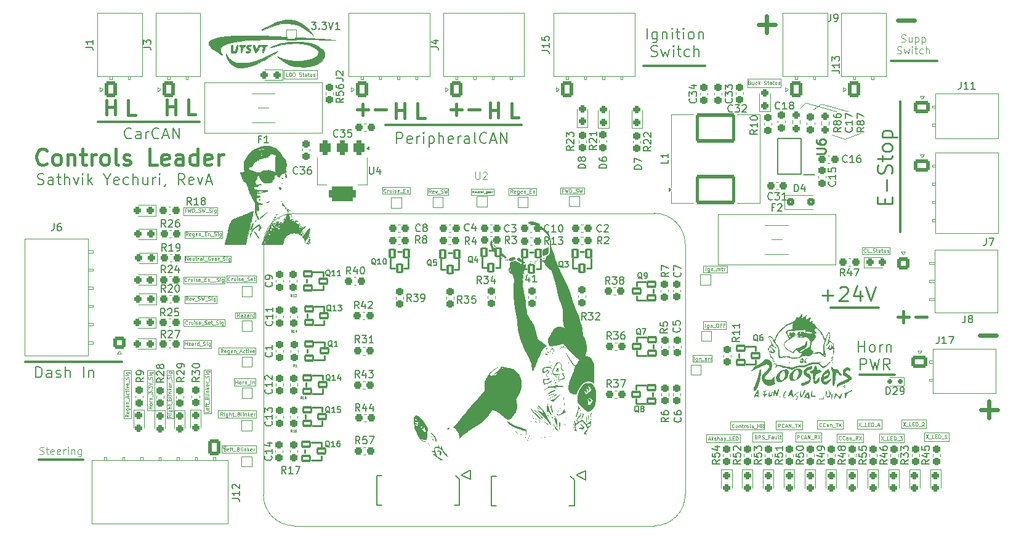
<source format=gbr>
%TF.GenerationSoftware,KiCad,Pcbnew,9.0.4*%
%TF.CreationDate,2025-10-25T01:57:36-05:00*%
%TF.ProjectId,ControlsLeader_PCB,436f6e74-726f-46c7-934c-65616465725f,rev?*%
%TF.SameCoordinates,Original*%
%TF.FileFunction,Legend,Top*%
%TF.FilePolarity,Positive*%
%FSLAX46Y46*%
G04 Gerber Fmt 4.6, Leading zero omitted, Abs format (unit mm)*
G04 Created by KiCad (PCBNEW 9.0.4) date 2025-10-25 01:57:36*
%MOMM*%
%LPD*%
G01*
G04 APERTURE LIST*
G04 Aperture macros list*
%AMRoundRect*
0 Rectangle with rounded corners*
0 $1 Rounding radius*
0 $2 $3 $4 $5 $6 $7 $8 $9 X,Y pos of 4 corners*
0 Add a 4 corners polygon primitive as box body*
4,1,4,$2,$3,$4,$5,$6,$7,$8,$9,$2,$3,0*
0 Add four circle primitives for the rounded corners*
1,1,$1+$1,$2,$3*
1,1,$1+$1,$4,$5*
1,1,$1+$1,$6,$7*
1,1,$1+$1,$8,$9*
0 Add four rect primitives between the rounded corners*
20,1,$1+$1,$2,$3,$4,$5,0*
20,1,$1+$1,$4,$5,$6,$7,0*
20,1,$1+$1,$6,$7,$8,$9,0*
20,1,$1+$1,$8,$9,$2,$3,0*%
G04 Aperture macros list end*
%ADD10C,0.100000*%
%ADD11C,0.300000*%
%ADD12C,0.080000*%
%ADD13C,0.187500*%
%ADD14C,0.062500*%
%ADD15C,0.400000*%
%ADD16C,0.250000*%
%ADD17C,0.600000*%
%ADD18C,0.125000*%
%ADD19C,0.037500*%
%ADD20C,0.150000*%
%ADD21C,0.254000*%
%ADD22C,0.120000*%
%ADD23C,0.000000*%
%ADD24C,0.010000*%
%ADD25C,0.152400*%
%ADD26C,0.200000*%
%ADD27R,1.000000X1.000000*%
%ADD28RoundRect,0.237500X-0.237500X0.287500X-0.237500X-0.287500X0.237500X-0.287500X0.237500X0.287500X0*%
%ADD29RoundRect,0.150600X0.351400X0.551400X-0.351400X0.551400X-0.351400X-0.551400X0.351400X-0.551400X0*%
%ADD30RoundRect,0.237500X-0.237500X0.300000X-0.237500X-0.300000X0.237500X-0.300000X0.237500X0.300000X0*%
%ADD31RoundRect,0.237500X-0.300000X-0.237500X0.300000X-0.237500X0.300000X0.237500X-0.300000X0.237500X0*%
%ADD32RoundRect,0.237500X0.300000X0.237500X-0.300000X0.237500X-0.300000X-0.237500X0.300000X-0.237500X0*%
%ADD33RoundRect,0.237500X0.287500X0.237500X-0.287500X0.237500X-0.287500X-0.237500X0.287500X-0.237500X0*%
%ADD34RoundRect,0.237500X0.237500X-0.300000X0.237500X0.300000X-0.237500X0.300000X-0.237500X-0.300000X0*%
%ADD35RoundRect,0.237500X0.237500X-0.287500X0.237500X0.287500X-0.237500X0.287500X-0.237500X-0.287500X0*%
%ADD36RoundRect,0.150600X-0.551400X0.351400X-0.551400X-0.351400X0.551400X-0.351400X0.551400X0.351400X0*%
%ADD37RoundRect,0.375000X-0.375000X0.625000X-0.375000X-0.625000X0.375000X-0.625000X0.375000X0.625000X0*%
%ADD38RoundRect,0.500000X-1.400000X0.500000X-1.400000X-0.500000X1.400000X-0.500000X1.400000X0.500000X0*%
%ADD39RoundRect,0.150600X0.551400X-0.351400X0.551400X0.351400X-0.551400X0.351400X-0.551400X-0.351400X0*%
%ADD40C,1.700000*%
%ADD41RoundRect,0.250000X-0.850000X-0.600000X0.850000X-0.600000X0.850000X0.600000X-0.850000X0.600000X0*%
%ADD42O,2.200000X1.700000*%
%ADD43RoundRect,0.250000X0.600000X-0.850000X0.600000X0.850000X-0.600000X0.850000X-0.600000X-0.850000X0*%
%ADD44O,1.700000X2.200000*%
%ADD45C,3.000000*%
%ADD46R,0.550000X1.800000*%
%ADD47C,3.600000*%
%ADD48C,6.400000*%
%ADD49C,2.780000*%
%ADD50R,1.528000X0.650000*%
%ADD51RoundRect,0.237500X0.237500X-0.250000X0.237500X0.250000X-0.237500X0.250000X-0.237500X-0.250000X0*%
%ADD52RoundRect,0.250000X-0.300000X-0.300000X0.300000X-0.300000X0.300000X0.300000X-0.300000X0.300000X0*%
%ADD53RoundRect,0.250000X-0.600000X-0.600000X0.600000X-0.600000X0.600000X0.600000X-0.600000X0.600000X0*%
%ADD54RoundRect,0.237500X-0.287500X-0.237500X0.287500X-0.237500X0.287500X0.237500X-0.287500X0.237500X0*%
%ADD55RoundRect,0.250000X0.600000X0.600000X-0.600000X0.600000X-0.600000X-0.600000X0.600000X-0.600000X0*%
%ADD56RoundRect,0.150000X-0.150000X-0.200000X0.150000X-0.200000X0.150000X0.200000X-0.150000X0.200000X0*%
%ADD57RoundRect,0.250000X-0.600000X0.850000X-0.600000X-0.850000X0.600000X-0.850000X0.600000X0.850000X0*%
%ADD58RoundRect,0.250000X2.500000X-1.750000X2.500000X1.750000X-2.500000X1.750000X-2.500000X-1.750000X0*%
G04 APERTURE END LIST*
D10*
X179130000Y-116490000D02*
X183830000Y-116490000D01*
X183830000Y-117590000D01*
X179130000Y-117590000D01*
X179130000Y-116490000D01*
X107400000Y-97400000D02*
X111800000Y-97400000D01*
X111800000Y-98400000D01*
X107400000Y-98400000D01*
X107400000Y-97400000D01*
X198600000Y-72000000D02*
X195000000Y-71000000D01*
X188740000Y-114620000D02*
X192340000Y-114620000D01*
X192340000Y-115820000D01*
X188740000Y-115820000D01*
X188740000Y-114620000D01*
D11*
X87335000Y-119980000D02*
X93425000Y-119980000D01*
D10*
X114200000Y-108800000D02*
X117200000Y-108800000D01*
X117200000Y-109800000D01*
X114200000Y-109800000D01*
X114200000Y-108800000D01*
D11*
X196253934Y-99040000D02*
X202850000Y-99040000D01*
D10*
X209125000Y-116180000D02*
X212475000Y-116180000D01*
X212475000Y-117380000D01*
X209125000Y-117380000D01*
X209125000Y-116180000D01*
X152000000Y-82600000D02*
X155800000Y-82600000D01*
X155800000Y-83500000D01*
X152000000Y-83500000D01*
X152000000Y-82600000D01*
X107300000Y-94800000D02*
X112900000Y-94800000D01*
X112900000Y-95700000D01*
X107300000Y-95700000D01*
X107300000Y-94800000D01*
X185540000Y-116260000D02*
X189540000Y-116260000D01*
X189540000Y-117460000D01*
X185540000Y-117460000D01*
X185540000Y-116260000D01*
X202960000Y-116370000D02*
X206310000Y-116370000D01*
X206310000Y-117570000D01*
X202960000Y-117570000D01*
X202960000Y-116370000D01*
X102270000Y-107690000D02*
X103270000Y-107690000D01*
X103270000Y-113190000D01*
X102270000Y-113190000D01*
X102270000Y-107690000D01*
X146800000Y-82700000D02*
X149900000Y-82700000D01*
X149900000Y-83500000D01*
X146800000Y-83500000D01*
X146800000Y-82700000D01*
X199890000Y-114480000D02*
X203240000Y-114480000D01*
X203240000Y-115680000D01*
X199890000Y-115680000D01*
X199890000Y-114480000D01*
D11*
X95500000Y-73500000D02*
X109480000Y-73500000D01*
D10*
X197000000Y-71987500D02*
X192800000Y-70800000D01*
X107300000Y-85200000D02*
X111900000Y-85200000D01*
X111900000Y-86300000D01*
X107300000Y-86300000D01*
X107300000Y-85200000D01*
D11*
X170532500Y-65720000D02*
X179007500Y-65720000D01*
D10*
X198200000Y-75800000D02*
X196400000Y-75200000D01*
X200600000Y-90700000D02*
X204350000Y-90700000D01*
X204350000Y-91634264D01*
X200600000Y-91634264D01*
X200600000Y-90700000D01*
X182440000Y-114730000D02*
X187140000Y-114730000D01*
X187140000Y-115830000D01*
X182440000Y-115830000D01*
X182440000Y-114730000D01*
X177250000Y-105525000D02*
X179950000Y-105525000D01*
X179950000Y-106525000D01*
X177250000Y-106525000D01*
X177250000Y-105525000D01*
X134600000Y-82450000D02*
X138400000Y-82450000D01*
X138400000Y-83350000D01*
X134600000Y-83350000D01*
X134600000Y-82450000D01*
X191420000Y-116260000D02*
X195020000Y-116260000D01*
X195020000Y-117460000D01*
X191420000Y-117460000D01*
X191420000Y-116260000D01*
X112500000Y-118000000D02*
X117250000Y-118000000D01*
X117250000Y-119000000D01*
X112500000Y-119000000D01*
X112500000Y-118000000D01*
X121026222Y-66339577D02*
X125601222Y-66339577D01*
X125601222Y-67539577D01*
X121026222Y-67539577D01*
X121026222Y-66339577D01*
X178725000Y-93275000D02*
X182025000Y-93275000D01*
X182025000Y-94175000D01*
X178725000Y-94175000D01*
X178725000Y-93275000D01*
X112100000Y-104500000D02*
X117200000Y-104500000D01*
X117200000Y-105500000D01*
X112100000Y-105500000D01*
X112100000Y-104500000D01*
X107300000Y-103500000D02*
X111100000Y-103500000D01*
X111100000Y-104600000D01*
X107300000Y-104600000D01*
X107300000Y-103500000D01*
X184825000Y-67530000D02*
X189400000Y-67530000D01*
X189400000Y-68730000D01*
X184825000Y-68730000D01*
X184825000Y-67530000D01*
X107400000Y-91900000D02*
X113800000Y-91900000D01*
X113800000Y-92800000D01*
X107400000Y-92800000D01*
X107400000Y-91900000D01*
X99070000Y-107690000D02*
X100070000Y-107690000D01*
X100070000Y-114290000D01*
X99070000Y-114290000D01*
X99070000Y-107690000D01*
X194380000Y-114530000D02*
X197980000Y-114530000D01*
X197980000Y-115730000D01*
X194380000Y-115730000D01*
X194380000Y-114530000D01*
D11*
X210925000Y-65055000D02*
X204525000Y-65055000D01*
D10*
X206020000Y-114420000D02*
X209370000Y-114420000D01*
X209370000Y-115620000D01*
X206020000Y-115620000D01*
X206020000Y-114420000D01*
X195000000Y-71000000D02*
X193800000Y-71800000D01*
X113200000Y-94600000D02*
X117300000Y-94600000D01*
X117300000Y-95600000D01*
X113200000Y-95600000D01*
X113200000Y-94600000D01*
X112000000Y-113200000D02*
X117300000Y-113200000D01*
X117300000Y-114200000D01*
X112000000Y-114200000D01*
X112000000Y-113200000D01*
X192800000Y-70800000D02*
X192000000Y-71600000D01*
D11*
X135070000Y-73870000D02*
X153750000Y-73870000D01*
X205810000Y-70640000D02*
X205810000Y-88590000D01*
D12*
X105020000Y-107690000D02*
X105920000Y-107690000D01*
X105920000Y-114290000D01*
X105020000Y-114290000D01*
X105020000Y-107690000D01*
D10*
X140800000Y-82600000D02*
X143700000Y-82600000D01*
X143700000Y-83500000D01*
X140800000Y-83500000D01*
X140800000Y-82600000D01*
D11*
X85540000Y-106470000D02*
X98840000Y-106470000D01*
D10*
X114400000Y-99700000D02*
X117200000Y-99700000D01*
X117200000Y-100500000D01*
X114400000Y-100500000D01*
X114400000Y-99700000D01*
D11*
X200190000Y-108290000D02*
X205040000Y-108290000D01*
D10*
X107300000Y-100600000D02*
X112900000Y-100600000D01*
X112900000Y-101600000D01*
X107300000Y-101600000D01*
X107300000Y-100600000D01*
X159100000Y-82500000D02*
X162400000Y-82500000D01*
X162400000Y-83400000D01*
X159100000Y-83400000D01*
X159100000Y-82500000D01*
X178750000Y-100925000D02*
X181850000Y-100925000D01*
X181850000Y-102025000D01*
X178750000Y-102025000D01*
X178750000Y-100925000D01*
X200400000Y-75000000D02*
X198200000Y-75800000D01*
X197120000Y-116370000D02*
X200720000Y-116370000D01*
X200720000Y-117570000D01*
X197120000Y-117570000D01*
X197120000Y-116370000D01*
X110070000Y-107590000D02*
X111070000Y-107590000D01*
X111070000Y-113590000D01*
X110070000Y-113590000D01*
X110070000Y-107590000D01*
X107400000Y-88500000D02*
X112600000Y-88500000D01*
X112600000Y-89500000D01*
X107400000Y-89500000D01*
X107400000Y-88500000D01*
D13*
X171032856Y-62071762D02*
X171032856Y-60571762D01*
X172390000Y-61071762D02*
X172390000Y-62286048D01*
X172390000Y-62286048D02*
X172318571Y-62428905D01*
X172318571Y-62428905D02*
X172247142Y-62500334D01*
X172247142Y-62500334D02*
X172104285Y-62571762D01*
X172104285Y-62571762D02*
X171890000Y-62571762D01*
X171890000Y-62571762D02*
X171747142Y-62500334D01*
X172390000Y-62000334D02*
X172247142Y-62071762D01*
X172247142Y-62071762D02*
X171961428Y-62071762D01*
X171961428Y-62071762D02*
X171818571Y-62000334D01*
X171818571Y-62000334D02*
X171747142Y-61928905D01*
X171747142Y-61928905D02*
X171675714Y-61786048D01*
X171675714Y-61786048D02*
X171675714Y-61357476D01*
X171675714Y-61357476D02*
X171747142Y-61214619D01*
X171747142Y-61214619D02*
X171818571Y-61143191D01*
X171818571Y-61143191D02*
X171961428Y-61071762D01*
X171961428Y-61071762D02*
X172247142Y-61071762D01*
X172247142Y-61071762D02*
X172390000Y-61143191D01*
X173104285Y-61071762D02*
X173104285Y-62071762D01*
X173104285Y-61214619D02*
X173175714Y-61143191D01*
X173175714Y-61143191D02*
X173318571Y-61071762D01*
X173318571Y-61071762D02*
X173532857Y-61071762D01*
X173532857Y-61071762D02*
X173675714Y-61143191D01*
X173675714Y-61143191D02*
X173747143Y-61286048D01*
X173747143Y-61286048D02*
X173747143Y-62071762D01*
X174461428Y-62071762D02*
X174461428Y-61071762D01*
X174461428Y-60571762D02*
X174390000Y-60643191D01*
X174390000Y-60643191D02*
X174461428Y-60714619D01*
X174461428Y-60714619D02*
X174532857Y-60643191D01*
X174532857Y-60643191D02*
X174461428Y-60571762D01*
X174461428Y-60571762D02*
X174461428Y-60714619D01*
X174961429Y-61071762D02*
X175532857Y-61071762D01*
X175175714Y-60571762D02*
X175175714Y-61857476D01*
X175175714Y-61857476D02*
X175247143Y-62000334D01*
X175247143Y-62000334D02*
X175390000Y-62071762D01*
X175390000Y-62071762D02*
X175532857Y-62071762D01*
X176032857Y-62071762D02*
X176032857Y-61071762D01*
X176032857Y-60571762D02*
X175961429Y-60643191D01*
X175961429Y-60643191D02*
X176032857Y-60714619D01*
X176032857Y-60714619D02*
X176104286Y-60643191D01*
X176104286Y-60643191D02*
X176032857Y-60571762D01*
X176032857Y-60571762D02*
X176032857Y-60714619D01*
X176961429Y-62071762D02*
X176818572Y-62000334D01*
X176818572Y-62000334D02*
X176747143Y-61928905D01*
X176747143Y-61928905D02*
X176675715Y-61786048D01*
X176675715Y-61786048D02*
X176675715Y-61357476D01*
X176675715Y-61357476D02*
X176747143Y-61214619D01*
X176747143Y-61214619D02*
X176818572Y-61143191D01*
X176818572Y-61143191D02*
X176961429Y-61071762D01*
X176961429Y-61071762D02*
X177175715Y-61071762D01*
X177175715Y-61071762D02*
X177318572Y-61143191D01*
X177318572Y-61143191D02*
X177390001Y-61214619D01*
X177390001Y-61214619D02*
X177461429Y-61357476D01*
X177461429Y-61357476D02*
X177461429Y-61786048D01*
X177461429Y-61786048D02*
X177390001Y-61928905D01*
X177390001Y-61928905D02*
X177318572Y-62000334D01*
X177318572Y-62000334D02*
X177175715Y-62071762D01*
X177175715Y-62071762D02*
X176961429Y-62071762D01*
X178104286Y-61071762D02*
X178104286Y-62071762D01*
X178104286Y-61214619D02*
X178175715Y-61143191D01*
X178175715Y-61143191D02*
X178318572Y-61071762D01*
X178318572Y-61071762D02*
X178532858Y-61071762D01*
X178532858Y-61071762D02*
X178675715Y-61143191D01*
X178675715Y-61143191D02*
X178747144Y-61286048D01*
X178747144Y-61286048D02*
X178747144Y-62071762D01*
X171568571Y-64415250D02*
X171782857Y-64486678D01*
X171782857Y-64486678D02*
X172139999Y-64486678D01*
X172139999Y-64486678D02*
X172282857Y-64415250D01*
X172282857Y-64415250D02*
X172354285Y-64343821D01*
X172354285Y-64343821D02*
X172425714Y-64200964D01*
X172425714Y-64200964D02*
X172425714Y-64058107D01*
X172425714Y-64058107D02*
X172354285Y-63915250D01*
X172354285Y-63915250D02*
X172282857Y-63843821D01*
X172282857Y-63843821D02*
X172139999Y-63772392D01*
X172139999Y-63772392D02*
X171854285Y-63700964D01*
X171854285Y-63700964D02*
X171711428Y-63629535D01*
X171711428Y-63629535D02*
X171639999Y-63558107D01*
X171639999Y-63558107D02*
X171568571Y-63415250D01*
X171568571Y-63415250D02*
X171568571Y-63272392D01*
X171568571Y-63272392D02*
X171639999Y-63129535D01*
X171639999Y-63129535D02*
X171711428Y-63058107D01*
X171711428Y-63058107D02*
X171854285Y-62986678D01*
X171854285Y-62986678D02*
X172211428Y-62986678D01*
X172211428Y-62986678D02*
X172425714Y-63058107D01*
X172925713Y-63486678D02*
X173211428Y-64486678D01*
X173211428Y-64486678D02*
X173497142Y-63772392D01*
X173497142Y-63772392D02*
X173782856Y-64486678D01*
X173782856Y-64486678D02*
X174068570Y-63486678D01*
X174639999Y-64486678D02*
X174639999Y-63486678D01*
X174639999Y-62986678D02*
X174568571Y-63058107D01*
X174568571Y-63058107D02*
X174639999Y-63129535D01*
X174639999Y-63129535D02*
X174711428Y-63058107D01*
X174711428Y-63058107D02*
X174639999Y-62986678D01*
X174639999Y-62986678D02*
X174639999Y-63129535D01*
X175140000Y-63486678D02*
X175711428Y-63486678D01*
X175354285Y-62986678D02*
X175354285Y-64272392D01*
X175354285Y-64272392D02*
X175425714Y-64415250D01*
X175425714Y-64415250D02*
X175568571Y-64486678D01*
X175568571Y-64486678D02*
X175711428Y-64486678D01*
X176854286Y-64415250D02*
X176711428Y-64486678D01*
X176711428Y-64486678D02*
X176425714Y-64486678D01*
X176425714Y-64486678D02*
X176282857Y-64415250D01*
X176282857Y-64415250D02*
X176211428Y-64343821D01*
X176211428Y-64343821D02*
X176140000Y-64200964D01*
X176140000Y-64200964D02*
X176140000Y-63772392D01*
X176140000Y-63772392D02*
X176211428Y-63629535D01*
X176211428Y-63629535D02*
X176282857Y-63558107D01*
X176282857Y-63558107D02*
X176425714Y-63486678D01*
X176425714Y-63486678D02*
X176711428Y-63486678D01*
X176711428Y-63486678D02*
X176854286Y-63558107D01*
X177497142Y-64486678D02*
X177497142Y-62986678D01*
X178140000Y-64486678D02*
X178140000Y-63700964D01*
X178140000Y-63700964D02*
X178068571Y-63558107D01*
X178068571Y-63558107D02*
X177925714Y-63486678D01*
X177925714Y-63486678D02*
X177711428Y-63486678D01*
X177711428Y-63486678D02*
X177568571Y-63558107D01*
X177568571Y-63558107D02*
X177497142Y-63629535D01*
D14*
X191684286Y-117088059D02*
X191684286Y-116588059D01*
X191684286Y-116588059D02*
X191874762Y-116588059D01*
X191874762Y-116588059D02*
X191922381Y-116611869D01*
X191922381Y-116611869D02*
X191946191Y-116635678D01*
X191946191Y-116635678D02*
X191970000Y-116683297D01*
X191970000Y-116683297D02*
X191970000Y-116754726D01*
X191970000Y-116754726D02*
X191946191Y-116802345D01*
X191946191Y-116802345D02*
X191922381Y-116826154D01*
X191922381Y-116826154D02*
X191874762Y-116849964D01*
X191874762Y-116849964D02*
X191684286Y-116849964D01*
X192470000Y-117040440D02*
X192446191Y-117064250D01*
X192446191Y-117064250D02*
X192374762Y-117088059D01*
X192374762Y-117088059D02*
X192327143Y-117088059D01*
X192327143Y-117088059D02*
X192255715Y-117064250D01*
X192255715Y-117064250D02*
X192208096Y-117016630D01*
X192208096Y-117016630D02*
X192184286Y-116969011D01*
X192184286Y-116969011D02*
X192160477Y-116873773D01*
X192160477Y-116873773D02*
X192160477Y-116802345D01*
X192160477Y-116802345D02*
X192184286Y-116707107D01*
X192184286Y-116707107D02*
X192208096Y-116659488D01*
X192208096Y-116659488D02*
X192255715Y-116611869D01*
X192255715Y-116611869D02*
X192327143Y-116588059D01*
X192327143Y-116588059D02*
X192374762Y-116588059D01*
X192374762Y-116588059D02*
X192446191Y-116611869D01*
X192446191Y-116611869D02*
X192470000Y-116635678D01*
X192660477Y-116945202D02*
X192898572Y-116945202D01*
X192612858Y-117088059D02*
X192779524Y-116588059D01*
X192779524Y-116588059D02*
X192946191Y-117088059D01*
X193112857Y-117088059D02*
X193112857Y-116588059D01*
X193112857Y-116588059D02*
X193398571Y-117088059D01*
X193398571Y-117088059D02*
X193398571Y-116588059D01*
X193517620Y-117135678D02*
X193898572Y-117135678D01*
X194303333Y-117088059D02*
X194136667Y-116849964D01*
X194017619Y-117088059D02*
X194017619Y-116588059D01*
X194017619Y-116588059D02*
X194208095Y-116588059D01*
X194208095Y-116588059D02*
X194255714Y-116611869D01*
X194255714Y-116611869D02*
X194279524Y-116635678D01*
X194279524Y-116635678D02*
X194303333Y-116683297D01*
X194303333Y-116683297D02*
X194303333Y-116754726D01*
X194303333Y-116754726D02*
X194279524Y-116802345D01*
X194279524Y-116802345D02*
X194255714Y-116826154D01*
X194255714Y-116826154D02*
X194208095Y-116849964D01*
X194208095Y-116849964D02*
X194017619Y-116849964D01*
X194470000Y-116588059D02*
X194803333Y-117088059D01*
X194803333Y-116588059D02*
X194470000Y-117088059D01*
D15*
X108916728Y-72444438D02*
X107964347Y-72444438D01*
X107964347Y-72444438D02*
X107964347Y-70444438D01*
X133619347Y-71752533D02*
X135143157Y-71752533D01*
D14*
X182982856Y-115510440D02*
X182959047Y-115534250D01*
X182959047Y-115534250D02*
X182887618Y-115558059D01*
X182887618Y-115558059D02*
X182839999Y-115558059D01*
X182839999Y-115558059D02*
X182768571Y-115534250D01*
X182768571Y-115534250D02*
X182720952Y-115486630D01*
X182720952Y-115486630D02*
X182697142Y-115439011D01*
X182697142Y-115439011D02*
X182673333Y-115343773D01*
X182673333Y-115343773D02*
X182673333Y-115272345D01*
X182673333Y-115272345D02*
X182697142Y-115177107D01*
X182697142Y-115177107D02*
X182720952Y-115129488D01*
X182720952Y-115129488D02*
X182768571Y-115081869D01*
X182768571Y-115081869D02*
X182839999Y-115058059D01*
X182839999Y-115058059D02*
X182887618Y-115058059D01*
X182887618Y-115058059D02*
X182959047Y-115081869D01*
X182959047Y-115081869D02*
X182982856Y-115105678D01*
X183268571Y-115558059D02*
X183220952Y-115534250D01*
X183220952Y-115534250D02*
X183197142Y-115510440D01*
X183197142Y-115510440D02*
X183173333Y-115462821D01*
X183173333Y-115462821D02*
X183173333Y-115319964D01*
X183173333Y-115319964D02*
X183197142Y-115272345D01*
X183197142Y-115272345D02*
X183220952Y-115248535D01*
X183220952Y-115248535D02*
X183268571Y-115224726D01*
X183268571Y-115224726D02*
X183339999Y-115224726D01*
X183339999Y-115224726D02*
X183387618Y-115248535D01*
X183387618Y-115248535D02*
X183411428Y-115272345D01*
X183411428Y-115272345D02*
X183435237Y-115319964D01*
X183435237Y-115319964D02*
X183435237Y-115462821D01*
X183435237Y-115462821D02*
X183411428Y-115510440D01*
X183411428Y-115510440D02*
X183387618Y-115534250D01*
X183387618Y-115534250D02*
X183339999Y-115558059D01*
X183339999Y-115558059D02*
X183268571Y-115558059D01*
X183649523Y-115224726D02*
X183649523Y-115558059D01*
X183649523Y-115272345D02*
X183673333Y-115248535D01*
X183673333Y-115248535D02*
X183720952Y-115224726D01*
X183720952Y-115224726D02*
X183792380Y-115224726D01*
X183792380Y-115224726D02*
X183839999Y-115248535D01*
X183839999Y-115248535D02*
X183863809Y-115296154D01*
X183863809Y-115296154D02*
X183863809Y-115558059D01*
X184030476Y-115224726D02*
X184220952Y-115224726D01*
X184101904Y-115058059D02*
X184101904Y-115486630D01*
X184101904Y-115486630D02*
X184125714Y-115534250D01*
X184125714Y-115534250D02*
X184173333Y-115558059D01*
X184173333Y-115558059D02*
X184220952Y-115558059D01*
X184387618Y-115558059D02*
X184387618Y-115224726D01*
X184387618Y-115319964D02*
X184411428Y-115272345D01*
X184411428Y-115272345D02*
X184435237Y-115248535D01*
X184435237Y-115248535D02*
X184482856Y-115224726D01*
X184482856Y-115224726D02*
X184530475Y-115224726D01*
X184768571Y-115558059D02*
X184720952Y-115534250D01*
X184720952Y-115534250D02*
X184697142Y-115510440D01*
X184697142Y-115510440D02*
X184673333Y-115462821D01*
X184673333Y-115462821D02*
X184673333Y-115319964D01*
X184673333Y-115319964D02*
X184697142Y-115272345D01*
X184697142Y-115272345D02*
X184720952Y-115248535D01*
X184720952Y-115248535D02*
X184768571Y-115224726D01*
X184768571Y-115224726D02*
X184839999Y-115224726D01*
X184839999Y-115224726D02*
X184887618Y-115248535D01*
X184887618Y-115248535D02*
X184911428Y-115272345D01*
X184911428Y-115272345D02*
X184935237Y-115319964D01*
X184935237Y-115319964D02*
X184935237Y-115462821D01*
X184935237Y-115462821D02*
X184911428Y-115510440D01*
X184911428Y-115510440D02*
X184887618Y-115534250D01*
X184887618Y-115534250D02*
X184839999Y-115558059D01*
X184839999Y-115558059D02*
X184768571Y-115558059D01*
X185220952Y-115558059D02*
X185173333Y-115534250D01*
X185173333Y-115534250D02*
X185149523Y-115486630D01*
X185149523Y-115486630D02*
X185149523Y-115058059D01*
X185387619Y-115534250D02*
X185435238Y-115558059D01*
X185435238Y-115558059D02*
X185530476Y-115558059D01*
X185530476Y-115558059D02*
X185578095Y-115534250D01*
X185578095Y-115534250D02*
X185601904Y-115486630D01*
X185601904Y-115486630D02*
X185601904Y-115462821D01*
X185601904Y-115462821D02*
X185578095Y-115415202D01*
X185578095Y-115415202D02*
X185530476Y-115391392D01*
X185530476Y-115391392D02*
X185459047Y-115391392D01*
X185459047Y-115391392D02*
X185411428Y-115367583D01*
X185411428Y-115367583D02*
X185387619Y-115319964D01*
X185387619Y-115319964D02*
X185387619Y-115296154D01*
X185387619Y-115296154D02*
X185411428Y-115248535D01*
X185411428Y-115248535D02*
X185459047Y-115224726D01*
X185459047Y-115224726D02*
X185530476Y-115224726D01*
X185530476Y-115224726D02*
X185578095Y-115248535D01*
X185697143Y-115605678D02*
X186078095Y-115605678D01*
X186197142Y-115558059D02*
X186197142Y-115058059D01*
X186197142Y-115296154D02*
X186482856Y-115296154D01*
X186482856Y-115558059D02*
X186482856Y-115058059D01*
X186887619Y-115296154D02*
X186959047Y-115319964D01*
X186959047Y-115319964D02*
X186982857Y-115343773D01*
X186982857Y-115343773D02*
X187006666Y-115391392D01*
X187006666Y-115391392D02*
X187006666Y-115462821D01*
X187006666Y-115462821D02*
X186982857Y-115510440D01*
X186982857Y-115510440D02*
X186959047Y-115534250D01*
X186959047Y-115534250D02*
X186911428Y-115558059D01*
X186911428Y-115558059D02*
X186720952Y-115558059D01*
X186720952Y-115558059D02*
X186720952Y-115058059D01*
X186720952Y-115058059D02*
X186887619Y-115058059D01*
X186887619Y-115058059D02*
X186935238Y-115081869D01*
X186935238Y-115081869D02*
X186959047Y-115105678D01*
X186959047Y-115105678D02*
X186982857Y-115153297D01*
X186982857Y-115153297D02*
X186982857Y-115200916D01*
X186982857Y-115200916D02*
X186959047Y-115248535D01*
X186959047Y-115248535D02*
X186935238Y-115272345D01*
X186935238Y-115272345D02*
X186887619Y-115296154D01*
X186887619Y-115296154D02*
X186720952Y-115296154D01*
D15*
X100621728Y-72509438D02*
X99669347Y-72509438D01*
X99669347Y-72509438D02*
X99669347Y-70509438D01*
X131149347Y-71762533D02*
X132673157Y-71762533D01*
X131911252Y-72524438D02*
X131911252Y-71000628D01*
D14*
X200100715Y-114858059D02*
X200434048Y-115358059D01*
X200434048Y-114858059D02*
X200100715Y-115358059D01*
X200505477Y-115405678D02*
X200886429Y-115405678D01*
X201243571Y-115358059D02*
X201005476Y-115358059D01*
X201005476Y-115358059D02*
X201005476Y-114858059D01*
X201410238Y-115096154D02*
X201576905Y-115096154D01*
X201648333Y-115358059D02*
X201410238Y-115358059D01*
X201410238Y-115358059D02*
X201410238Y-114858059D01*
X201410238Y-114858059D02*
X201648333Y-114858059D01*
X201862619Y-115358059D02*
X201862619Y-114858059D01*
X201862619Y-114858059D02*
X201981667Y-114858059D01*
X201981667Y-114858059D02*
X202053095Y-114881869D01*
X202053095Y-114881869D02*
X202100714Y-114929488D01*
X202100714Y-114929488D02*
X202124524Y-114977107D01*
X202124524Y-114977107D02*
X202148333Y-115072345D01*
X202148333Y-115072345D02*
X202148333Y-115143773D01*
X202148333Y-115143773D02*
X202124524Y-115239011D01*
X202124524Y-115239011D02*
X202100714Y-115286630D01*
X202100714Y-115286630D02*
X202053095Y-115334250D01*
X202053095Y-115334250D02*
X201981667Y-115358059D01*
X201981667Y-115358059D02*
X201862619Y-115358059D01*
X202243572Y-115405678D02*
X202624524Y-115405678D01*
X202957857Y-115024726D02*
X202957857Y-115358059D01*
X202838809Y-114834250D02*
X202719762Y-115191392D01*
X202719762Y-115191392D02*
X203029285Y-115191392D01*
X189063810Y-115498059D02*
X189063810Y-114998059D01*
X189063810Y-114998059D02*
X189254286Y-114998059D01*
X189254286Y-114998059D02*
X189301905Y-115021869D01*
X189301905Y-115021869D02*
X189325715Y-115045678D01*
X189325715Y-115045678D02*
X189349524Y-115093297D01*
X189349524Y-115093297D02*
X189349524Y-115164726D01*
X189349524Y-115164726D02*
X189325715Y-115212345D01*
X189325715Y-115212345D02*
X189301905Y-115236154D01*
X189301905Y-115236154D02*
X189254286Y-115259964D01*
X189254286Y-115259964D02*
X189063810Y-115259964D01*
X189849524Y-115450440D02*
X189825715Y-115474250D01*
X189825715Y-115474250D02*
X189754286Y-115498059D01*
X189754286Y-115498059D02*
X189706667Y-115498059D01*
X189706667Y-115498059D02*
X189635239Y-115474250D01*
X189635239Y-115474250D02*
X189587620Y-115426630D01*
X189587620Y-115426630D02*
X189563810Y-115379011D01*
X189563810Y-115379011D02*
X189540001Y-115283773D01*
X189540001Y-115283773D02*
X189540001Y-115212345D01*
X189540001Y-115212345D02*
X189563810Y-115117107D01*
X189563810Y-115117107D02*
X189587620Y-115069488D01*
X189587620Y-115069488D02*
X189635239Y-115021869D01*
X189635239Y-115021869D02*
X189706667Y-114998059D01*
X189706667Y-114998059D02*
X189754286Y-114998059D01*
X189754286Y-114998059D02*
X189825715Y-115021869D01*
X189825715Y-115021869D02*
X189849524Y-115045678D01*
X190040001Y-115355202D02*
X190278096Y-115355202D01*
X189992382Y-115498059D02*
X190159048Y-114998059D01*
X190159048Y-114998059D02*
X190325715Y-115498059D01*
X190492381Y-115498059D02*
X190492381Y-114998059D01*
X190492381Y-114998059D02*
X190778095Y-115498059D01*
X190778095Y-115498059D02*
X190778095Y-114998059D01*
X190897144Y-115545678D02*
X191278096Y-115545678D01*
X191325715Y-114998059D02*
X191611429Y-114998059D01*
X191468572Y-115498059D02*
X191468572Y-114998059D01*
X191730476Y-114998059D02*
X192063809Y-115498059D01*
X192063809Y-114998059D02*
X191730476Y-115498059D01*
D15*
X136514347Y-72929438D02*
X136514347Y-70929438D01*
X136514347Y-71881819D02*
X137657204Y-71881819D01*
X137657204Y-72929438D02*
X137657204Y-70929438D01*
X207959347Y-100322533D02*
X209483157Y-100322533D01*
D16*
X195100663Y-97360333D02*
X196624473Y-97360333D01*
X195862568Y-98122238D02*
X195862568Y-96598428D01*
X197481615Y-96312714D02*
X197576853Y-96217476D01*
X197576853Y-96217476D02*
X197767329Y-96122238D01*
X197767329Y-96122238D02*
X198243520Y-96122238D01*
X198243520Y-96122238D02*
X198433996Y-96217476D01*
X198433996Y-96217476D02*
X198529234Y-96312714D01*
X198529234Y-96312714D02*
X198624472Y-96503190D01*
X198624472Y-96503190D02*
X198624472Y-96693666D01*
X198624472Y-96693666D02*
X198529234Y-96979380D01*
X198529234Y-96979380D02*
X197386377Y-98122238D01*
X197386377Y-98122238D02*
X198624472Y-98122238D01*
X200338758Y-96788904D02*
X200338758Y-98122238D01*
X199862567Y-96027000D02*
X199386377Y-97455571D01*
X199386377Y-97455571D02*
X200624472Y-97455571D01*
X201100663Y-96122238D02*
X201767329Y-98122238D01*
X201767329Y-98122238D02*
X202433996Y-96122238D01*
D14*
X179444286Y-117125202D02*
X179682381Y-117125202D01*
X179396667Y-117268059D02*
X179563333Y-116768059D01*
X179563333Y-116768059D02*
X179730000Y-117268059D01*
X179896666Y-117268059D02*
X179896666Y-116768059D01*
X179944285Y-117077583D02*
X180087142Y-117268059D01*
X180087142Y-116934726D02*
X179896666Y-117125202D01*
X180277619Y-117244250D02*
X180325238Y-117268059D01*
X180325238Y-117268059D02*
X180420476Y-117268059D01*
X180420476Y-117268059D02*
X180468095Y-117244250D01*
X180468095Y-117244250D02*
X180491904Y-117196630D01*
X180491904Y-117196630D02*
X180491904Y-117172821D01*
X180491904Y-117172821D02*
X180468095Y-117125202D01*
X180468095Y-117125202D02*
X180420476Y-117101392D01*
X180420476Y-117101392D02*
X180349047Y-117101392D01*
X180349047Y-117101392D02*
X180301428Y-117077583D01*
X180301428Y-117077583D02*
X180277619Y-117029964D01*
X180277619Y-117029964D02*
X180277619Y-117006154D01*
X180277619Y-117006154D02*
X180301428Y-116958535D01*
X180301428Y-116958535D02*
X180349047Y-116934726D01*
X180349047Y-116934726D02*
X180420476Y-116934726D01*
X180420476Y-116934726D02*
X180468095Y-116958535D01*
X180706190Y-117268059D02*
X180706190Y-116768059D01*
X180920476Y-117268059D02*
X180920476Y-117006154D01*
X180920476Y-117006154D02*
X180896666Y-116958535D01*
X180896666Y-116958535D02*
X180849047Y-116934726D01*
X180849047Y-116934726D02*
X180777619Y-116934726D01*
X180777619Y-116934726D02*
X180730000Y-116958535D01*
X180730000Y-116958535D02*
X180706190Y-116982345D01*
X181372857Y-117268059D02*
X181372857Y-117006154D01*
X181372857Y-117006154D02*
X181349047Y-116958535D01*
X181349047Y-116958535D02*
X181301428Y-116934726D01*
X181301428Y-116934726D02*
X181206190Y-116934726D01*
X181206190Y-116934726D02*
X181158571Y-116958535D01*
X181372857Y-117244250D02*
X181325238Y-117268059D01*
X181325238Y-117268059D02*
X181206190Y-117268059D01*
X181206190Y-117268059D02*
X181158571Y-117244250D01*
X181158571Y-117244250D02*
X181134762Y-117196630D01*
X181134762Y-117196630D02*
X181134762Y-117149011D01*
X181134762Y-117149011D02*
X181158571Y-117101392D01*
X181158571Y-117101392D02*
X181206190Y-117077583D01*
X181206190Y-117077583D02*
X181325238Y-117077583D01*
X181325238Y-117077583D02*
X181372857Y-117053773D01*
X181563333Y-116934726D02*
X181682381Y-117268059D01*
X181801428Y-116934726D02*
X181682381Y-117268059D01*
X181682381Y-117268059D02*
X181634762Y-117387107D01*
X181634762Y-117387107D02*
X181610952Y-117410916D01*
X181610952Y-117410916D02*
X181563333Y-117434726D01*
X181872857Y-117315678D02*
X182253809Y-117315678D01*
X182610951Y-117268059D02*
X182372856Y-117268059D01*
X182372856Y-117268059D02*
X182372856Y-116768059D01*
X182777618Y-117006154D02*
X182944285Y-117006154D01*
X183015713Y-117268059D02*
X182777618Y-117268059D01*
X182777618Y-117268059D02*
X182777618Y-116768059D01*
X182777618Y-116768059D02*
X183015713Y-116768059D01*
X183229999Y-117268059D02*
X183229999Y-116768059D01*
X183229999Y-116768059D02*
X183349047Y-116768059D01*
X183349047Y-116768059D02*
X183420475Y-116791869D01*
X183420475Y-116791869D02*
X183468094Y-116839488D01*
X183468094Y-116839488D02*
X183491904Y-116887107D01*
X183491904Y-116887107D02*
X183515713Y-116982345D01*
X183515713Y-116982345D02*
X183515713Y-117053773D01*
X183515713Y-117053773D02*
X183491904Y-117149011D01*
X183491904Y-117149011D02*
X183468094Y-117196630D01*
X183468094Y-117196630D02*
X183420475Y-117244250D01*
X183420475Y-117244250D02*
X183349047Y-117268059D01*
X183349047Y-117268059D02*
X183229999Y-117268059D01*
D17*
X186309021Y-60058800D02*
X188594736Y-60058800D01*
X187451878Y-61201657D02*
X187451878Y-58915942D01*
D14*
X206205715Y-114798059D02*
X206539048Y-115298059D01*
X206539048Y-114798059D02*
X206205715Y-115298059D01*
X206610477Y-115345678D02*
X206991429Y-115345678D01*
X207348571Y-115298059D02*
X207110476Y-115298059D01*
X207110476Y-115298059D02*
X207110476Y-114798059D01*
X207515238Y-115036154D02*
X207681905Y-115036154D01*
X207753333Y-115298059D02*
X207515238Y-115298059D01*
X207515238Y-115298059D02*
X207515238Y-114798059D01*
X207515238Y-114798059D02*
X207753333Y-114798059D01*
X207967619Y-115298059D02*
X207967619Y-114798059D01*
X207967619Y-114798059D02*
X208086667Y-114798059D01*
X208086667Y-114798059D02*
X208158095Y-114821869D01*
X208158095Y-114821869D02*
X208205714Y-114869488D01*
X208205714Y-114869488D02*
X208229524Y-114917107D01*
X208229524Y-114917107D02*
X208253333Y-115012345D01*
X208253333Y-115012345D02*
X208253333Y-115083773D01*
X208253333Y-115083773D02*
X208229524Y-115179011D01*
X208229524Y-115179011D02*
X208205714Y-115226630D01*
X208205714Y-115226630D02*
X208158095Y-115274250D01*
X208158095Y-115274250D02*
X208086667Y-115298059D01*
X208086667Y-115298059D02*
X207967619Y-115298059D01*
X208348572Y-115345678D02*
X208729524Y-115345678D01*
X208824762Y-114845678D02*
X208848571Y-114821869D01*
X208848571Y-114821869D02*
X208896190Y-114798059D01*
X208896190Y-114798059D02*
X209015238Y-114798059D01*
X209015238Y-114798059D02*
X209062857Y-114821869D01*
X209062857Y-114821869D02*
X209086666Y-114845678D01*
X209086666Y-114845678D02*
X209110476Y-114893297D01*
X209110476Y-114893297D02*
X209110476Y-114940916D01*
X209110476Y-114940916D02*
X209086666Y-115012345D01*
X209086666Y-115012345D02*
X208800952Y-115298059D01*
X208800952Y-115298059D02*
X209110476Y-115298059D01*
D13*
X136580497Y-76436678D02*
X136580497Y-74936678D01*
X136580497Y-74936678D02*
X137151926Y-74936678D01*
X137151926Y-74936678D02*
X137294783Y-75008107D01*
X137294783Y-75008107D02*
X137366212Y-75079535D01*
X137366212Y-75079535D02*
X137437640Y-75222392D01*
X137437640Y-75222392D02*
X137437640Y-75436678D01*
X137437640Y-75436678D02*
X137366212Y-75579535D01*
X137366212Y-75579535D02*
X137294783Y-75650964D01*
X137294783Y-75650964D02*
X137151926Y-75722392D01*
X137151926Y-75722392D02*
X136580497Y-75722392D01*
X138651926Y-76365250D02*
X138509069Y-76436678D01*
X138509069Y-76436678D02*
X138223355Y-76436678D01*
X138223355Y-76436678D02*
X138080497Y-76365250D01*
X138080497Y-76365250D02*
X138009069Y-76222392D01*
X138009069Y-76222392D02*
X138009069Y-75650964D01*
X138009069Y-75650964D02*
X138080497Y-75508107D01*
X138080497Y-75508107D02*
X138223355Y-75436678D01*
X138223355Y-75436678D02*
X138509069Y-75436678D01*
X138509069Y-75436678D02*
X138651926Y-75508107D01*
X138651926Y-75508107D02*
X138723355Y-75650964D01*
X138723355Y-75650964D02*
X138723355Y-75793821D01*
X138723355Y-75793821D02*
X138009069Y-75936678D01*
X139366211Y-76436678D02*
X139366211Y-75436678D01*
X139366211Y-75722392D02*
X139437640Y-75579535D01*
X139437640Y-75579535D02*
X139509069Y-75508107D01*
X139509069Y-75508107D02*
X139651926Y-75436678D01*
X139651926Y-75436678D02*
X139794783Y-75436678D01*
X140294782Y-76436678D02*
X140294782Y-75436678D01*
X140294782Y-74936678D02*
X140223354Y-75008107D01*
X140223354Y-75008107D02*
X140294782Y-75079535D01*
X140294782Y-75079535D02*
X140366211Y-75008107D01*
X140366211Y-75008107D02*
X140294782Y-74936678D01*
X140294782Y-74936678D02*
X140294782Y-75079535D01*
X141009068Y-75436678D02*
X141009068Y-76936678D01*
X141009068Y-75508107D02*
X141151926Y-75436678D01*
X141151926Y-75436678D02*
X141437640Y-75436678D01*
X141437640Y-75436678D02*
X141580497Y-75508107D01*
X141580497Y-75508107D02*
X141651926Y-75579535D01*
X141651926Y-75579535D02*
X141723354Y-75722392D01*
X141723354Y-75722392D02*
X141723354Y-76150964D01*
X141723354Y-76150964D02*
X141651926Y-76293821D01*
X141651926Y-76293821D02*
X141580497Y-76365250D01*
X141580497Y-76365250D02*
X141437640Y-76436678D01*
X141437640Y-76436678D02*
X141151926Y-76436678D01*
X141151926Y-76436678D02*
X141009068Y-76365250D01*
X142366211Y-76436678D02*
X142366211Y-74936678D01*
X143009069Y-76436678D02*
X143009069Y-75650964D01*
X143009069Y-75650964D02*
X142937640Y-75508107D01*
X142937640Y-75508107D02*
X142794783Y-75436678D01*
X142794783Y-75436678D02*
X142580497Y-75436678D01*
X142580497Y-75436678D02*
X142437640Y-75508107D01*
X142437640Y-75508107D02*
X142366211Y-75579535D01*
X144294783Y-76365250D02*
X144151926Y-76436678D01*
X144151926Y-76436678D02*
X143866212Y-76436678D01*
X143866212Y-76436678D02*
X143723354Y-76365250D01*
X143723354Y-76365250D02*
X143651926Y-76222392D01*
X143651926Y-76222392D02*
X143651926Y-75650964D01*
X143651926Y-75650964D02*
X143723354Y-75508107D01*
X143723354Y-75508107D02*
X143866212Y-75436678D01*
X143866212Y-75436678D02*
X144151926Y-75436678D01*
X144151926Y-75436678D02*
X144294783Y-75508107D01*
X144294783Y-75508107D02*
X144366212Y-75650964D01*
X144366212Y-75650964D02*
X144366212Y-75793821D01*
X144366212Y-75793821D02*
X143651926Y-75936678D01*
X145009068Y-76436678D02*
X145009068Y-75436678D01*
X145009068Y-75722392D02*
X145080497Y-75579535D01*
X145080497Y-75579535D02*
X145151926Y-75508107D01*
X145151926Y-75508107D02*
X145294783Y-75436678D01*
X145294783Y-75436678D02*
X145437640Y-75436678D01*
X146580497Y-76436678D02*
X146580497Y-75650964D01*
X146580497Y-75650964D02*
X146509068Y-75508107D01*
X146509068Y-75508107D02*
X146366211Y-75436678D01*
X146366211Y-75436678D02*
X146080497Y-75436678D01*
X146080497Y-75436678D02*
X145937639Y-75508107D01*
X146580497Y-76365250D02*
X146437639Y-76436678D01*
X146437639Y-76436678D02*
X146080497Y-76436678D01*
X146080497Y-76436678D02*
X145937639Y-76365250D01*
X145937639Y-76365250D02*
X145866211Y-76222392D01*
X145866211Y-76222392D02*
X145866211Y-76079535D01*
X145866211Y-76079535D02*
X145937639Y-75936678D01*
X145937639Y-75936678D02*
X146080497Y-75865250D01*
X146080497Y-75865250D02*
X146437639Y-75865250D01*
X146437639Y-75865250D02*
X146580497Y-75793821D01*
X147509068Y-76436678D02*
X147366211Y-76365250D01*
X147366211Y-76365250D02*
X147294782Y-76222392D01*
X147294782Y-76222392D02*
X147294782Y-74936678D01*
X148937639Y-76293821D02*
X148866211Y-76365250D01*
X148866211Y-76365250D02*
X148651925Y-76436678D01*
X148651925Y-76436678D02*
X148509068Y-76436678D01*
X148509068Y-76436678D02*
X148294782Y-76365250D01*
X148294782Y-76365250D02*
X148151925Y-76222392D01*
X148151925Y-76222392D02*
X148080496Y-76079535D01*
X148080496Y-76079535D02*
X148009068Y-75793821D01*
X148009068Y-75793821D02*
X148009068Y-75579535D01*
X148009068Y-75579535D02*
X148080496Y-75293821D01*
X148080496Y-75293821D02*
X148151925Y-75150964D01*
X148151925Y-75150964D02*
X148294782Y-75008107D01*
X148294782Y-75008107D02*
X148509068Y-74936678D01*
X148509068Y-74936678D02*
X148651925Y-74936678D01*
X148651925Y-74936678D02*
X148866211Y-75008107D01*
X148866211Y-75008107D02*
X148937639Y-75079535D01*
X149509068Y-76008107D02*
X150223354Y-76008107D01*
X149366211Y-76436678D02*
X149866211Y-74936678D01*
X149866211Y-74936678D02*
X150366211Y-76436678D01*
X150866210Y-76436678D02*
X150866210Y-74936678D01*
X150866210Y-74936678D02*
X151723353Y-76436678D01*
X151723353Y-76436678D02*
X151723353Y-74936678D01*
X87209069Y-82035250D02*
X87423355Y-82106678D01*
X87423355Y-82106678D02*
X87780497Y-82106678D01*
X87780497Y-82106678D02*
X87923355Y-82035250D01*
X87923355Y-82035250D02*
X87994783Y-81963821D01*
X87994783Y-81963821D02*
X88066212Y-81820964D01*
X88066212Y-81820964D02*
X88066212Y-81678107D01*
X88066212Y-81678107D02*
X87994783Y-81535250D01*
X87994783Y-81535250D02*
X87923355Y-81463821D01*
X87923355Y-81463821D02*
X87780497Y-81392392D01*
X87780497Y-81392392D02*
X87494783Y-81320964D01*
X87494783Y-81320964D02*
X87351926Y-81249535D01*
X87351926Y-81249535D02*
X87280497Y-81178107D01*
X87280497Y-81178107D02*
X87209069Y-81035250D01*
X87209069Y-81035250D02*
X87209069Y-80892392D01*
X87209069Y-80892392D02*
X87280497Y-80749535D01*
X87280497Y-80749535D02*
X87351926Y-80678107D01*
X87351926Y-80678107D02*
X87494783Y-80606678D01*
X87494783Y-80606678D02*
X87851926Y-80606678D01*
X87851926Y-80606678D02*
X88066212Y-80678107D01*
X89351926Y-82106678D02*
X89351926Y-81320964D01*
X89351926Y-81320964D02*
X89280497Y-81178107D01*
X89280497Y-81178107D02*
X89137640Y-81106678D01*
X89137640Y-81106678D02*
X88851926Y-81106678D01*
X88851926Y-81106678D02*
X88709068Y-81178107D01*
X89351926Y-82035250D02*
X89209068Y-82106678D01*
X89209068Y-82106678D02*
X88851926Y-82106678D01*
X88851926Y-82106678D02*
X88709068Y-82035250D01*
X88709068Y-82035250D02*
X88637640Y-81892392D01*
X88637640Y-81892392D02*
X88637640Y-81749535D01*
X88637640Y-81749535D02*
X88709068Y-81606678D01*
X88709068Y-81606678D02*
X88851926Y-81535250D01*
X88851926Y-81535250D02*
X89209068Y-81535250D01*
X89209068Y-81535250D02*
X89351926Y-81463821D01*
X89851926Y-81106678D02*
X90423354Y-81106678D01*
X90066211Y-80606678D02*
X90066211Y-81892392D01*
X90066211Y-81892392D02*
X90137640Y-82035250D01*
X90137640Y-82035250D02*
X90280497Y-82106678D01*
X90280497Y-82106678D02*
X90423354Y-82106678D01*
X90923354Y-82106678D02*
X90923354Y-80606678D01*
X91566212Y-82106678D02*
X91566212Y-81320964D01*
X91566212Y-81320964D02*
X91494783Y-81178107D01*
X91494783Y-81178107D02*
X91351926Y-81106678D01*
X91351926Y-81106678D02*
X91137640Y-81106678D01*
X91137640Y-81106678D02*
X90994783Y-81178107D01*
X90994783Y-81178107D02*
X90923354Y-81249535D01*
X92137640Y-81106678D02*
X92494783Y-82106678D01*
X92494783Y-82106678D02*
X92851926Y-81106678D01*
X93423354Y-82106678D02*
X93423354Y-81106678D01*
X93423354Y-80606678D02*
X93351926Y-80678107D01*
X93351926Y-80678107D02*
X93423354Y-80749535D01*
X93423354Y-80749535D02*
X93494783Y-80678107D01*
X93494783Y-80678107D02*
X93423354Y-80606678D01*
X93423354Y-80606678D02*
X93423354Y-80749535D01*
X94137640Y-82106678D02*
X94137640Y-80606678D01*
X94280498Y-81535250D02*
X94709069Y-82106678D01*
X94709069Y-81106678D02*
X94137640Y-81678107D01*
X96780498Y-81392392D02*
X96780498Y-82106678D01*
X96280498Y-80606678D02*
X96780498Y-81392392D01*
X96780498Y-81392392D02*
X97280498Y-80606678D01*
X98351926Y-82035250D02*
X98209069Y-82106678D01*
X98209069Y-82106678D02*
X97923355Y-82106678D01*
X97923355Y-82106678D02*
X97780497Y-82035250D01*
X97780497Y-82035250D02*
X97709069Y-81892392D01*
X97709069Y-81892392D02*
X97709069Y-81320964D01*
X97709069Y-81320964D02*
X97780497Y-81178107D01*
X97780497Y-81178107D02*
X97923355Y-81106678D01*
X97923355Y-81106678D02*
X98209069Y-81106678D01*
X98209069Y-81106678D02*
X98351926Y-81178107D01*
X98351926Y-81178107D02*
X98423355Y-81320964D01*
X98423355Y-81320964D02*
X98423355Y-81463821D01*
X98423355Y-81463821D02*
X97709069Y-81606678D01*
X99709069Y-82035250D02*
X99566211Y-82106678D01*
X99566211Y-82106678D02*
X99280497Y-82106678D01*
X99280497Y-82106678D02*
X99137640Y-82035250D01*
X99137640Y-82035250D02*
X99066211Y-81963821D01*
X99066211Y-81963821D02*
X98994783Y-81820964D01*
X98994783Y-81820964D02*
X98994783Y-81392392D01*
X98994783Y-81392392D02*
X99066211Y-81249535D01*
X99066211Y-81249535D02*
X99137640Y-81178107D01*
X99137640Y-81178107D02*
X99280497Y-81106678D01*
X99280497Y-81106678D02*
X99566211Y-81106678D01*
X99566211Y-81106678D02*
X99709069Y-81178107D01*
X100351925Y-82106678D02*
X100351925Y-80606678D01*
X100994783Y-82106678D02*
X100994783Y-81320964D01*
X100994783Y-81320964D02*
X100923354Y-81178107D01*
X100923354Y-81178107D02*
X100780497Y-81106678D01*
X100780497Y-81106678D02*
X100566211Y-81106678D01*
X100566211Y-81106678D02*
X100423354Y-81178107D01*
X100423354Y-81178107D02*
X100351925Y-81249535D01*
X102351926Y-81106678D02*
X102351926Y-82106678D01*
X101709068Y-81106678D02*
X101709068Y-81892392D01*
X101709068Y-81892392D02*
X101780497Y-82035250D01*
X101780497Y-82035250D02*
X101923354Y-82106678D01*
X101923354Y-82106678D02*
X102137640Y-82106678D01*
X102137640Y-82106678D02*
X102280497Y-82035250D01*
X102280497Y-82035250D02*
X102351926Y-81963821D01*
X103066211Y-82106678D02*
X103066211Y-81106678D01*
X103066211Y-81392392D02*
X103137640Y-81249535D01*
X103137640Y-81249535D02*
X103209069Y-81178107D01*
X103209069Y-81178107D02*
X103351926Y-81106678D01*
X103351926Y-81106678D02*
X103494783Y-81106678D01*
X103994782Y-82106678D02*
X103994782Y-81106678D01*
X103994782Y-80606678D02*
X103923354Y-80678107D01*
X103923354Y-80678107D02*
X103994782Y-80749535D01*
X103994782Y-80749535D02*
X104066211Y-80678107D01*
X104066211Y-80678107D02*
X103994782Y-80606678D01*
X103994782Y-80606678D02*
X103994782Y-80749535D01*
X104780497Y-82035250D02*
X104780497Y-82106678D01*
X104780497Y-82106678D02*
X104709068Y-82249535D01*
X104709068Y-82249535D02*
X104637640Y-82320964D01*
X107423354Y-82106678D02*
X106923354Y-81392392D01*
X106566211Y-82106678D02*
X106566211Y-80606678D01*
X106566211Y-80606678D02*
X107137640Y-80606678D01*
X107137640Y-80606678D02*
X107280497Y-80678107D01*
X107280497Y-80678107D02*
X107351926Y-80749535D01*
X107351926Y-80749535D02*
X107423354Y-80892392D01*
X107423354Y-80892392D02*
X107423354Y-81106678D01*
X107423354Y-81106678D02*
X107351926Y-81249535D01*
X107351926Y-81249535D02*
X107280497Y-81320964D01*
X107280497Y-81320964D02*
X107137640Y-81392392D01*
X107137640Y-81392392D02*
X106566211Y-81392392D01*
X108637640Y-82035250D02*
X108494783Y-82106678D01*
X108494783Y-82106678D02*
X108209069Y-82106678D01*
X108209069Y-82106678D02*
X108066211Y-82035250D01*
X108066211Y-82035250D02*
X107994783Y-81892392D01*
X107994783Y-81892392D02*
X107994783Y-81320964D01*
X107994783Y-81320964D02*
X108066211Y-81178107D01*
X108066211Y-81178107D02*
X108209069Y-81106678D01*
X108209069Y-81106678D02*
X108494783Y-81106678D01*
X108494783Y-81106678D02*
X108637640Y-81178107D01*
X108637640Y-81178107D02*
X108709069Y-81320964D01*
X108709069Y-81320964D02*
X108709069Y-81463821D01*
X108709069Y-81463821D02*
X107994783Y-81606678D01*
X109209068Y-81106678D02*
X109566211Y-82106678D01*
X109566211Y-82106678D02*
X109923354Y-81106678D01*
X110423354Y-81678107D02*
X111137640Y-81678107D01*
X110280497Y-82106678D02*
X110780497Y-80606678D01*
X110780497Y-80606678D02*
X111280497Y-82106678D01*
D18*
X87487712Y-119163500D02*
X87630569Y-119211119D01*
X87630569Y-119211119D02*
X87868664Y-119211119D01*
X87868664Y-119211119D02*
X87963902Y-119163500D01*
X87963902Y-119163500D02*
X88011521Y-119115880D01*
X88011521Y-119115880D02*
X88059140Y-119020642D01*
X88059140Y-119020642D02*
X88059140Y-118925404D01*
X88059140Y-118925404D02*
X88011521Y-118830166D01*
X88011521Y-118830166D02*
X87963902Y-118782547D01*
X87963902Y-118782547D02*
X87868664Y-118734928D01*
X87868664Y-118734928D02*
X87678188Y-118687309D01*
X87678188Y-118687309D02*
X87582950Y-118639690D01*
X87582950Y-118639690D02*
X87535331Y-118592071D01*
X87535331Y-118592071D02*
X87487712Y-118496833D01*
X87487712Y-118496833D02*
X87487712Y-118401595D01*
X87487712Y-118401595D02*
X87535331Y-118306357D01*
X87535331Y-118306357D02*
X87582950Y-118258738D01*
X87582950Y-118258738D02*
X87678188Y-118211119D01*
X87678188Y-118211119D02*
X87916283Y-118211119D01*
X87916283Y-118211119D02*
X88059140Y-118258738D01*
X88344855Y-118544452D02*
X88725807Y-118544452D01*
X88487712Y-118211119D02*
X88487712Y-119068261D01*
X88487712Y-119068261D02*
X88535331Y-119163500D01*
X88535331Y-119163500D02*
X88630569Y-119211119D01*
X88630569Y-119211119D02*
X88725807Y-119211119D01*
X89440093Y-119163500D02*
X89344855Y-119211119D01*
X89344855Y-119211119D02*
X89154379Y-119211119D01*
X89154379Y-119211119D02*
X89059141Y-119163500D01*
X89059141Y-119163500D02*
X89011522Y-119068261D01*
X89011522Y-119068261D02*
X89011522Y-118687309D01*
X89011522Y-118687309D02*
X89059141Y-118592071D01*
X89059141Y-118592071D02*
X89154379Y-118544452D01*
X89154379Y-118544452D02*
X89344855Y-118544452D01*
X89344855Y-118544452D02*
X89440093Y-118592071D01*
X89440093Y-118592071D02*
X89487712Y-118687309D01*
X89487712Y-118687309D02*
X89487712Y-118782547D01*
X89487712Y-118782547D02*
X89011522Y-118877785D01*
X90297236Y-119163500D02*
X90201998Y-119211119D01*
X90201998Y-119211119D02*
X90011522Y-119211119D01*
X90011522Y-119211119D02*
X89916284Y-119163500D01*
X89916284Y-119163500D02*
X89868665Y-119068261D01*
X89868665Y-119068261D02*
X89868665Y-118687309D01*
X89868665Y-118687309D02*
X89916284Y-118592071D01*
X89916284Y-118592071D02*
X90011522Y-118544452D01*
X90011522Y-118544452D02*
X90201998Y-118544452D01*
X90201998Y-118544452D02*
X90297236Y-118592071D01*
X90297236Y-118592071D02*
X90344855Y-118687309D01*
X90344855Y-118687309D02*
X90344855Y-118782547D01*
X90344855Y-118782547D02*
X89868665Y-118877785D01*
X90773427Y-119211119D02*
X90773427Y-118544452D01*
X90773427Y-118734928D02*
X90821046Y-118639690D01*
X90821046Y-118639690D02*
X90868665Y-118592071D01*
X90868665Y-118592071D02*
X90963903Y-118544452D01*
X90963903Y-118544452D02*
X91059141Y-118544452D01*
X91392475Y-119211119D02*
X91392475Y-118544452D01*
X91392475Y-118211119D02*
X91344856Y-118258738D01*
X91344856Y-118258738D02*
X91392475Y-118306357D01*
X91392475Y-118306357D02*
X91440094Y-118258738D01*
X91440094Y-118258738D02*
X91392475Y-118211119D01*
X91392475Y-118211119D02*
X91392475Y-118306357D01*
X91868665Y-118544452D02*
X91868665Y-119211119D01*
X91868665Y-118639690D02*
X91916284Y-118592071D01*
X91916284Y-118592071D02*
X92011522Y-118544452D01*
X92011522Y-118544452D02*
X92154379Y-118544452D01*
X92154379Y-118544452D02*
X92249617Y-118592071D01*
X92249617Y-118592071D02*
X92297236Y-118687309D01*
X92297236Y-118687309D02*
X92297236Y-119211119D01*
X93201998Y-118544452D02*
X93201998Y-119353976D01*
X93201998Y-119353976D02*
X93154379Y-119449214D01*
X93154379Y-119449214D02*
X93106760Y-119496833D01*
X93106760Y-119496833D02*
X93011522Y-119544452D01*
X93011522Y-119544452D02*
X92868665Y-119544452D01*
X92868665Y-119544452D02*
X92773427Y-119496833D01*
X93201998Y-119163500D02*
X93106760Y-119211119D01*
X93106760Y-119211119D02*
X92916284Y-119211119D01*
X92916284Y-119211119D02*
X92821046Y-119163500D01*
X92821046Y-119163500D02*
X92773427Y-119115880D01*
X92773427Y-119115880D02*
X92725808Y-119020642D01*
X92725808Y-119020642D02*
X92725808Y-118734928D01*
X92725808Y-118734928D02*
X92773427Y-118639690D01*
X92773427Y-118639690D02*
X92821046Y-118592071D01*
X92821046Y-118592071D02*
X92916284Y-118544452D01*
X92916284Y-118544452D02*
X93106760Y-118544452D01*
X93106760Y-118544452D02*
X93201998Y-118592071D01*
D15*
X105014347Y-72409438D02*
X105014347Y-70409438D01*
X105014347Y-71361819D02*
X106157204Y-71361819D01*
X106157204Y-72409438D02*
X106157204Y-70409438D01*
D14*
X195013333Y-115360440D02*
X194989524Y-115384250D01*
X194989524Y-115384250D02*
X194918095Y-115408059D01*
X194918095Y-115408059D02*
X194870476Y-115408059D01*
X194870476Y-115408059D02*
X194799048Y-115384250D01*
X194799048Y-115384250D02*
X194751429Y-115336630D01*
X194751429Y-115336630D02*
X194727619Y-115289011D01*
X194727619Y-115289011D02*
X194703810Y-115193773D01*
X194703810Y-115193773D02*
X194703810Y-115122345D01*
X194703810Y-115122345D02*
X194727619Y-115027107D01*
X194727619Y-115027107D02*
X194751429Y-114979488D01*
X194751429Y-114979488D02*
X194799048Y-114931869D01*
X194799048Y-114931869D02*
X194870476Y-114908059D01*
X194870476Y-114908059D02*
X194918095Y-114908059D01*
X194918095Y-114908059D02*
X194989524Y-114931869D01*
X194989524Y-114931869D02*
X195013333Y-114955678D01*
X195513333Y-115360440D02*
X195489524Y-115384250D01*
X195489524Y-115384250D02*
X195418095Y-115408059D01*
X195418095Y-115408059D02*
X195370476Y-115408059D01*
X195370476Y-115408059D02*
X195299048Y-115384250D01*
X195299048Y-115384250D02*
X195251429Y-115336630D01*
X195251429Y-115336630D02*
X195227619Y-115289011D01*
X195227619Y-115289011D02*
X195203810Y-115193773D01*
X195203810Y-115193773D02*
X195203810Y-115122345D01*
X195203810Y-115122345D02*
X195227619Y-115027107D01*
X195227619Y-115027107D02*
X195251429Y-114979488D01*
X195251429Y-114979488D02*
X195299048Y-114931869D01*
X195299048Y-114931869D02*
X195370476Y-114908059D01*
X195370476Y-114908059D02*
X195418095Y-114908059D01*
X195418095Y-114908059D02*
X195489524Y-114931869D01*
X195489524Y-114931869D02*
X195513333Y-114955678D01*
X195941905Y-115408059D02*
X195941905Y-115146154D01*
X195941905Y-115146154D02*
X195918095Y-115098535D01*
X195918095Y-115098535D02*
X195870476Y-115074726D01*
X195870476Y-115074726D02*
X195775238Y-115074726D01*
X195775238Y-115074726D02*
X195727619Y-115098535D01*
X195941905Y-115384250D02*
X195894286Y-115408059D01*
X195894286Y-115408059D02*
X195775238Y-115408059D01*
X195775238Y-115408059D02*
X195727619Y-115384250D01*
X195727619Y-115384250D02*
X195703810Y-115336630D01*
X195703810Y-115336630D02*
X195703810Y-115289011D01*
X195703810Y-115289011D02*
X195727619Y-115241392D01*
X195727619Y-115241392D02*
X195775238Y-115217583D01*
X195775238Y-115217583D02*
X195894286Y-115217583D01*
X195894286Y-115217583D02*
X195941905Y-115193773D01*
X196180000Y-115074726D02*
X196180000Y-115408059D01*
X196180000Y-115122345D02*
X196203810Y-115098535D01*
X196203810Y-115098535D02*
X196251429Y-115074726D01*
X196251429Y-115074726D02*
X196322857Y-115074726D01*
X196322857Y-115074726D02*
X196370476Y-115098535D01*
X196370476Y-115098535D02*
X196394286Y-115146154D01*
X196394286Y-115146154D02*
X196394286Y-115408059D01*
X196513334Y-115455678D02*
X196894286Y-115455678D01*
X196941905Y-114908059D02*
X197227619Y-114908059D01*
X197084762Y-115408059D02*
X197084762Y-114908059D01*
X197346666Y-114908059D02*
X197679999Y-115408059D01*
X197679999Y-114908059D02*
X197346666Y-115408059D01*
D13*
X100102640Y-75643821D02*
X100031212Y-75715250D01*
X100031212Y-75715250D02*
X99816926Y-75786678D01*
X99816926Y-75786678D02*
X99674069Y-75786678D01*
X99674069Y-75786678D02*
X99459783Y-75715250D01*
X99459783Y-75715250D02*
X99316926Y-75572392D01*
X99316926Y-75572392D02*
X99245497Y-75429535D01*
X99245497Y-75429535D02*
X99174069Y-75143821D01*
X99174069Y-75143821D02*
X99174069Y-74929535D01*
X99174069Y-74929535D02*
X99245497Y-74643821D01*
X99245497Y-74643821D02*
X99316926Y-74500964D01*
X99316926Y-74500964D02*
X99459783Y-74358107D01*
X99459783Y-74358107D02*
X99674069Y-74286678D01*
X99674069Y-74286678D02*
X99816926Y-74286678D01*
X99816926Y-74286678D02*
X100031212Y-74358107D01*
X100031212Y-74358107D02*
X100102640Y-74429535D01*
X101388355Y-75786678D02*
X101388355Y-75000964D01*
X101388355Y-75000964D02*
X101316926Y-74858107D01*
X101316926Y-74858107D02*
X101174069Y-74786678D01*
X101174069Y-74786678D02*
X100888355Y-74786678D01*
X100888355Y-74786678D02*
X100745497Y-74858107D01*
X101388355Y-75715250D02*
X101245497Y-75786678D01*
X101245497Y-75786678D02*
X100888355Y-75786678D01*
X100888355Y-75786678D02*
X100745497Y-75715250D01*
X100745497Y-75715250D02*
X100674069Y-75572392D01*
X100674069Y-75572392D02*
X100674069Y-75429535D01*
X100674069Y-75429535D02*
X100745497Y-75286678D01*
X100745497Y-75286678D02*
X100888355Y-75215250D01*
X100888355Y-75215250D02*
X101245497Y-75215250D01*
X101245497Y-75215250D02*
X101388355Y-75143821D01*
X102102640Y-75786678D02*
X102102640Y-74786678D01*
X102102640Y-75072392D02*
X102174069Y-74929535D01*
X102174069Y-74929535D02*
X102245498Y-74858107D01*
X102245498Y-74858107D02*
X102388355Y-74786678D01*
X102388355Y-74786678D02*
X102531212Y-74786678D01*
X103888354Y-75643821D02*
X103816926Y-75715250D01*
X103816926Y-75715250D02*
X103602640Y-75786678D01*
X103602640Y-75786678D02*
X103459783Y-75786678D01*
X103459783Y-75786678D02*
X103245497Y-75715250D01*
X103245497Y-75715250D02*
X103102640Y-75572392D01*
X103102640Y-75572392D02*
X103031211Y-75429535D01*
X103031211Y-75429535D02*
X102959783Y-75143821D01*
X102959783Y-75143821D02*
X102959783Y-74929535D01*
X102959783Y-74929535D02*
X103031211Y-74643821D01*
X103031211Y-74643821D02*
X103102640Y-74500964D01*
X103102640Y-74500964D02*
X103245497Y-74358107D01*
X103245497Y-74358107D02*
X103459783Y-74286678D01*
X103459783Y-74286678D02*
X103602640Y-74286678D01*
X103602640Y-74286678D02*
X103816926Y-74358107D01*
X103816926Y-74358107D02*
X103888354Y-74429535D01*
X104459783Y-75358107D02*
X105174069Y-75358107D01*
X104316926Y-75786678D02*
X104816926Y-74286678D01*
X104816926Y-74286678D02*
X105316926Y-75786678D01*
X105816925Y-75786678D02*
X105816925Y-74286678D01*
X105816925Y-74286678D02*
X106674068Y-75786678D01*
X106674068Y-75786678D02*
X106674068Y-74286678D01*
D15*
X146459347Y-71792533D02*
X147983157Y-71792533D01*
X153316728Y-72899438D02*
X152364347Y-72899438D01*
X152364347Y-72899438D02*
X152364347Y-70899438D01*
X88433334Y-79200438D02*
X88328572Y-79305200D01*
X88328572Y-79305200D02*
X88014286Y-79409961D01*
X88014286Y-79409961D02*
X87804762Y-79409961D01*
X87804762Y-79409961D02*
X87490477Y-79305200D01*
X87490477Y-79305200D02*
X87280953Y-79095676D01*
X87280953Y-79095676D02*
X87176191Y-78886152D01*
X87176191Y-78886152D02*
X87071429Y-78467104D01*
X87071429Y-78467104D02*
X87071429Y-78152819D01*
X87071429Y-78152819D02*
X87176191Y-77733771D01*
X87176191Y-77733771D02*
X87280953Y-77524247D01*
X87280953Y-77524247D02*
X87490477Y-77314723D01*
X87490477Y-77314723D02*
X87804762Y-77209961D01*
X87804762Y-77209961D02*
X88014286Y-77209961D01*
X88014286Y-77209961D02*
X88328572Y-77314723D01*
X88328572Y-77314723D02*
X88433334Y-77419485D01*
X89690477Y-79409961D02*
X89480953Y-79305200D01*
X89480953Y-79305200D02*
X89376191Y-79200438D01*
X89376191Y-79200438D02*
X89271429Y-78990914D01*
X89271429Y-78990914D02*
X89271429Y-78362342D01*
X89271429Y-78362342D02*
X89376191Y-78152819D01*
X89376191Y-78152819D02*
X89480953Y-78048057D01*
X89480953Y-78048057D02*
X89690477Y-77943295D01*
X89690477Y-77943295D02*
X90004762Y-77943295D01*
X90004762Y-77943295D02*
X90214286Y-78048057D01*
X90214286Y-78048057D02*
X90319048Y-78152819D01*
X90319048Y-78152819D02*
X90423810Y-78362342D01*
X90423810Y-78362342D02*
X90423810Y-78990914D01*
X90423810Y-78990914D02*
X90319048Y-79200438D01*
X90319048Y-79200438D02*
X90214286Y-79305200D01*
X90214286Y-79305200D02*
X90004762Y-79409961D01*
X90004762Y-79409961D02*
X89690477Y-79409961D01*
X91366667Y-77943295D02*
X91366667Y-79409961D01*
X91366667Y-78152819D02*
X91471429Y-78048057D01*
X91471429Y-78048057D02*
X91680953Y-77943295D01*
X91680953Y-77943295D02*
X91995238Y-77943295D01*
X91995238Y-77943295D02*
X92204762Y-78048057D01*
X92204762Y-78048057D02*
X92309524Y-78257580D01*
X92309524Y-78257580D02*
X92309524Y-79409961D01*
X93042857Y-77943295D02*
X93880953Y-77943295D01*
X93357143Y-77209961D02*
X93357143Y-79095676D01*
X93357143Y-79095676D02*
X93461905Y-79305200D01*
X93461905Y-79305200D02*
X93671429Y-79409961D01*
X93671429Y-79409961D02*
X93880953Y-79409961D01*
X94614286Y-79409961D02*
X94614286Y-77943295D01*
X94614286Y-78362342D02*
X94719048Y-78152819D01*
X94719048Y-78152819D02*
X94823810Y-78048057D01*
X94823810Y-78048057D02*
X95033334Y-77943295D01*
X95033334Y-77943295D02*
X95242857Y-77943295D01*
X96290477Y-79409961D02*
X96080953Y-79305200D01*
X96080953Y-79305200D02*
X95976191Y-79200438D01*
X95976191Y-79200438D02*
X95871429Y-78990914D01*
X95871429Y-78990914D02*
X95871429Y-78362342D01*
X95871429Y-78362342D02*
X95976191Y-78152819D01*
X95976191Y-78152819D02*
X96080953Y-78048057D01*
X96080953Y-78048057D02*
X96290477Y-77943295D01*
X96290477Y-77943295D02*
X96604762Y-77943295D01*
X96604762Y-77943295D02*
X96814286Y-78048057D01*
X96814286Y-78048057D02*
X96919048Y-78152819D01*
X96919048Y-78152819D02*
X97023810Y-78362342D01*
X97023810Y-78362342D02*
X97023810Y-78990914D01*
X97023810Y-78990914D02*
X96919048Y-79200438D01*
X96919048Y-79200438D02*
X96814286Y-79305200D01*
X96814286Y-79305200D02*
X96604762Y-79409961D01*
X96604762Y-79409961D02*
X96290477Y-79409961D01*
X98280953Y-79409961D02*
X98071429Y-79305200D01*
X98071429Y-79305200D02*
X97966667Y-79095676D01*
X97966667Y-79095676D02*
X97966667Y-77209961D01*
X99014286Y-79305200D02*
X99223810Y-79409961D01*
X99223810Y-79409961D02*
X99642858Y-79409961D01*
X99642858Y-79409961D02*
X99852381Y-79305200D01*
X99852381Y-79305200D02*
X99957143Y-79095676D01*
X99957143Y-79095676D02*
X99957143Y-78990914D01*
X99957143Y-78990914D02*
X99852381Y-78781390D01*
X99852381Y-78781390D02*
X99642858Y-78676628D01*
X99642858Y-78676628D02*
X99328572Y-78676628D01*
X99328572Y-78676628D02*
X99119048Y-78571866D01*
X99119048Y-78571866D02*
X99014286Y-78362342D01*
X99014286Y-78362342D02*
X99014286Y-78257580D01*
X99014286Y-78257580D02*
X99119048Y-78048057D01*
X99119048Y-78048057D02*
X99328572Y-77943295D01*
X99328572Y-77943295D02*
X99642858Y-77943295D01*
X99642858Y-77943295D02*
X99852381Y-78048057D01*
X103623809Y-79409961D02*
X102576190Y-79409961D01*
X102576190Y-79409961D02*
X102576190Y-77209961D01*
X105195237Y-79305200D02*
X104985713Y-79409961D01*
X104985713Y-79409961D02*
X104566666Y-79409961D01*
X104566666Y-79409961D02*
X104357142Y-79305200D01*
X104357142Y-79305200D02*
X104252380Y-79095676D01*
X104252380Y-79095676D02*
X104252380Y-78257580D01*
X104252380Y-78257580D02*
X104357142Y-78048057D01*
X104357142Y-78048057D02*
X104566666Y-77943295D01*
X104566666Y-77943295D02*
X104985713Y-77943295D01*
X104985713Y-77943295D02*
X105195237Y-78048057D01*
X105195237Y-78048057D02*
X105299999Y-78257580D01*
X105299999Y-78257580D02*
X105299999Y-78467104D01*
X105299999Y-78467104D02*
X104252380Y-78676628D01*
X107185713Y-79409961D02*
X107185713Y-78257580D01*
X107185713Y-78257580D02*
X107080951Y-78048057D01*
X107080951Y-78048057D02*
X106871427Y-77943295D01*
X106871427Y-77943295D02*
X106452380Y-77943295D01*
X106452380Y-77943295D02*
X106242856Y-78048057D01*
X107185713Y-79305200D02*
X106976189Y-79409961D01*
X106976189Y-79409961D02*
X106452380Y-79409961D01*
X106452380Y-79409961D02*
X106242856Y-79305200D01*
X106242856Y-79305200D02*
X106138094Y-79095676D01*
X106138094Y-79095676D02*
X106138094Y-78886152D01*
X106138094Y-78886152D02*
X106242856Y-78676628D01*
X106242856Y-78676628D02*
X106452380Y-78571866D01*
X106452380Y-78571866D02*
X106976189Y-78571866D01*
X106976189Y-78571866D02*
X107185713Y-78467104D01*
X109176189Y-79409961D02*
X109176189Y-77209961D01*
X109176189Y-79305200D02*
X108966665Y-79409961D01*
X108966665Y-79409961D02*
X108547618Y-79409961D01*
X108547618Y-79409961D02*
X108338094Y-79305200D01*
X108338094Y-79305200D02*
X108233332Y-79200438D01*
X108233332Y-79200438D02*
X108128570Y-78990914D01*
X108128570Y-78990914D02*
X108128570Y-78362342D01*
X108128570Y-78362342D02*
X108233332Y-78152819D01*
X108233332Y-78152819D02*
X108338094Y-78048057D01*
X108338094Y-78048057D02*
X108547618Y-77943295D01*
X108547618Y-77943295D02*
X108966665Y-77943295D01*
X108966665Y-77943295D02*
X109176189Y-78048057D01*
X111061903Y-79305200D02*
X110852379Y-79409961D01*
X110852379Y-79409961D02*
X110433332Y-79409961D01*
X110433332Y-79409961D02*
X110223808Y-79305200D01*
X110223808Y-79305200D02*
X110119046Y-79095676D01*
X110119046Y-79095676D02*
X110119046Y-78257580D01*
X110119046Y-78257580D02*
X110223808Y-78048057D01*
X110223808Y-78048057D02*
X110433332Y-77943295D01*
X110433332Y-77943295D02*
X110852379Y-77943295D01*
X110852379Y-77943295D02*
X111061903Y-78048057D01*
X111061903Y-78048057D02*
X111166665Y-78257580D01*
X111166665Y-78257580D02*
X111166665Y-78467104D01*
X111166665Y-78467104D02*
X110119046Y-78676628D01*
X112109522Y-79409961D02*
X112109522Y-77943295D01*
X112109522Y-78362342D02*
X112214284Y-78152819D01*
X112214284Y-78152819D02*
X112319046Y-78048057D01*
X112319046Y-78048057D02*
X112528570Y-77943295D01*
X112528570Y-77943295D02*
X112738093Y-77943295D01*
X149414347Y-72864438D02*
X149414347Y-70864438D01*
X149414347Y-71816819D02*
X150557204Y-71816819D01*
X150557204Y-72864438D02*
X150557204Y-70864438D01*
D14*
X201083333Y-91356836D02*
X201059524Y-91380646D01*
X201059524Y-91380646D02*
X200988095Y-91404455D01*
X200988095Y-91404455D02*
X200940476Y-91404455D01*
X200940476Y-91404455D02*
X200869048Y-91380646D01*
X200869048Y-91380646D02*
X200821429Y-91333026D01*
X200821429Y-91333026D02*
X200797619Y-91285407D01*
X200797619Y-91285407D02*
X200773810Y-91190169D01*
X200773810Y-91190169D02*
X200773810Y-91118741D01*
X200773810Y-91118741D02*
X200797619Y-91023503D01*
X200797619Y-91023503D02*
X200821429Y-90975884D01*
X200821429Y-90975884D02*
X200869048Y-90928265D01*
X200869048Y-90928265D02*
X200940476Y-90904455D01*
X200940476Y-90904455D02*
X200988095Y-90904455D01*
X200988095Y-90904455D02*
X201059524Y-90928265D01*
X201059524Y-90928265D02*
X201083333Y-90952074D01*
X201535714Y-91404455D02*
X201297619Y-91404455D01*
X201297619Y-91404455D02*
X201297619Y-90904455D01*
X201583334Y-91452074D02*
X201964286Y-91452074D01*
X202059524Y-91380646D02*
X202130952Y-91404455D01*
X202130952Y-91404455D02*
X202250000Y-91404455D01*
X202250000Y-91404455D02*
X202297619Y-91380646D01*
X202297619Y-91380646D02*
X202321428Y-91356836D01*
X202321428Y-91356836D02*
X202345238Y-91309217D01*
X202345238Y-91309217D02*
X202345238Y-91261598D01*
X202345238Y-91261598D02*
X202321428Y-91213979D01*
X202321428Y-91213979D02*
X202297619Y-91190169D01*
X202297619Y-91190169D02*
X202250000Y-91166360D01*
X202250000Y-91166360D02*
X202154762Y-91142550D01*
X202154762Y-91142550D02*
X202107143Y-91118741D01*
X202107143Y-91118741D02*
X202083333Y-91094931D01*
X202083333Y-91094931D02*
X202059524Y-91047312D01*
X202059524Y-91047312D02*
X202059524Y-90999693D01*
X202059524Y-90999693D02*
X202083333Y-90952074D01*
X202083333Y-90952074D02*
X202107143Y-90928265D01*
X202107143Y-90928265D02*
X202154762Y-90904455D01*
X202154762Y-90904455D02*
X202273809Y-90904455D01*
X202273809Y-90904455D02*
X202345238Y-90928265D01*
X202488095Y-91071122D02*
X202678571Y-91071122D01*
X202559523Y-90904455D02*
X202559523Y-91333026D01*
X202559523Y-91333026D02*
X202583333Y-91380646D01*
X202583333Y-91380646D02*
X202630952Y-91404455D01*
X202630952Y-91404455D02*
X202678571Y-91404455D01*
X203059523Y-91404455D02*
X203059523Y-91142550D01*
X203059523Y-91142550D02*
X203035713Y-91094931D01*
X203035713Y-91094931D02*
X202988094Y-91071122D01*
X202988094Y-91071122D02*
X202892856Y-91071122D01*
X202892856Y-91071122D02*
X202845237Y-91094931D01*
X203059523Y-91380646D02*
X203011904Y-91404455D01*
X203011904Y-91404455D02*
X202892856Y-91404455D01*
X202892856Y-91404455D02*
X202845237Y-91380646D01*
X202845237Y-91380646D02*
X202821428Y-91333026D01*
X202821428Y-91333026D02*
X202821428Y-91285407D01*
X202821428Y-91285407D02*
X202845237Y-91237788D01*
X202845237Y-91237788D02*
X202892856Y-91213979D01*
X202892856Y-91213979D02*
X203011904Y-91213979D01*
X203011904Y-91213979D02*
X203059523Y-91190169D01*
X203226190Y-91071122D02*
X203416666Y-91071122D01*
X203297618Y-90904455D02*
X203297618Y-91333026D01*
X203297618Y-91333026D02*
X203321428Y-91380646D01*
X203321428Y-91380646D02*
X203369047Y-91404455D01*
X203369047Y-91404455D02*
X203416666Y-91404455D01*
X203797618Y-91071122D02*
X203797618Y-91404455D01*
X203583332Y-91071122D02*
X203583332Y-91333026D01*
X203583332Y-91333026D02*
X203607142Y-91380646D01*
X203607142Y-91380646D02*
X203654761Y-91404455D01*
X203654761Y-91404455D02*
X203726189Y-91404455D01*
X203726189Y-91404455D02*
X203773808Y-91380646D01*
X203773808Y-91380646D02*
X203797618Y-91356836D01*
X204011904Y-91380646D02*
X204059523Y-91404455D01*
X204059523Y-91404455D02*
X204154761Y-91404455D01*
X204154761Y-91404455D02*
X204202380Y-91380646D01*
X204202380Y-91380646D02*
X204226189Y-91333026D01*
X204226189Y-91333026D02*
X204226189Y-91309217D01*
X204226189Y-91309217D02*
X204202380Y-91261598D01*
X204202380Y-91261598D02*
X204154761Y-91237788D01*
X204154761Y-91237788D02*
X204083332Y-91237788D01*
X204083332Y-91237788D02*
X204035713Y-91213979D01*
X204035713Y-91213979D02*
X204011904Y-91166360D01*
X204011904Y-91166360D02*
X204011904Y-91142550D01*
X204011904Y-91142550D02*
X204035713Y-91094931D01*
X204035713Y-91094931D02*
X204083332Y-91071122D01*
X204083332Y-91071122D02*
X204154761Y-91071122D01*
X204154761Y-91071122D02*
X204202380Y-91094931D01*
X197693809Y-117150440D02*
X197670000Y-117174250D01*
X197670000Y-117174250D02*
X197598571Y-117198059D01*
X197598571Y-117198059D02*
X197550952Y-117198059D01*
X197550952Y-117198059D02*
X197479524Y-117174250D01*
X197479524Y-117174250D02*
X197431905Y-117126630D01*
X197431905Y-117126630D02*
X197408095Y-117079011D01*
X197408095Y-117079011D02*
X197384286Y-116983773D01*
X197384286Y-116983773D02*
X197384286Y-116912345D01*
X197384286Y-116912345D02*
X197408095Y-116817107D01*
X197408095Y-116817107D02*
X197431905Y-116769488D01*
X197431905Y-116769488D02*
X197479524Y-116721869D01*
X197479524Y-116721869D02*
X197550952Y-116698059D01*
X197550952Y-116698059D02*
X197598571Y-116698059D01*
X197598571Y-116698059D02*
X197670000Y-116721869D01*
X197670000Y-116721869D02*
X197693809Y-116745678D01*
X198193809Y-117150440D02*
X198170000Y-117174250D01*
X198170000Y-117174250D02*
X198098571Y-117198059D01*
X198098571Y-117198059D02*
X198050952Y-117198059D01*
X198050952Y-117198059D02*
X197979524Y-117174250D01*
X197979524Y-117174250D02*
X197931905Y-117126630D01*
X197931905Y-117126630D02*
X197908095Y-117079011D01*
X197908095Y-117079011D02*
X197884286Y-116983773D01*
X197884286Y-116983773D02*
X197884286Y-116912345D01*
X197884286Y-116912345D02*
X197908095Y-116817107D01*
X197908095Y-116817107D02*
X197931905Y-116769488D01*
X197931905Y-116769488D02*
X197979524Y-116721869D01*
X197979524Y-116721869D02*
X198050952Y-116698059D01*
X198050952Y-116698059D02*
X198098571Y-116698059D01*
X198098571Y-116698059D02*
X198170000Y-116721869D01*
X198170000Y-116721869D02*
X198193809Y-116745678D01*
X198622381Y-117198059D02*
X198622381Y-116936154D01*
X198622381Y-116936154D02*
X198598571Y-116888535D01*
X198598571Y-116888535D02*
X198550952Y-116864726D01*
X198550952Y-116864726D02*
X198455714Y-116864726D01*
X198455714Y-116864726D02*
X198408095Y-116888535D01*
X198622381Y-117174250D02*
X198574762Y-117198059D01*
X198574762Y-117198059D02*
X198455714Y-117198059D01*
X198455714Y-117198059D02*
X198408095Y-117174250D01*
X198408095Y-117174250D02*
X198384286Y-117126630D01*
X198384286Y-117126630D02*
X198384286Y-117079011D01*
X198384286Y-117079011D02*
X198408095Y-117031392D01*
X198408095Y-117031392D02*
X198455714Y-117007583D01*
X198455714Y-117007583D02*
X198574762Y-117007583D01*
X198574762Y-117007583D02*
X198622381Y-116983773D01*
X198860476Y-116864726D02*
X198860476Y-117198059D01*
X198860476Y-116912345D02*
X198884286Y-116888535D01*
X198884286Y-116888535D02*
X198931905Y-116864726D01*
X198931905Y-116864726D02*
X199003333Y-116864726D01*
X199003333Y-116864726D02*
X199050952Y-116888535D01*
X199050952Y-116888535D02*
X199074762Y-116936154D01*
X199074762Y-116936154D02*
X199074762Y-117198059D01*
X199193810Y-117245678D02*
X199574762Y-117245678D01*
X199979523Y-117198059D02*
X199812857Y-116959964D01*
X199693809Y-117198059D02*
X199693809Y-116698059D01*
X199693809Y-116698059D02*
X199884285Y-116698059D01*
X199884285Y-116698059D02*
X199931904Y-116721869D01*
X199931904Y-116721869D02*
X199955714Y-116745678D01*
X199955714Y-116745678D02*
X199979523Y-116793297D01*
X199979523Y-116793297D02*
X199979523Y-116864726D01*
X199979523Y-116864726D02*
X199955714Y-116912345D01*
X199955714Y-116912345D02*
X199931904Y-116936154D01*
X199931904Y-116936154D02*
X199884285Y-116959964D01*
X199884285Y-116959964D02*
X199693809Y-116959964D01*
X200146190Y-116698059D02*
X200479523Y-117198059D01*
X200479523Y-116698059D02*
X200146190Y-117198059D01*
D13*
X200089999Y-105141762D02*
X200089999Y-103641762D01*
X200089999Y-104356048D02*
X200947142Y-104356048D01*
X200947142Y-105141762D02*
X200947142Y-103641762D01*
X201875714Y-105141762D02*
X201732857Y-105070334D01*
X201732857Y-105070334D02*
X201661428Y-104998905D01*
X201661428Y-104998905D02*
X201590000Y-104856048D01*
X201590000Y-104856048D02*
X201590000Y-104427476D01*
X201590000Y-104427476D02*
X201661428Y-104284619D01*
X201661428Y-104284619D02*
X201732857Y-104213191D01*
X201732857Y-104213191D02*
X201875714Y-104141762D01*
X201875714Y-104141762D02*
X202090000Y-104141762D01*
X202090000Y-104141762D02*
X202232857Y-104213191D01*
X202232857Y-104213191D02*
X202304286Y-104284619D01*
X202304286Y-104284619D02*
X202375714Y-104427476D01*
X202375714Y-104427476D02*
X202375714Y-104856048D01*
X202375714Y-104856048D02*
X202304286Y-104998905D01*
X202304286Y-104998905D02*
X202232857Y-105070334D01*
X202232857Y-105070334D02*
X202090000Y-105141762D01*
X202090000Y-105141762D02*
X201875714Y-105141762D01*
X203018571Y-105141762D02*
X203018571Y-104141762D01*
X203018571Y-104427476D02*
X203090000Y-104284619D01*
X203090000Y-104284619D02*
X203161429Y-104213191D01*
X203161429Y-104213191D02*
X203304286Y-104141762D01*
X203304286Y-104141762D02*
X203447143Y-104141762D01*
X203947142Y-104141762D02*
X203947142Y-105141762D01*
X203947142Y-104284619D02*
X204018571Y-104213191D01*
X204018571Y-104213191D02*
X204161428Y-104141762D01*
X204161428Y-104141762D02*
X204375714Y-104141762D01*
X204375714Y-104141762D02*
X204518571Y-104213191D01*
X204518571Y-104213191D02*
X204590000Y-104356048D01*
X204590000Y-104356048D02*
X204590000Y-105141762D01*
X200339999Y-107556678D02*
X200339999Y-106056678D01*
X200339999Y-106056678D02*
X200911428Y-106056678D01*
X200911428Y-106056678D02*
X201054285Y-106128107D01*
X201054285Y-106128107D02*
X201125714Y-106199535D01*
X201125714Y-106199535D02*
X201197142Y-106342392D01*
X201197142Y-106342392D02*
X201197142Y-106556678D01*
X201197142Y-106556678D02*
X201125714Y-106699535D01*
X201125714Y-106699535D02*
X201054285Y-106770964D01*
X201054285Y-106770964D02*
X200911428Y-106842392D01*
X200911428Y-106842392D02*
X200339999Y-106842392D01*
X201697142Y-106056678D02*
X202054285Y-107556678D01*
X202054285Y-107556678D02*
X202339999Y-106485250D01*
X202339999Y-106485250D02*
X202625714Y-107556678D01*
X202625714Y-107556678D02*
X202982857Y-106056678D01*
X204411428Y-107556678D02*
X203911428Y-106842392D01*
X203554285Y-107556678D02*
X203554285Y-106056678D01*
X203554285Y-106056678D02*
X204125714Y-106056678D01*
X204125714Y-106056678D02*
X204268571Y-106128107D01*
X204268571Y-106128107D02*
X204340000Y-106199535D01*
X204340000Y-106199535D02*
X204411428Y-106342392D01*
X204411428Y-106342392D02*
X204411428Y-106556678D01*
X204411428Y-106556678D02*
X204340000Y-106699535D01*
X204340000Y-106699535D02*
X204268571Y-106770964D01*
X204268571Y-106770964D02*
X204125714Y-106842392D01*
X204125714Y-106842392D02*
X203554285Y-106842392D01*
D17*
X216909021Y-113058800D02*
X219194736Y-113058800D01*
X218051878Y-114201657D02*
X218051878Y-111915942D01*
D15*
X143989347Y-71802533D02*
X145513157Y-71802533D01*
X144751252Y-72564438D02*
X144751252Y-71040628D01*
D16*
X203664619Y-84749336D02*
X203664619Y-84082669D01*
X204712238Y-83796955D02*
X204712238Y-84749336D01*
X204712238Y-84749336D02*
X202712238Y-84749336D01*
X202712238Y-84749336D02*
X202712238Y-83796955D01*
X203950333Y-82939812D02*
X203950333Y-81416003D01*
X204617000Y-80558860D02*
X204712238Y-80273146D01*
X204712238Y-80273146D02*
X204712238Y-79796955D01*
X204712238Y-79796955D02*
X204617000Y-79606479D01*
X204617000Y-79606479D02*
X204521761Y-79511241D01*
X204521761Y-79511241D02*
X204331285Y-79416003D01*
X204331285Y-79416003D02*
X204140809Y-79416003D01*
X204140809Y-79416003D02*
X203950333Y-79511241D01*
X203950333Y-79511241D02*
X203855095Y-79606479D01*
X203855095Y-79606479D02*
X203759857Y-79796955D01*
X203759857Y-79796955D02*
X203664619Y-80177908D01*
X203664619Y-80177908D02*
X203569380Y-80368384D01*
X203569380Y-80368384D02*
X203474142Y-80463622D01*
X203474142Y-80463622D02*
X203283666Y-80558860D01*
X203283666Y-80558860D02*
X203093190Y-80558860D01*
X203093190Y-80558860D02*
X202902714Y-80463622D01*
X202902714Y-80463622D02*
X202807476Y-80368384D01*
X202807476Y-80368384D02*
X202712238Y-80177908D01*
X202712238Y-80177908D02*
X202712238Y-79701717D01*
X202712238Y-79701717D02*
X202807476Y-79416003D01*
X203378904Y-78844574D02*
X203378904Y-78082670D01*
X202712238Y-78558860D02*
X204426523Y-78558860D01*
X204426523Y-78558860D02*
X204617000Y-78463622D01*
X204617000Y-78463622D02*
X204712238Y-78273146D01*
X204712238Y-78273146D02*
X204712238Y-78082670D01*
X204712238Y-77130289D02*
X204617000Y-77320765D01*
X204617000Y-77320765D02*
X204521761Y-77416003D01*
X204521761Y-77416003D02*
X204331285Y-77511241D01*
X204331285Y-77511241D02*
X203759857Y-77511241D01*
X203759857Y-77511241D02*
X203569380Y-77416003D01*
X203569380Y-77416003D02*
X203474142Y-77320765D01*
X203474142Y-77320765D02*
X203378904Y-77130289D01*
X203378904Y-77130289D02*
X203378904Y-76844574D01*
X203378904Y-76844574D02*
X203474142Y-76654098D01*
X203474142Y-76654098D02*
X203569380Y-76558860D01*
X203569380Y-76558860D02*
X203759857Y-76463622D01*
X203759857Y-76463622D02*
X204331285Y-76463622D01*
X204331285Y-76463622D02*
X204521761Y-76558860D01*
X204521761Y-76558860D02*
X204617000Y-76654098D01*
X204617000Y-76654098D02*
X204712238Y-76844574D01*
X204712238Y-76844574D02*
X204712238Y-77130289D01*
X203378904Y-75606479D02*
X205378904Y-75606479D01*
X203474142Y-75606479D02*
X203378904Y-75416003D01*
X203378904Y-75416003D02*
X203378904Y-75035050D01*
X203378904Y-75035050D02*
X203474142Y-74844574D01*
X203474142Y-74844574D02*
X203569380Y-74749336D01*
X203569380Y-74749336D02*
X203759857Y-74654098D01*
X203759857Y-74654098D02*
X204331285Y-74654098D01*
X204331285Y-74654098D02*
X204521761Y-74749336D01*
X204521761Y-74749336D02*
X204617000Y-74844574D01*
X204617000Y-74844574D02*
X204712238Y-75035050D01*
X204712238Y-75035050D02*
X204712238Y-75416003D01*
X204712238Y-75416003D02*
X204617000Y-75606479D01*
D15*
X205489347Y-100332533D02*
X207013157Y-100332533D01*
X206251252Y-101094438D02*
X206251252Y-99570628D01*
D13*
X86970497Y-108636678D02*
X86970497Y-107136678D01*
X86970497Y-107136678D02*
X87327640Y-107136678D01*
X87327640Y-107136678D02*
X87541926Y-107208107D01*
X87541926Y-107208107D02*
X87684783Y-107350964D01*
X87684783Y-107350964D02*
X87756212Y-107493821D01*
X87756212Y-107493821D02*
X87827640Y-107779535D01*
X87827640Y-107779535D02*
X87827640Y-107993821D01*
X87827640Y-107993821D02*
X87756212Y-108279535D01*
X87756212Y-108279535D02*
X87684783Y-108422392D01*
X87684783Y-108422392D02*
X87541926Y-108565250D01*
X87541926Y-108565250D02*
X87327640Y-108636678D01*
X87327640Y-108636678D02*
X86970497Y-108636678D01*
X89113355Y-108636678D02*
X89113355Y-107850964D01*
X89113355Y-107850964D02*
X89041926Y-107708107D01*
X89041926Y-107708107D02*
X88899069Y-107636678D01*
X88899069Y-107636678D02*
X88613355Y-107636678D01*
X88613355Y-107636678D02*
X88470497Y-107708107D01*
X89113355Y-108565250D02*
X88970497Y-108636678D01*
X88970497Y-108636678D02*
X88613355Y-108636678D01*
X88613355Y-108636678D02*
X88470497Y-108565250D01*
X88470497Y-108565250D02*
X88399069Y-108422392D01*
X88399069Y-108422392D02*
X88399069Y-108279535D01*
X88399069Y-108279535D02*
X88470497Y-108136678D01*
X88470497Y-108136678D02*
X88613355Y-108065250D01*
X88613355Y-108065250D02*
X88970497Y-108065250D01*
X88970497Y-108065250D02*
X89113355Y-107993821D01*
X89756212Y-108565250D02*
X89899069Y-108636678D01*
X89899069Y-108636678D02*
X90184783Y-108636678D01*
X90184783Y-108636678D02*
X90327640Y-108565250D01*
X90327640Y-108565250D02*
X90399069Y-108422392D01*
X90399069Y-108422392D02*
X90399069Y-108350964D01*
X90399069Y-108350964D02*
X90327640Y-108208107D01*
X90327640Y-108208107D02*
X90184783Y-108136678D01*
X90184783Y-108136678D02*
X89970498Y-108136678D01*
X89970498Y-108136678D02*
X89827640Y-108065250D01*
X89827640Y-108065250D02*
X89756212Y-107922392D01*
X89756212Y-107922392D02*
X89756212Y-107850964D01*
X89756212Y-107850964D02*
X89827640Y-107708107D01*
X89827640Y-107708107D02*
X89970498Y-107636678D01*
X89970498Y-107636678D02*
X90184783Y-107636678D01*
X90184783Y-107636678D02*
X90327640Y-107708107D01*
X91041926Y-108636678D02*
X91041926Y-107136678D01*
X91684784Y-108636678D02*
X91684784Y-107850964D01*
X91684784Y-107850964D02*
X91613355Y-107708107D01*
X91613355Y-107708107D02*
X91470498Y-107636678D01*
X91470498Y-107636678D02*
X91256212Y-107636678D01*
X91256212Y-107636678D02*
X91113355Y-107708107D01*
X91113355Y-107708107D02*
X91041926Y-107779535D01*
X93541926Y-108636678D02*
X93541926Y-107136678D01*
X94256212Y-107636678D02*
X94256212Y-108636678D01*
X94256212Y-107779535D02*
X94327641Y-107708107D01*
X94327641Y-107708107D02*
X94470498Y-107636678D01*
X94470498Y-107636678D02*
X94684784Y-107636678D01*
X94684784Y-107636678D02*
X94827641Y-107708107D01*
X94827641Y-107708107D02*
X94899070Y-107850964D01*
X94899070Y-107850964D02*
X94899070Y-108636678D01*
D14*
X186006667Y-116826154D02*
X186078095Y-116849964D01*
X186078095Y-116849964D02*
X186101905Y-116873773D01*
X186101905Y-116873773D02*
X186125714Y-116921392D01*
X186125714Y-116921392D02*
X186125714Y-116992821D01*
X186125714Y-116992821D02*
X186101905Y-117040440D01*
X186101905Y-117040440D02*
X186078095Y-117064250D01*
X186078095Y-117064250D02*
X186030476Y-117088059D01*
X186030476Y-117088059D02*
X185840000Y-117088059D01*
X185840000Y-117088059D02*
X185840000Y-116588059D01*
X185840000Y-116588059D02*
X186006667Y-116588059D01*
X186006667Y-116588059D02*
X186054286Y-116611869D01*
X186054286Y-116611869D02*
X186078095Y-116635678D01*
X186078095Y-116635678D02*
X186101905Y-116683297D01*
X186101905Y-116683297D02*
X186101905Y-116730916D01*
X186101905Y-116730916D02*
X186078095Y-116778535D01*
X186078095Y-116778535D02*
X186054286Y-116802345D01*
X186054286Y-116802345D02*
X186006667Y-116826154D01*
X186006667Y-116826154D02*
X185840000Y-116826154D01*
X186340000Y-117088059D02*
X186340000Y-116588059D01*
X186340000Y-116588059D02*
X186530476Y-116588059D01*
X186530476Y-116588059D02*
X186578095Y-116611869D01*
X186578095Y-116611869D02*
X186601905Y-116635678D01*
X186601905Y-116635678D02*
X186625714Y-116683297D01*
X186625714Y-116683297D02*
X186625714Y-116754726D01*
X186625714Y-116754726D02*
X186601905Y-116802345D01*
X186601905Y-116802345D02*
X186578095Y-116826154D01*
X186578095Y-116826154D02*
X186530476Y-116849964D01*
X186530476Y-116849964D02*
X186340000Y-116849964D01*
X186816191Y-117064250D02*
X186887619Y-117088059D01*
X186887619Y-117088059D02*
X187006667Y-117088059D01*
X187006667Y-117088059D02*
X187054286Y-117064250D01*
X187054286Y-117064250D02*
X187078095Y-117040440D01*
X187078095Y-117040440D02*
X187101905Y-116992821D01*
X187101905Y-116992821D02*
X187101905Y-116945202D01*
X187101905Y-116945202D02*
X187078095Y-116897583D01*
X187078095Y-116897583D02*
X187054286Y-116873773D01*
X187054286Y-116873773D02*
X187006667Y-116849964D01*
X187006667Y-116849964D02*
X186911429Y-116826154D01*
X186911429Y-116826154D02*
X186863810Y-116802345D01*
X186863810Y-116802345D02*
X186840000Y-116778535D01*
X186840000Y-116778535D02*
X186816191Y-116730916D01*
X186816191Y-116730916D02*
X186816191Y-116683297D01*
X186816191Y-116683297D02*
X186840000Y-116635678D01*
X186840000Y-116635678D02*
X186863810Y-116611869D01*
X186863810Y-116611869D02*
X186911429Y-116588059D01*
X186911429Y-116588059D02*
X187030476Y-116588059D01*
X187030476Y-116588059D02*
X187101905Y-116611869D01*
X187197143Y-117135678D02*
X187578095Y-117135678D01*
X187863809Y-116826154D02*
X187697142Y-116826154D01*
X187697142Y-117088059D02*
X187697142Y-116588059D01*
X187697142Y-116588059D02*
X187935237Y-116588059D01*
X188339999Y-117088059D02*
X188339999Y-116826154D01*
X188339999Y-116826154D02*
X188316189Y-116778535D01*
X188316189Y-116778535D02*
X188268570Y-116754726D01*
X188268570Y-116754726D02*
X188173332Y-116754726D01*
X188173332Y-116754726D02*
X188125713Y-116778535D01*
X188339999Y-117064250D02*
X188292380Y-117088059D01*
X188292380Y-117088059D02*
X188173332Y-117088059D01*
X188173332Y-117088059D02*
X188125713Y-117064250D01*
X188125713Y-117064250D02*
X188101904Y-117016630D01*
X188101904Y-117016630D02*
X188101904Y-116969011D01*
X188101904Y-116969011D02*
X188125713Y-116921392D01*
X188125713Y-116921392D02*
X188173332Y-116897583D01*
X188173332Y-116897583D02*
X188292380Y-116897583D01*
X188292380Y-116897583D02*
X188339999Y-116873773D01*
X188792380Y-116754726D02*
X188792380Y-117088059D01*
X188578094Y-116754726D02*
X188578094Y-117016630D01*
X188578094Y-117016630D02*
X188601904Y-117064250D01*
X188601904Y-117064250D02*
X188649523Y-117088059D01*
X188649523Y-117088059D02*
X188720951Y-117088059D01*
X188720951Y-117088059D02*
X188768570Y-117064250D01*
X188768570Y-117064250D02*
X188792380Y-117040440D01*
X189101904Y-117088059D02*
X189054285Y-117064250D01*
X189054285Y-117064250D02*
X189030475Y-117016630D01*
X189030475Y-117016630D02*
X189030475Y-116588059D01*
X189220952Y-116754726D02*
X189411428Y-116754726D01*
X189292380Y-116588059D02*
X189292380Y-117016630D01*
X189292380Y-117016630D02*
X189316190Y-117064250D01*
X189316190Y-117064250D02*
X189363809Y-117088059D01*
X189363809Y-117088059D02*
X189411428Y-117088059D01*
D18*
X205977143Y-62433556D02*
X206120000Y-62481175D01*
X206120000Y-62481175D02*
X206358095Y-62481175D01*
X206358095Y-62481175D02*
X206453333Y-62433556D01*
X206453333Y-62433556D02*
X206500952Y-62385936D01*
X206500952Y-62385936D02*
X206548571Y-62290698D01*
X206548571Y-62290698D02*
X206548571Y-62195460D01*
X206548571Y-62195460D02*
X206500952Y-62100222D01*
X206500952Y-62100222D02*
X206453333Y-62052603D01*
X206453333Y-62052603D02*
X206358095Y-62004984D01*
X206358095Y-62004984D02*
X206167619Y-61957365D01*
X206167619Y-61957365D02*
X206072381Y-61909746D01*
X206072381Y-61909746D02*
X206024762Y-61862127D01*
X206024762Y-61862127D02*
X205977143Y-61766889D01*
X205977143Y-61766889D02*
X205977143Y-61671651D01*
X205977143Y-61671651D02*
X206024762Y-61576413D01*
X206024762Y-61576413D02*
X206072381Y-61528794D01*
X206072381Y-61528794D02*
X206167619Y-61481175D01*
X206167619Y-61481175D02*
X206405714Y-61481175D01*
X206405714Y-61481175D02*
X206548571Y-61528794D01*
X207405714Y-61814508D02*
X207405714Y-62481175D01*
X206977143Y-61814508D02*
X206977143Y-62338317D01*
X206977143Y-62338317D02*
X207024762Y-62433556D01*
X207024762Y-62433556D02*
X207120000Y-62481175D01*
X207120000Y-62481175D02*
X207262857Y-62481175D01*
X207262857Y-62481175D02*
X207358095Y-62433556D01*
X207358095Y-62433556D02*
X207405714Y-62385936D01*
X207881905Y-61814508D02*
X207881905Y-62814508D01*
X207881905Y-61862127D02*
X207977143Y-61814508D01*
X207977143Y-61814508D02*
X208167619Y-61814508D01*
X208167619Y-61814508D02*
X208262857Y-61862127D01*
X208262857Y-61862127D02*
X208310476Y-61909746D01*
X208310476Y-61909746D02*
X208358095Y-62004984D01*
X208358095Y-62004984D02*
X208358095Y-62290698D01*
X208358095Y-62290698D02*
X208310476Y-62385936D01*
X208310476Y-62385936D02*
X208262857Y-62433556D01*
X208262857Y-62433556D02*
X208167619Y-62481175D01*
X208167619Y-62481175D02*
X207977143Y-62481175D01*
X207977143Y-62481175D02*
X207881905Y-62433556D01*
X208786667Y-61814508D02*
X208786667Y-62814508D01*
X208786667Y-61862127D02*
X208881905Y-61814508D01*
X208881905Y-61814508D02*
X209072381Y-61814508D01*
X209072381Y-61814508D02*
X209167619Y-61862127D01*
X209167619Y-61862127D02*
X209215238Y-61909746D01*
X209215238Y-61909746D02*
X209262857Y-62004984D01*
X209262857Y-62004984D02*
X209262857Y-62290698D01*
X209262857Y-62290698D02*
X209215238Y-62385936D01*
X209215238Y-62385936D02*
X209167619Y-62433556D01*
X209167619Y-62433556D02*
X209072381Y-62481175D01*
X209072381Y-62481175D02*
X208881905Y-62481175D01*
X208881905Y-62481175D02*
X208786667Y-62433556D01*
X205405714Y-64043500D02*
X205548571Y-64091119D01*
X205548571Y-64091119D02*
X205786666Y-64091119D01*
X205786666Y-64091119D02*
X205881904Y-64043500D01*
X205881904Y-64043500D02*
X205929523Y-63995880D01*
X205929523Y-63995880D02*
X205977142Y-63900642D01*
X205977142Y-63900642D02*
X205977142Y-63805404D01*
X205977142Y-63805404D02*
X205929523Y-63710166D01*
X205929523Y-63710166D02*
X205881904Y-63662547D01*
X205881904Y-63662547D02*
X205786666Y-63614928D01*
X205786666Y-63614928D02*
X205596190Y-63567309D01*
X205596190Y-63567309D02*
X205500952Y-63519690D01*
X205500952Y-63519690D02*
X205453333Y-63472071D01*
X205453333Y-63472071D02*
X205405714Y-63376833D01*
X205405714Y-63376833D02*
X205405714Y-63281595D01*
X205405714Y-63281595D02*
X205453333Y-63186357D01*
X205453333Y-63186357D02*
X205500952Y-63138738D01*
X205500952Y-63138738D02*
X205596190Y-63091119D01*
X205596190Y-63091119D02*
X205834285Y-63091119D01*
X205834285Y-63091119D02*
X205977142Y-63138738D01*
X206310476Y-63424452D02*
X206500952Y-64091119D01*
X206500952Y-64091119D02*
X206691428Y-63614928D01*
X206691428Y-63614928D02*
X206881904Y-64091119D01*
X206881904Y-64091119D02*
X207072380Y-63424452D01*
X207453333Y-64091119D02*
X207453333Y-63424452D01*
X207453333Y-63091119D02*
X207405714Y-63138738D01*
X207405714Y-63138738D02*
X207453333Y-63186357D01*
X207453333Y-63186357D02*
X207500952Y-63138738D01*
X207500952Y-63138738D02*
X207453333Y-63091119D01*
X207453333Y-63091119D02*
X207453333Y-63186357D01*
X207786666Y-63424452D02*
X208167618Y-63424452D01*
X207929523Y-63091119D02*
X207929523Y-63948261D01*
X207929523Y-63948261D02*
X207977142Y-64043500D01*
X207977142Y-64043500D02*
X208072380Y-64091119D01*
X208072380Y-64091119D02*
X208167618Y-64091119D01*
X208929523Y-64043500D02*
X208834285Y-64091119D01*
X208834285Y-64091119D02*
X208643809Y-64091119D01*
X208643809Y-64091119D02*
X208548571Y-64043500D01*
X208548571Y-64043500D02*
X208500952Y-63995880D01*
X208500952Y-63995880D02*
X208453333Y-63900642D01*
X208453333Y-63900642D02*
X208453333Y-63614928D01*
X208453333Y-63614928D02*
X208500952Y-63519690D01*
X208500952Y-63519690D02*
X208548571Y-63472071D01*
X208548571Y-63472071D02*
X208643809Y-63424452D01*
X208643809Y-63424452D02*
X208834285Y-63424452D01*
X208834285Y-63424452D02*
X208929523Y-63472071D01*
X209358095Y-64091119D02*
X209358095Y-63091119D01*
X209786666Y-64091119D02*
X209786666Y-63567309D01*
X209786666Y-63567309D02*
X209739047Y-63472071D01*
X209739047Y-63472071D02*
X209643809Y-63424452D01*
X209643809Y-63424452D02*
X209500952Y-63424452D01*
X209500952Y-63424452D02*
X209405714Y-63472071D01*
X209405714Y-63472071D02*
X209358095Y-63519690D01*
D17*
X216709021Y-102808800D02*
X218994736Y-102808800D01*
D15*
X140416728Y-72964438D02*
X139464347Y-72964438D01*
X139464347Y-72964438D02*
X139464347Y-70964438D01*
D14*
X209335715Y-116508059D02*
X209669048Y-117008059D01*
X209669048Y-116508059D02*
X209335715Y-117008059D01*
X209740477Y-117055678D02*
X210121429Y-117055678D01*
X210478571Y-117008059D02*
X210240476Y-117008059D01*
X210240476Y-117008059D02*
X210240476Y-116508059D01*
X210645238Y-116746154D02*
X210811905Y-116746154D01*
X210883333Y-117008059D02*
X210645238Y-117008059D01*
X210645238Y-117008059D02*
X210645238Y-116508059D01*
X210645238Y-116508059D02*
X210883333Y-116508059D01*
X211097619Y-117008059D02*
X211097619Y-116508059D01*
X211097619Y-116508059D02*
X211216667Y-116508059D01*
X211216667Y-116508059D02*
X211288095Y-116531869D01*
X211288095Y-116531869D02*
X211335714Y-116579488D01*
X211335714Y-116579488D02*
X211359524Y-116627107D01*
X211359524Y-116627107D02*
X211383333Y-116722345D01*
X211383333Y-116722345D02*
X211383333Y-116793773D01*
X211383333Y-116793773D02*
X211359524Y-116889011D01*
X211359524Y-116889011D02*
X211335714Y-116936630D01*
X211335714Y-116936630D02*
X211288095Y-116984250D01*
X211288095Y-116984250D02*
X211216667Y-117008059D01*
X211216667Y-117008059D02*
X211097619Y-117008059D01*
X211478572Y-117055678D02*
X211859524Y-117055678D01*
X212240476Y-117008059D02*
X211954762Y-117008059D01*
X212097619Y-117008059D02*
X212097619Y-116508059D01*
X212097619Y-116508059D02*
X212050000Y-116579488D01*
X212050000Y-116579488D02*
X212002381Y-116627107D01*
X212002381Y-116627107D02*
X211954762Y-116650916D01*
D17*
X205509021Y-59458800D02*
X207794736Y-59458800D01*
D14*
X203170715Y-116748059D02*
X203504048Y-117248059D01*
X203504048Y-116748059D02*
X203170715Y-117248059D01*
X203575477Y-117295678D02*
X203956429Y-117295678D01*
X204313571Y-117248059D02*
X204075476Y-117248059D01*
X204075476Y-117248059D02*
X204075476Y-116748059D01*
X204480238Y-116986154D02*
X204646905Y-116986154D01*
X204718333Y-117248059D02*
X204480238Y-117248059D01*
X204480238Y-117248059D02*
X204480238Y-116748059D01*
X204480238Y-116748059D02*
X204718333Y-116748059D01*
X204932619Y-117248059D02*
X204932619Y-116748059D01*
X204932619Y-116748059D02*
X205051667Y-116748059D01*
X205051667Y-116748059D02*
X205123095Y-116771869D01*
X205123095Y-116771869D02*
X205170714Y-116819488D01*
X205170714Y-116819488D02*
X205194524Y-116867107D01*
X205194524Y-116867107D02*
X205218333Y-116962345D01*
X205218333Y-116962345D02*
X205218333Y-117033773D01*
X205218333Y-117033773D02*
X205194524Y-117129011D01*
X205194524Y-117129011D02*
X205170714Y-117176630D01*
X205170714Y-117176630D02*
X205123095Y-117224250D01*
X205123095Y-117224250D02*
X205051667Y-117248059D01*
X205051667Y-117248059D02*
X204932619Y-117248059D01*
X205313572Y-117295678D02*
X205694524Y-117295678D01*
X205765952Y-116748059D02*
X206075476Y-116748059D01*
X206075476Y-116748059D02*
X205908809Y-116938535D01*
X205908809Y-116938535D02*
X205980238Y-116938535D01*
X205980238Y-116938535D02*
X206027857Y-116962345D01*
X206027857Y-116962345D02*
X206051666Y-116986154D01*
X206051666Y-116986154D02*
X206075476Y-117033773D01*
X206075476Y-117033773D02*
X206075476Y-117152821D01*
X206075476Y-117152821D02*
X206051666Y-117200440D01*
X206051666Y-117200440D02*
X206027857Y-117224250D01*
X206027857Y-117224250D02*
X205980238Y-117248059D01*
X205980238Y-117248059D02*
X205837381Y-117248059D01*
X205837381Y-117248059D02*
X205789762Y-117224250D01*
X205789762Y-117224250D02*
X205765952Y-117200440D01*
D15*
X96719347Y-72474438D02*
X96719347Y-70474438D01*
X96719347Y-71426819D02*
X97862204Y-71426819D01*
X97862204Y-72474438D02*
X97862204Y-70474438D01*
D19*
X146999999Y-83236835D02*
X146999999Y-82936835D01*
X146999999Y-82936835D02*
X147171428Y-83236835D01*
X147171428Y-83236835D02*
X147171428Y-82936835D01*
X147428571Y-83222550D02*
X147399999Y-83236835D01*
X147399999Y-83236835D02*
X147342857Y-83236835D01*
X147342857Y-83236835D02*
X147314285Y-83222550D01*
X147314285Y-83222550D02*
X147299999Y-83193978D01*
X147299999Y-83193978D02*
X147299999Y-83079692D01*
X147299999Y-83079692D02*
X147314285Y-83051121D01*
X147314285Y-83051121D02*
X147342857Y-83036835D01*
X147342857Y-83036835D02*
X147399999Y-83036835D01*
X147399999Y-83036835D02*
X147428571Y-83051121D01*
X147428571Y-83051121D02*
X147442857Y-83079692D01*
X147442857Y-83079692D02*
X147442857Y-83108264D01*
X147442857Y-83108264D02*
X147299999Y-83136835D01*
X147700000Y-83036835D02*
X147700000Y-83236835D01*
X147571428Y-83036835D02*
X147571428Y-83193978D01*
X147571428Y-83193978D02*
X147585714Y-83222550D01*
X147585714Y-83222550D02*
X147614285Y-83236835D01*
X147614285Y-83236835D02*
X147657142Y-83236835D01*
X147657142Y-83236835D02*
X147685714Y-83222550D01*
X147685714Y-83222550D02*
X147700000Y-83208264D01*
X147800000Y-83036835D02*
X147914286Y-83036835D01*
X147842857Y-82936835D02*
X147842857Y-83193978D01*
X147842857Y-83193978D02*
X147857143Y-83222550D01*
X147857143Y-83222550D02*
X147885714Y-83236835D01*
X147885714Y-83236835D02*
X147914286Y-83236835D01*
X148014286Y-83236835D02*
X148014286Y-83036835D01*
X148014286Y-83093978D02*
X148028572Y-83065407D01*
X148028572Y-83065407D02*
X148042858Y-83051121D01*
X148042858Y-83051121D02*
X148071429Y-83036835D01*
X148071429Y-83036835D02*
X148100000Y-83036835D01*
X148328572Y-83236835D02*
X148328572Y-83079692D01*
X148328572Y-83079692D02*
X148314286Y-83051121D01*
X148314286Y-83051121D02*
X148285714Y-83036835D01*
X148285714Y-83036835D02*
X148228572Y-83036835D01*
X148228572Y-83036835D02*
X148200000Y-83051121D01*
X148328572Y-83222550D02*
X148300000Y-83236835D01*
X148300000Y-83236835D02*
X148228572Y-83236835D01*
X148228572Y-83236835D02*
X148200000Y-83222550D01*
X148200000Y-83222550D02*
X148185714Y-83193978D01*
X148185714Y-83193978D02*
X148185714Y-83165407D01*
X148185714Y-83165407D02*
X148200000Y-83136835D01*
X148200000Y-83136835D02*
X148228572Y-83122550D01*
X148228572Y-83122550D02*
X148300000Y-83122550D01*
X148300000Y-83122550D02*
X148328572Y-83108264D01*
X148514286Y-83236835D02*
X148485715Y-83222550D01*
X148485715Y-83222550D02*
X148471429Y-83193978D01*
X148471429Y-83193978D02*
X148471429Y-82936835D01*
X148557144Y-83265407D02*
X148785715Y-83265407D01*
X148985715Y-83036835D02*
X148985715Y-83279692D01*
X148985715Y-83279692D02*
X148971429Y-83308264D01*
X148971429Y-83308264D02*
X148957143Y-83322550D01*
X148957143Y-83322550D02*
X148928572Y-83336835D01*
X148928572Y-83336835D02*
X148885715Y-83336835D01*
X148885715Y-83336835D02*
X148857143Y-83322550D01*
X148985715Y-83222550D02*
X148957143Y-83236835D01*
X148957143Y-83236835D02*
X148900000Y-83236835D01*
X148900000Y-83236835D02*
X148871429Y-83222550D01*
X148871429Y-83222550D02*
X148857143Y-83208264D01*
X148857143Y-83208264D02*
X148842857Y-83179692D01*
X148842857Y-83179692D02*
X148842857Y-83093978D01*
X148842857Y-83093978D02*
X148857143Y-83065407D01*
X148857143Y-83065407D02*
X148871429Y-83051121D01*
X148871429Y-83051121D02*
X148900000Y-83036835D01*
X148900000Y-83036835D02*
X148957143Y-83036835D01*
X148957143Y-83036835D02*
X148985715Y-83051121D01*
X149242858Y-83222550D02*
X149214286Y-83236835D01*
X149214286Y-83236835D02*
X149157144Y-83236835D01*
X149157144Y-83236835D02*
X149128572Y-83222550D01*
X149128572Y-83222550D02*
X149114286Y-83193978D01*
X149114286Y-83193978D02*
X149114286Y-83079692D01*
X149114286Y-83079692D02*
X149128572Y-83051121D01*
X149128572Y-83051121D02*
X149157144Y-83036835D01*
X149157144Y-83036835D02*
X149214286Y-83036835D01*
X149214286Y-83036835D02*
X149242858Y-83051121D01*
X149242858Y-83051121D02*
X149257144Y-83079692D01*
X149257144Y-83079692D02*
X149257144Y-83108264D01*
X149257144Y-83108264D02*
X149114286Y-83136835D01*
X149514287Y-83236835D02*
X149514287Y-83079692D01*
X149514287Y-83079692D02*
X149500001Y-83051121D01*
X149500001Y-83051121D02*
X149471429Y-83036835D01*
X149471429Y-83036835D02*
X149414287Y-83036835D01*
X149414287Y-83036835D02*
X149385715Y-83051121D01*
X149514287Y-83222550D02*
X149485715Y-83236835D01*
X149485715Y-83236835D02*
X149414287Y-83236835D01*
X149414287Y-83236835D02*
X149385715Y-83222550D01*
X149385715Y-83222550D02*
X149371429Y-83193978D01*
X149371429Y-83193978D02*
X149371429Y-83165407D01*
X149371429Y-83165407D02*
X149385715Y-83136835D01*
X149385715Y-83136835D02*
X149414287Y-83122550D01*
X149414287Y-83122550D02*
X149485715Y-83122550D01*
X149485715Y-83122550D02*
X149514287Y-83108264D01*
X149657144Y-83236835D02*
X149657144Y-83036835D01*
X149657144Y-83093978D02*
X149671430Y-83065407D01*
X149671430Y-83065407D02*
X149685716Y-83051121D01*
X149685716Y-83051121D02*
X149714287Y-83036835D01*
X149714287Y-83036835D02*
X149742858Y-83036835D01*
D14*
X177446428Y-106278059D02*
X177446428Y-105778059D01*
X177898809Y-105944726D02*
X177898809Y-106349488D01*
X177898809Y-106349488D02*
X177874999Y-106397107D01*
X177874999Y-106397107D02*
X177851190Y-106420916D01*
X177851190Y-106420916D02*
X177803571Y-106444726D01*
X177803571Y-106444726D02*
X177732142Y-106444726D01*
X177732142Y-106444726D02*
X177684523Y-106420916D01*
X177898809Y-106254250D02*
X177851190Y-106278059D01*
X177851190Y-106278059D02*
X177755952Y-106278059D01*
X177755952Y-106278059D02*
X177708333Y-106254250D01*
X177708333Y-106254250D02*
X177684523Y-106230440D01*
X177684523Y-106230440D02*
X177660714Y-106182821D01*
X177660714Y-106182821D02*
X177660714Y-106039964D01*
X177660714Y-106039964D02*
X177684523Y-105992345D01*
X177684523Y-105992345D02*
X177708333Y-105968535D01*
X177708333Y-105968535D02*
X177755952Y-105944726D01*
X177755952Y-105944726D02*
X177851190Y-105944726D01*
X177851190Y-105944726D02*
X177898809Y-105968535D01*
X178136904Y-105944726D02*
X178136904Y-106278059D01*
X178136904Y-105992345D02*
X178160714Y-105968535D01*
X178160714Y-105968535D02*
X178208333Y-105944726D01*
X178208333Y-105944726D02*
X178279761Y-105944726D01*
X178279761Y-105944726D02*
X178327380Y-105968535D01*
X178327380Y-105968535D02*
X178351190Y-106016154D01*
X178351190Y-106016154D02*
X178351190Y-106278059D01*
X178470238Y-106325678D02*
X178851190Y-106325678D01*
X179184523Y-106278059D02*
X179184523Y-106016154D01*
X179184523Y-106016154D02*
X179160713Y-105968535D01*
X179160713Y-105968535D02*
X179113094Y-105944726D01*
X179113094Y-105944726D02*
X179017856Y-105944726D01*
X179017856Y-105944726D02*
X178970237Y-105968535D01*
X179184523Y-106254250D02*
X179136904Y-106278059D01*
X179136904Y-106278059D02*
X179017856Y-106278059D01*
X179017856Y-106278059D02*
X178970237Y-106254250D01*
X178970237Y-106254250D02*
X178946428Y-106206630D01*
X178946428Y-106206630D02*
X178946428Y-106159011D01*
X178946428Y-106159011D02*
X178970237Y-106111392D01*
X178970237Y-106111392D02*
X179017856Y-106087583D01*
X179017856Y-106087583D02*
X179136904Y-106087583D01*
X179136904Y-106087583D02*
X179184523Y-106063773D01*
X179422618Y-106278059D02*
X179422618Y-105944726D01*
X179422618Y-106039964D02*
X179446428Y-105992345D01*
X179446428Y-105992345D02*
X179470237Y-105968535D01*
X179470237Y-105968535D02*
X179517856Y-105944726D01*
X179517856Y-105944726D02*
X179565475Y-105944726D01*
X179732142Y-106278059D02*
X179732142Y-105944726D01*
X179732142Y-106039964D02*
X179755952Y-105992345D01*
X179755952Y-105992345D02*
X179779761Y-105968535D01*
X179779761Y-105968535D02*
X179827380Y-105944726D01*
X179827380Y-105944726D02*
X179874999Y-105944726D01*
D20*
X141375009Y-93306458D02*
X141300018Y-93268962D01*
X141300018Y-93268962D02*
X141225028Y-93193972D01*
X141225028Y-93193972D02*
X141112542Y-93081486D01*
X141112542Y-93081486D02*
X141037551Y-93043990D01*
X141037551Y-93043990D02*
X140962560Y-93043990D01*
X141000056Y-93231467D02*
X140925065Y-93193972D01*
X140925065Y-93193972D02*
X140850074Y-93118981D01*
X140850074Y-93118981D02*
X140812579Y-92969000D01*
X140812579Y-92969000D02*
X140812579Y-92706532D01*
X140812579Y-92706532D02*
X140850074Y-92556551D01*
X140850074Y-92556551D02*
X140925065Y-92481560D01*
X140925065Y-92481560D02*
X141000056Y-92444065D01*
X141000056Y-92444065D02*
X141150037Y-92444065D01*
X141150037Y-92444065D02*
X141225028Y-92481560D01*
X141225028Y-92481560D02*
X141300018Y-92556551D01*
X141300018Y-92556551D02*
X141337514Y-92706532D01*
X141337514Y-92706532D02*
X141337514Y-92969000D01*
X141337514Y-92969000D02*
X141300018Y-93118981D01*
X141300018Y-93118981D02*
X141225028Y-93193972D01*
X141225028Y-93193972D02*
X141150037Y-93231467D01*
X141150037Y-93231467D02*
X141000056Y-93231467D01*
X142049925Y-92444065D02*
X141674971Y-92444065D01*
X141674971Y-92444065D02*
X141637476Y-92819018D01*
X141637476Y-92819018D02*
X141674971Y-92781523D01*
X141674971Y-92781523D02*
X141749962Y-92744028D01*
X141749962Y-92744028D02*
X141937439Y-92744028D01*
X141937439Y-92744028D02*
X142012429Y-92781523D01*
X142012429Y-92781523D02*
X142049925Y-92819018D01*
X142049925Y-92819018D02*
X142087420Y-92894009D01*
X142087420Y-92894009D02*
X142087420Y-93081486D01*
X142087420Y-93081486D02*
X142049925Y-93156476D01*
X142049925Y-93156476D02*
X142012429Y-93193972D01*
X142012429Y-93193972D02*
X141937439Y-93231467D01*
X141937439Y-93231467D02*
X141749962Y-93231467D01*
X141749962Y-93231467D02*
X141674971Y-93193972D01*
X141674971Y-93193972D02*
X141637476Y-93156476D01*
X164054819Y-76692857D02*
X163578628Y-77026190D01*
X164054819Y-77264285D02*
X163054819Y-77264285D01*
X163054819Y-77264285D02*
X163054819Y-76883333D01*
X163054819Y-76883333D02*
X163102438Y-76788095D01*
X163102438Y-76788095D02*
X163150057Y-76740476D01*
X163150057Y-76740476D02*
X163245295Y-76692857D01*
X163245295Y-76692857D02*
X163388152Y-76692857D01*
X163388152Y-76692857D02*
X163483390Y-76740476D01*
X163483390Y-76740476D02*
X163531009Y-76788095D01*
X163531009Y-76788095D02*
X163578628Y-76883333D01*
X163578628Y-76883333D02*
X163578628Y-77264285D01*
X163150057Y-76311904D02*
X163102438Y-76264285D01*
X163102438Y-76264285D02*
X163054819Y-76169047D01*
X163054819Y-76169047D02*
X163054819Y-75930952D01*
X163054819Y-75930952D02*
X163102438Y-75835714D01*
X163102438Y-75835714D02*
X163150057Y-75788095D01*
X163150057Y-75788095D02*
X163245295Y-75740476D01*
X163245295Y-75740476D02*
X163340533Y-75740476D01*
X163340533Y-75740476D02*
X163483390Y-75788095D01*
X163483390Y-75788095D02*
X164054819Y-76359523D01*
X164054819Y-76359523D02*
X164054819Y-75740476D01*
X164054819Y-74788095D02*
X164054819Y-75359523D01*
X164054819Y-75073809D02*
X163054819Y-75073809D01*
X163054819Y-75073809D02*
X163197676Y-75169047D01*
X163197676Y-75169047D02*
X163292914Y-75264285D01*
X163292914Y-75264285D02*
X163340533Y-75359523D01*
X104887142Y-91224819D02*
X104553809Y-90748628D01*
X104315714Y-91224819D02*
X104315714Y-90224819D01*
X104315714Y-90224819D02*
X104696666Y-90224819D01*
X104696666Y-90224819D02*
X104791904Y-90272438D01*
X104791904Y-90272438D02*
X104839523Y-90320057D01*
X104839523Y-90320057D02*
X104887142Y-90415295D01*
X104887142Y-90415295D02*
X104887142Y-90558152D01*
X104887142Y-90558152D02*
X104839523Y-90653390D01*
X104839523Y-90653390D02*
X104791904Y-90701009D01*
X104791904Y-90701009D02*
X104696666Y-90748628D01*
X104696666Y-90748628D02*
X104315714Y-90748628D01*
X105839523Y-91224819D02*
X105268095Y-91224819D01*
X105553809Y-91224819D02*
X105553809Y-90224819D01*
X105553809Y-90224819D02*
X105458571Y-90367676D01*
X105458571Y-90367676D02*
X105363333Y-90462914D01*
X105363333Y-90462914D02*
X105268095Y-90510533D01*
X106315714Y-91224819D02*
X106506190Y-91224819D01*
X106506190Y-91224819D02*
X106601428Y-91177200D01*
X106601428Y-91177200D02*
X106649047Y-91129580D01*
X106649047Y-91129580D02*
X106744285Y-90986723D01*
X106744285Y-90986723D02*
X106791904Y-90796247D01*
X106791904Y-90796247D02*
X106791904Y-90415295D01*
X106791904Y-90415295D02*
X106744285Y-90320057D01*
X106744285Y-90320057D02*
X106696666Y-90272438D01*
X106696666Y-90272438D02*
X106601428Y-90224819D01*
X106601428Y-90224819D02*
X106410952Y-90224819D01*
X106410952Y-90224819D02*
X106315714Y-90272438D01*
X106315714Y-90272438D02*
X106268095Y-90320057D01*
X106268095Y-90320057D02*
X106220476Y-90415295D01*
X106220476Y-90415295D02*
X106220476Y-90653390D01*
X106220476Y-90653390D02*
X106268095Y-90748628D01*
X106268095Y-90748628D02*
X106315714Y-90796247D01*
X106315714Y-90796247D02*
X106410952Y-90843866D01*
X106410952Y-90843866D02*
X106601428Y-90843866D01*
X106601428Y-90843866D02*
X106696666Y-90796247D01*
X106696666Y-90796247D02*
X106744285Y-90748628D01*
X106744285Y-90748628D02*
X106791904Y-90653390D01*
X188244642Y-84089580D02*
X188197023Y-84137200D01*
X188197023Y-84137200D02*
X188054166Y-84184819D01*
X188054166Y-84184819D02*
X187958928Y-84184819D01*
X187958928Y-84184819D02*
X187816071Y-84137200D01*
X187816071Y-84137200D02*
X187720833Y-84041961D01*
X187720833Y-84041961D02*
X187673214Y-83946723D01*
X187673214Y-83946723D02*
X187625595Y-83756247D01*
X187625595Y-83756247D02*
X187625595Y-83613390D01*
X187625595Y-83613390D02*
X187673214Y-83422914D01*
X187673214Y-83422914D02*
X187720833Y-83327676D01*
X187720833Y-83327676D02*
X187816071Y-83232438D01*
X187816071Y-83232438D02*
X187958928Y-83184819D01*
X187958928Y-83184819D02*
X188054166Y-83184819D01*
X188054166Y-83184819D02*
X188197023Y-83232438D01*
X188197023Y-83232438D02*
X188244642Y-83280057D01*
X188577976Y-83184819D02*
X189197023Y-83184819D01*
X189197023Y-83184819D02*
X188863690Y-83565771D01*
X188863690Y-83565771D02*
X189006547Y-83565771D01*
X189006547Y-83565771D02*
X189101785Y-83613390D01*
X189101785Y-83613390D02*
X189149404Y-83661009D01*
X189149404Y-83661009D02*
X189197023Y-83756247D01*
X189197023Y-83756247D02*
X189197023Y-83994342D01*
X189197023Y-83994342D02*
X189149404Y-84089580D01*
X189149404Y-84089580D02*
X189101785Y-84137200D01*
X189101785Y-84137200D02*
X189006547Y-84184819D01*
X189006547Y-84184819D02*
X188720833Y-84184819D01*
X188720833Y-84184819D02*
X188625595Y-84137200D01*
X188625595Y-84137200D02*
X188577976Y-84089580D01*
X190149404Y-84184819D02*
X189577976Y-84184819D01*
X189863690Y-84184819D02*
X189863690Y-83184819D01*
X189863690Y-83184819D02*
X189768452Y-83327676D01*
X189768452Y-83327676D02*
X189673214Y-83422914D01*
X189673214Y-83422914D02*
X189577976Y-83470533D01*
D14*
X114621428Y-100328059D02*
X114621428Y-99828059D01*
X114621428Y-100066154D02*
X114907142Y-100066154D01*
X114907142Y-100328059D02*
X114907142Y-99828059D01*
X115359524Y-100328059D02*
X115359524Y-100066154D01*
X115359524Y-100066154D02*
X115335714Y-100018535D01*
X115335714Y-100018535D02*
X115288095Y-99994726D01*
X115288095Y-99994726D02*
X115192857Y-99994726D01*
X115192857Y-99994726D02*
X115145238Y-100018535D01*
X115359524Y-100304250D02*
X115311905Y-100328059D01*
X115311905Y-100328059D02*
X115192857Y-100328059D01*
X115192857Y-100328059D02*
X115145238Y-100304250D01*
X115145238Y-100304250D02*
X115121429Y-100256630D01*
X115121429Y-100256630D02*
X115121429Y-100209011D01*
X115121429Y-100209011D02*
X115145238Y-100161392D01*
X115145238Y-100161392D02*
X115192857Y-100137583D01*
X115192857Y-100137583D02*
X115311905Y-100137583D01*
X115311905Y-100137583D02*
X115359524Y-100113773D01*
X115550000Y-99994726D02*
X115811905Y-99994726D01*
X115811905Y-99994726D02*
X115550000Y-100328059D01*
X115550000Y-100328059D02*
X115811905Y-100328059D01*
X116216667Y-100328059D02*
X116216667Y-100066154D01*
X116216667Y-100066154D02*
X116192857Y-100018535D01*
X116192857Y-100018535D02*
X116145238Y-99994726D01*
X116145238Y-99994726D02*
X116050000Y-99994726D01*
X116050000Y-99994726D02*
X116002381Y-100018535D01*
X116216667Y-100304250D02*
X116169048Y-100328059D01*
X116169048Y-100328059D02*
X116050000Y-100328059D01*
X116050000Y-100328059D02*
X116002381Y-100304250D01*
X116002381Y-100304250D02*
X115978572Y-100256630D01*
X115978572Y-100256630D02*
X115978572Y-100209011D01*
X115978572Y-100209011D02*
X116002381Y-100161392D01*
X116002381Y-100161392D02*
X116050000Y-100137583D01*
X116050000Y-100137583D02*
X116169048Y-100137583D01*
X116169048Y-100137583D02*
X116216667Y-100113773D01*
X116454762Y-100328059D02*
X116454762Y-99994726D01*
X116454762Y-100089964D02*
X116478572Y-100042345D01*
X116478572Y-100042345D02*
X116502381Y-100018535D01*
X116502381Y-100018535D02*
X116550000Y-99994726D01*
X116550000Y-99994726D02*
X116597619Y-99994726D01*
X116978572Y-100328059D02*
X116978572Y-99828059D01*
X116978572Y-100304250D02*
X116930953Y-100328059D01*
X116930953Y-100328059D02*
X116835715Y-100328059D01*
X116835715Y-100328059D02*
X116788096Y-100304250D01*
X116788096Y-100304250D02*
X116764286Y-100280440D01*
X116764286Y-100280440D02*
X116740477Y-100232821D01*
X116740477Y-100232821D02*
X116740477Y-100089964D01*
X116740477Y-100089964D02*
X116764286Y-100042345D01*
X116764286Y-100042345D02*
X116788096Y-100018535D01*
X116788096Y-100018535D02*
X116835715Y-99994726D01*
X116835715Y-99994726D02*
X116930953Y-99994726D01*
X116930953Y-99994726D02*
X116978572Y-100018535D01*
D20*
X152033333Y-88509580D02*
X151985714Y-88557200D01*
X151985714Y-88557200D02*
X151842857Y-88604819D01*
X151842857Y-88604819D02*
X151747619Y-88604819D01*
X151747619Y-88604819D02*
X151604762Y-88557200D01*
X151604762Y-88557200D02*
X151509524Y-88461961D01*
X151509524Y-88461961D02*
X151461905Y-88366723D01*
X151461905Y-88366723D02*
X151414286Y-88176247D01*
X151414286Y-88176247D02*
X151414286Y-88033390D01*
X151414286Y-88033390D02*
X151461905Y-87842914D01*
X151461905Y-87842914D02*
X151509524Y-87747676D01*
X151509524Y-87747676D02*
X151604762Y-87652438D01*
X151604762Y-87652438D02*
X151747619Y-87604819D01*
X151747619Y-87604819D02*
X151842857Y-87604819D01*
X151842857Y-87604819D02*
X151985714Y-87652438D01*
X151985714Y-87652438D02*
X152033333Y-87700057D01*
X152366667Y-87604819D02*
X152985714Y-87604819D01*
X152985714Y-87604819D02*
X152652381Y-87985771D01*
X152652381Y-87985771D02*
X152795238Y-87985771D01*
X152795238Y-87985771D02*
X152890476Y-88033390D01*
X152890476Y-88033390D02*
X152938095Y-88081009D01*
X152938095Y-88081009D02*
X152985714Y-88176247D01*
X152985714Y-88176247D02*
X152985714Y-88414342D01*
X152985714Y-88414342D02*
X152938095Y-88509580D01*
X152938095Y-88509580D02*
X152890476Y-88557200D01*
X152890476Y-88557200D02*
X152795238Y-88604819D01*
X152795238Y-88604819D02*
X152509524Y-88604819D01*
X152509524Y-88604819D02*
X152414286Y-88557200D01*
X152414286Y-88557200D02*
X152366667Y-88509580D01*
D14*
X107730953Y-95380440D02*
X107707144Y-95404250D01*
X107707144Y-95404250D02*
X107635715Y-95428059D01*
X107635715Y-95428059D02*
X107588096Y-95428059D01*
X107588096Y-95428059D02*
X107516668Y-95404250D01*
X107516668Y-95404250D02*
X107469049Y-95356630D01*
X107469049Y-95356630D02*
X107445239Y-95309011D01*
X107445239Y-95309011D02*
X107421430Y-95213773D01*
X107421430Y-95213773D02*
X107421430Y-95142345D01*
X107421430Y-95142345D02*
X107445239Y-95047107D01*
X107445239Y-95047107D02*
X107469049Y-94999488D01*
X107469049Y-94999488D02*
X107516668Y-94951869D01*
X107516668Y-94951869D02*
X107588096Y-94928059D01*
X107588096Y-94928059D02*
X107635715Y-94928059D01*
X107635715Y-94928059D02*
X107707144Y-94951869D01*
X107707144Y-94951869D02*
X107730953Y-94975678D01*
X107945239Y-95428059D02*
X107945239Y-95094726D01*
X107945239Y-95189964D02*
X107969049Y-95142345D01*
X107969049Y-95142345D02*
X107992858Y-95118535D01*
X107992858Y-95118535D02*
X108040477Y-95094726D01*
X108040477Y-95094726D02*
X108088096Y-95094726D01*
X108469049Y-95094726D02*
X108469049Y-95428059D01*
X108254763Y-95094726D02*
X108254763Y-95356630D01*
X108254763Y-95356630D02*
X108278573Y-95404250D01*
X108278573Y-95404250D02*
X108326192Y-95428059D01*
X108326192Y-95428059D02*
X108397620Y-95428059D01*
X108397620Y-95428059D02*
X108445239Y-95404250D01*
X108445239Y-95404250D02*
X108469049Y-95380440D01*
X108707144Y-95428059D02*
X108707144Y-95094726D01*
X108707144Y-94928059D02*
X108683335Y-94951869D01*
X108683335Y-94951869D02*
X108707144Y-94975678D01*
X108707144Y-94975678D02*
X108730954Y-94951869D01*
X108730954Y-94951869D02*
X108707144Y-94928059D01*
X108707144Y-94928059D02*
X108707144Y-94975678D01*
X108921430Y-95404250D02*
X108969049Y-95428059D01*
X108969049Y-95428059D02*
X109064287Y-95428059D01*
X109064287Y-95428059D02*
X109111906Y-95404250D01*
X109111906Y-95404250D02*
X109135715Y-95356630D01*
X109135715Y-95356630D02*
X109135715Y-95332821D01*
X109135715Y-95332821D02*
X109111906Y-95285202D01*
X109111906Y-95285202D02*
X109064287Y-95261392D01*
X109064287Y-95261392D02*
X108992858Y-95261392D01*
X108992858Y-95261392D02*
X108945239Y-95237583D01*
X108945239Y-95237583D02*
X108921430Y-95189964D01*
X108921430Y-95189964D02*
X108921430Y-95166154D01*
X108921430Y-95166154D02*
X108945239Y-95118535D01*
X108945239Y-95118535D02*
X108992858Y-95094726D01*
X108992858Y-95094726D02*
X109064287Y-95094726D01*
X109064287Y-95094726D02*
X109111906Y-95118535D01*
X109540477Y-95404250D02*
X109492858Y-95428059D01*
X109492858Y-95428059D02*
X109397620Y-95428059D01*
X109397620Y-95428059D02*
X109350001Y-95404250D01*
X109350001Y-95404250D02*
X109326192Y-95356630D01*
X109326192Y-95356630D02*
X109326192Y-95166154D01*
X109326192Y-95166154D02*
X109350001Y-95118535D01*
X109350001Y-95118535D02*
X109397620Y-95094726D01*
X109397620Y-95094726D02*
X109492858Y-95094726D01*
X109492858Y-95094726D02*
X109540477Y-95118535D01*
X109540477Y-95118535D02*
X109564287Y-95166154D01*
X109564287Y-95166154D02*
X109564287Y-95213773D01*
X109564287Y-95213773D02*
X109326192Y-95261392D01*
X109659525Y-95475678D02*
X110040477Y-95475678D01*
X110159524Y-95166154D02*
X110326191Y-95166154D01*
X110397619Y-95428059D02*
X110159524Y-95428059D01*
X110159524Y-95428059D02*
X110159524Y-94928059D01*
X110159524Y-94928059D02*
X110397619Y-94928059D01*
X110611905Y-95094726D02*
X110611905Y-95428059D01*
X110611905Y-95142345D02*
X110635715Y-95118535D01*
X110635715Y-95118535D02*
X110683334Y-95094726D01*
X110683334Y-95094726D02*
X110754762Y-95094726D01*
X110754762Y-95094726D02*
X110802381Y-95118535D01*
X110802381Y-95118535D02*
X110826191Y-95166154D01*
X110826191Y-95166154D02*
X110826191Y-95428059D01*
X110945239Y-95475678D02*
X111326191Y-95475678D01*
X111326191Y-95475678D02*
X111707143Y-95475678D01*
X111802381Y-95404250D02*
X111873809Y-95428059D01*
X111873809Y-95428059D02*
X111992857Y-95428059D01*
X111992857Y-95428059D02*
X112040476Y-95404250D01*
X112040476Y-95404250D02*
X112064285Y-95380440D01*
X112064285Y-95380440D02*
X112088095Y-95332821D01*
X112088095Y-95332821D02*
X112088095Y-95285202D01*
X112088095Y-95285202D02*
X112064285Y-95237583D01*
X112064285Y-95237583D02*
X112040476Y-95213773D01*
X112040476Y-95213773D02*
X111992857Y-95189964D01*
X111992857Y-95189964D02*
X111897619Y-95166154D01*
X111897619Y-95166154D02*
X111850000Y-95142345D01*
X111850000Y-95142345D02*
X111826190Y-95118535D01*
X111826190Y-95118535D02*
X111802381Y-95070916D01*
X111802381Y-95070916D02*
X111802381Y-95023297D01*
X111802381Y-95023297D02*
X111826190Y-94975678D01*
X111826190Y-94975678D02*
X111850000Y-94951869D01*
X111850000Y-94951869D02*
X111897619Y-94928059D01*
X111897619Y-94928059D02*
X112016666Y-94928059D01*
X112016666Y-94928059D02*
X112088095Y-94951869D01*
X112302380Y-95428059D02*
X112302380Y-95094726D01*
X112302380Y-94928059D02*
X112278571Y-94951869D01*
X112278571Y-94951869D02*
X112302380Y-94975678D01*
X112302380Y-94975678D02*
X112326190Y-94951869D01*
X112326190Y-94951869D02*
X112302380Y-94928059D01*
X112302380Y-94928059D02*
X112302380Y-94975678D01*
X112754761Y-95094726D02*
X112754761Y-95499488D01*
X112754761Y-95499488D02*
X112730951Y-95547107D01*
X112730951Y-95547107D02*
X112707142Y-95570916D01*
X112707142Y-95570916D02*
X112659523Y-95594726D01*
X112659523Y-95594726D02*
X112588094Y-95594726D01*
X112588094Y-95594726D02*
X112540475Y-95570916D01*
X112754761Y-95404250D02*
X112707142Y-95428059D01*
X112707142Y-95428059D02*
X112611904Y-95428059D01*
X112611904Y-95428059D02*
X112564285Y-95404250D01*
X112564285Y-95404250D02*
X112540475Y-95380440D01*
X112540475Y-95380440D02*
X112516666Y-95332821D01*
X112516666Y-95332821D02*
X112516666Y-95189964D01*
X112516666Y-95189964D02*
X112540475Y-95142345D01*
X112540475Y-95142345D02*
X112564285Y-95118535D01*
X112564285Y-95118535D02*
X112611904Y-95094726D01*
X112611904Y-95094726D02*
X112707142Y-95094726D01*
X112707142Y-95094726D02*
X112754761Y-95118535D01*
D20*
X104574819Y-108725357D02*
X104098628Y-109058690D01*
X104574819Y-109296785D02*
X103574819Y-109296785D01*
X103574819Y-109296785D02*
X103574819Y-108915833D01*
X103574819Y-108915833D02*
X103622438Y-108820595D01*
X103622438Y-108820595D02*
X103670057Y-108772976D01*
X103670057Y-108772976D02*
X103765295Y-108725357D01*
X103765295Y-108725357D02*
X103908152Y-108725357D01*
X103908152Y-108725357D02*
X104003390Y-108772976D01*
X104003390Y-108772976D02*
X104051009Y-108820595D01*
X104051009Y-108820595D02*
X104098628Y-108915833D01*
X104098628Y-108915833D02*
X104098628Y-109296785D01*
X103670057Y-108344404D02*
X103622438Y-108296785D01*
X103622438Y-108296785D02*
X103574819Y-108201547D01*
X103574819Y-108201547D02*
X103574819Y-107963452D01*
X103574819Y-107963452D02*
X103622438Y-107868214D01*
X103622438Y-107868214D02*
X103670057Y-107820595D01*
X103670057Y-107820595D02*
X103765295Y-107772976D01*
X103765295Y-107772976D02*
X103860533Y-107772976D01*
X103860533Y-107772976D02*
X104003390Y-107820595D01*
X104003390Y-107820595D02*
X104574819Y-108392023D01*
X104574819Y-108392023D02*
X104574819Y-107772976D01*
X104003390Y-107201547D02*
X103955771Y-107296785D01*
X103955771Y-107296785D02*
X103908152Y-107344404D01*
X103908152Y-107344404D02*
X103812914Y-107392023D01*
X103812914Y-107392023D02*
X103765295Y-107392023D01*
X103765295Y-107392023D02*
X103670057Y-107344404D01*
X103670057Y-107344404D02*
X103622438Y-107296785D01*
X103622438Y-107296785D02*
X103574819Y-107201547D01*
X103574819Y-107201547D02*
X103574819Y-107011071D01*
X103574819Y-107011071D02*
X103622438Y-106915833D01*
X103622438Y-106915833D02*
X103670057Y-106868214D01*
X103670057Y-106868214D02*
X103765295Y-106820595D01*
X103765295Y-106820595D02*
X103812914Y-106820595D01*
X103812914Y-106820595D02*
X103908152Y-106868214D01*
X103908152Y-106868214D02*
X103955771Y-106915833D01*
X103955771Y-106915833D02*
X104003390Y-107011071D01*
X104003390Y-107011071D02*
X104003390Y-107201547D01*
X104003390Y-107201547D02*
X104051009Y-107296785D01*
X104051009Y-107296785D02*
X104098628Y-107344404D01*
X104098628Y-107344404D02*
X104193866Y-107392023D01*
X104193866Y-107392023D02*
X104384342Y-107392023D01*
X104384342Y-107392023D02*
X104479580Y-107344404D01*
X104479580Y-107344404D02*
X104527200Y-107296785D01*
X104527200Y-107296785D02*
X104574819Y-107201547D01*
X104574819Y-107201547D02*
X104574819Y-107011071D01*
X104574819Y-107011071D02*
X104527200Y-106915833D01*
X104527200Y-106915833D02*
X104479580Y-106868214D01*
X104479580Y-106868214D02*
X104384342Y-106820595D01*
X104384342Y-106820595D02*
X104193866Y-106820595D01*
X104193866Y-106820595D02*
X104098628Y-106868214D01*
X104098628Y-106868214D02*
X104051009Y-106915833D01*
X104051009Y-106915833D02*
X104003390Y-107011071D01*
D14*
X102948059Y-112956308D02*
X102448059Y-112956308D01*
X102686154Y-112956308D02*
X102686154Y-112670594D01*
X102948059Y-112670594D02*
X102448059Y-112670594D01*
X102948059Y-112361069D02*
X102924250Y-112408688D01*
X102924250Y-112408688D02*
X102900440Y-112432498D01*
X102900440Y-112432498D02*
X102852821Y-112456307D01*
X102852821Y-112456307D02*
X102709964Y-112456307D01*
X102709964Y-112456307D02*
X102662345Y-112432498D01*
X102662345Y-112432498D02*
X102638535Y-112408688D01*
X102638535Y-112408688D02*
X102614726Y-112361069D01*
X102614726Y-112361069D02*
X102614726Y-112289641D01*
X102614726Y-112289641D02*
X102638535Y-112242022D01*
X102638535Y-112242022D02*
X102662345Y-112218212D01*
X102662345Y-112218212D02*
X102709964Y-112194403D01*
X102709964Y-112194403D02*
X102852821Y-112194403D01*
X102852821Y-112194403D02*
X102900440Y-112218212D01*
X102900440Y-112218212D02*
X102924250Y-112242022D01*
X102924250Y-112242022D02*
X102948059Y-112289641D01*
X102948059Y-112289641D02*
X102948059Y-112361069D01*
X102948059Y-111980117D02*
X102614726Y-111980117D01*
X102709964Y-111980117D02*
X102662345Y-111956307D01*
X102662345Y-111956307D02*
X102638535Y-111932498D01*
X102638535Y-111932498D02*
X102614726Y-111884879D01*
X102614726Y-111884879D02*
X102614726Y-111837260D01*
X102614726Y-111670593D02*
X102948059Y-111670593D01*
X102662345Y-111670593D02*
X102638535Y-111646783D01*
X102638535Y-111646783D02*
X102614726Y-111599164D01*
X102614726Y-111599164D02*
X102614726Y-111527736D01*
X102614726Y-111527736D02*
X102638535Y-111480117D01*
X102638535Y-111480117D02*
X102686154Y-111456307D01*
X102686154Y-111456307D02*
X102948059Y-111456307D01*
X102995678Y-111337260D02*
X102995678Y-110956307D01*
X102448059Y-110884879D02*
X102448059Y-110575355D01*
X102448059Y-110575355D02*
X102638535Y-110742022D01*
X102638535Y-110742022D02*
X102638535Y-110670593D01*
X102638535Y-110670593D02*
X102662345Y-110622974D01*
X102662345Y-110622974D02*
X102686154Y-110599165D01*
X102686154Y-110599165D02*
X102733773Y-110575355D01*
X102733773Y-110575355D02*
X102852821Y-110575355D01*
X102852821Y-110575355D02*
X102900440Y-110599165D01*
X102900440Y-110599165D02*
X102924250Y-110622974D01*
X102924250Y-110622974D02*
X102948059Y-110670593D01*
X102948059Y-110670593D02*
X102948059Y-110813450D01*
X102948059Y-110813450D02*
X102924250Y-110861069D01*
X102924250Y-110861069D02*
X102900440Y-110884879D01*
X102900440Y-110361070D02*
X102924250Y-110337260D01*
X102924250Y-110337260D02*
X102948059Y-110361070D01*
X102948059Y-110361070D02*
X102924250Y-110384879D01*
X102924250Y-110384879D02*
X102900440Y-110361070D01*
X102900440Y-110361070D02*
X102948059Y-110361070D01*
X102448059Y-110170594D02*
X102448059Y-109861070D01*
X102448059Y-109861070D02*
X102638535Y-110027737D01*
X102638535Y-110027737D02*
X102638535Y-109956308D01*
X102638535Y-109956308D02*
X102662345Y-109908689D01*
X102662345Y-109908689D02*
X102686154Y-109884880D01*
X102686154Y-109884880D02*
X102733773Y-109861070D01*
X102733773Y-109861070D02*
X102852821Y-109861070D01*
X102852821Y-109861070D02*
X102900440Y-109884880D01*
X102900440Y-109884880D02*
X102924250Y-109908689D01*
X102924250Y-109908689D02*
X102948059Y-109956308D01*
X102948059Y-109956308D02*
X102948059Y-110099165D01*
X102948059Y-110099165D02*
X102924250Y-110146784D01*
X102924250Y-110146784D02*
X102900440Y-110170594D01*
X102448059Y-109718213D02*
X102948059Y-109551547D01*
X102948059Y-109551547D02*
X102448059Y-109384880D01*
X102995678Y-109337262D02*
X102995678Y-108956309D01*
X102924250Y-108861071D02*
X102948059Y-108789643D01*
X102948059Y-108789643D02*
X102948059Y-108670595D01*
X102948059Y-108670595D02*
X102924250Y-108622976D01*
X102924250Y-108622976D02*
X102900440Y-108599167D01*
X102900440Y-108599167D02*
X102852821Y-108575357D01*
X102852821Y-108575357D02*
X102805202Y-108575357D01*
X102805202Y-108575357D02*
X102757583Y-108599167D01*
X102757583Y-108599167D02*
X102733773Y-108622976D01*
X102733773Y-108622976D02*
X102709964Y-108670595D01*
X102709964Y-108670595D02*
X102686154Y-108765833D01*
X102686154Y-108765833D02*
X102662345Y-108813452D01*
X102662345Y-108813452D02*
X102638535Y-108837262D01*
X102638535Y-108837262D02*
X102590916Y-108861071D01*
X102590916Y-108861071D02*
X102543297Y-108861071D01*
X102543297Y-108861071D02*
X102495678Y-108837262D01*
X102495678Y-108837262D02*
X102471869Y-108813452D01*
X102471869Y-108813452D02*
X102448059Y-108765833D01*
X102448059Y-108765833D02*
X102448059Y-108646786D01*
X102448059Y-108646786D02*
X102471869Y-108575357D01*
X102948059Y-108361072D02*
X102614726Y-108361072D01*
X102448059Y-108361072D02*
X102471869Y-108384881D01*
X102471869Y-108384881D02*
X102495678Y-108361072D01*
X102495678Y-108361072D02*
X102471869Y-108337262D01*
X102471869Y-108337262D02*
X102448059Y-108361072D01*
X102448059Y-108361072D02*
X102495678Y-108361072D01*
X102614726Y-107908691D02*
X103019488Y-107908691D01*
X103019488Y-107908691D02*
X103067107Y-107932501D01*
X103067107Y-107932501D02*
X103090916Y-107956310D01*
X103090916Y-107956310D02*
X103114726Y-108003929D01*
X103114726Y-108003929D02*
X103114726Y-108075358D01*
X103114726Y-108075358D02*
X103090916Y-108122977D01*
X102924250Y-107908691D02*
X102948059Y-107956310D01*
X102948059Y-107956310D02*
X102948059Y-108051548D01*
X102948059Y-108051548D02*
X102924250Y-108099167D01*
X102924250Y-108099167D02*
X102900440Y-108122977D01*
X102900440Y-108122977D02*
X102852821Y-108146786D01*
X102852821Y-108146786D02*
X102709964Y-108146786D01*
X102709964Y-108146786D02*
X102662345Y-108122977D01*
X102662345Y-108122977D02*
X102638535Y-108099167D01*
X102638535Y-108099167D02*
X102614726Y-108051548D01*
X102614726Y-108051548D02*
X102614726Y-107956310D01*
X102614726Y-107956310D02*
X102638535Y-107908691D01*
D20*
X157507142Y-88509580D02*
X157459523Y-88557200D01*
X157459523Y-88557200D02*
X157316666Y-88604819D01*
X157316666Y-88604819D02*
X157221428Y-88604819D01*
X157221428Y-88604819D02*
X157078571Y-88557200D01*
X157078571Y-88557200D02*
X156983333Y-88461961D01*
X156983333Y-88461961D02*
X156935714Y-88366723D01*
X156935714Y-88366723D02*
X156888095Y-88176247D01*
X156888095Y-88176247D02*
X156888095Y-88033390D01*
X156888095Y-88033390D02*
X156935714Y-87842914D01*
X156935714Y-87842914D02*
X156983333Y-87747676D01*
X156983333Y-87747676D02*
X157078571Y-87652438D01*
X157078571Y-87652438D02*
X157221428Y-87604819D01*
X157221428Y-87604819D02*
X157316666Y-87604819D01*
X157316666Y-87604819D02*
X157459523Y-87652438D01*
X157459523Y-87652438D02*
X157507142Y-87700057D01*
X158459523Y-88604819D02*
X157888095Y-88604819D01*
X158173809Y-88604819D02*
X158173809Y-87604819D01*
X158173809Y-87604819D02*
X158078571Y-87747676D01*
X158078571Y-87747676D02*
X157983333Y-87842914D01*
X157983333Y-87842914D02*
X157888095Y-87890533D01*
X159078571Y-87604819D02*
X159173809Y-87604819D01*
X159173809Y-87604819D02*
X159269047Y-87652438D01*
X159269047Y-87652438D02*
X159316666Y-87700057D01*
X159316666Y-87700057D02*
X159364285Y-87795295D01*
X159364285Y-87795295D02*
X159411904Y-87985771D01*
X159411904Y-87985771D02*
X159411904Y-88223866D01*
X159411904Y-88223866D02*
X159364285Y-88414342D01*
X159364285Y-88414342D02*
X159316666Y-88509580D01*
X159316666Y-88509580D02*
X159269047Y-88557200D01*
X159269047Y-88557200D02*
X159173809Y-88604819D01*
X159173809Y-88604819D02*
X159078571Y-88604819D01*
X159078571Y-88604819D02*
X158983333Y-88557200D01*
X158983333Y-88557200D02*
X158935714Y-88509580D01*
X158935714Y-88509580D02*
X158888095Y-88414342D01*
X158888095Y-88414342D02*
X158840476Y-88223866D01*
X158840476Y-88223866D02*
X158840476Y-87985771D01*
X158840476Y-87985771D02*
X158888095Y-87795295D01*
X158888095Y-87795295D02*
X158935714Y-87700057D01*
X158935714Y-87700057D02*
X158983333Y-87652438D01*
X158983333Y-87652438D02*
X159078571Y-87604819D01*
D14*
X135095238Y-83130440D02*
X135071429Y-83154250D01*
X135071429Y-83154250D02*
X135000000Y-83178059D01*
X135000000Y-83178059D02*
X134952381Y-83178059D01*
X134952381Y-83178059D02*
X134880953Y-83154250D01*
X134880953Y-83154250D02*
X134833334Y-83106630D01*
X134833334Y-83106630D02*
X134809524Y-83059011D01*
X134809524Y-83059011D02*
X134785715Y-82963773D01*
X134785715Y-82963773D02*
X134785715Y-82892345D01*
X134785715Y-82892345D02*
X134809524Y-82797107D01*
X134809524Y-82797107D02*
X134833334Y-82749488D01*
X134833334Y-82749488D02*
X134880953Y-82701869D01*
X134880953Y-82701869D02*
X134952381Y-82678059D01*
X134952381Y-82678059D02*
X135000000Y-82678059D01*
X135000000Y-82678059D02*
X135071429Y-82701869D01*
X135071429Y-82701869D02*
X135095238Y-82725678D01*
X135309524Y-83178059D02*
X135309524Y-82844726D01*
X135309524Y-82939964D02*
X135333334Y-82892345D01*
X135333334Y-82892345D02*
X135357143Y-82868535D01*
X135357143Y-82868535D02*
X135404762Y-82844726D01*
X135404762Y-82844726D02*
X135452381Y-82844726D01*
X135833334Y-82844726D02*
X135833334Y-83178059D01*
X135619048Y-82844726D02*
X135619048Y-83106630D01*
X135619048Y-83106630D02*
X135642858Y-83154250D01*
X135642858Y-83154250D02*
X135690477Y-83178059D01*
X135690477Y-83178059D02*
X135761905Y-83178059D01*
X135761905Y-83178059D02*
X135809524Y-83154250D01*
X135809524Y-83154250D02*
X135833334Y-83130440D01*
X136071429Y-83178059D02*
X136071429Y-82844726D01*
X136071429Y-82678059D02*
X136047620Y-82701869D01*
X136047620Y-82701869D02*
X136071429Y-82725678D01*
X136071429Y-82725678D02*
X136095239Y-82701869D01*
X136095239Y-82701869D02*
X136071429Y-82678059D01*
X136071429Y-82678059D02*
X136071429Y-82725678D01*
X136285715Y-83154250D02*
X136333334Y-83178059D01*
X136333334Y-83178059D02*
X136428572Y-83178059D01*
X136428572Y-83178059D02*
X136476191Y-83154250D01*
X136476191Y-83154250D02*
X136500000Y-83106630D01*
X136500000Y-83106630D02*
X136500000Y-83082821D01*
X136500000Y-83082821D02*
X136476191Y-83035202D01*
X136476191Y-83035202D02*
X136428572Y-83011392D01*
X136428572Y-83011392D02*
X136357143Y-83011392D01*
X136357143Y-83011392D02*
X136309524Y-82987583D01*
X136309524Y-82987583D02*
X136285715Y-82939964D01*
X136285715Y-82939964D02*
X136285715Y-82916154D01*
X136285715Y-82916154D02*
X136309524Y-82868535D01*
X136309524Y-82868535D02*
X136357143Y-82844726D01*
X136357143Y-82844726D02*
X136428572Y-82844726D01*
X136428572Y-82844726D02*
X136476191Y-82868535D01*
X136904762Y-83154250D02*
X136857143Y-83178059D01*
X136857143Y-83178059D02*
X136761905Y-83178059D01*
X136761905Y-83178059D02*
X136714286Y-83154250D01*
X136714286Y-83154250D02*
X136690477Y-83106630D01*
X136690477Y-83106630D02*
X136690477Y-82916154D01*
X136690477Y-82916154D02*
X136714286Y-82868535D01*
X136714286Y-82868535D02*
X136761905Y-82844726D01*
X136761905Y-82844726D02*
X136857143Y-82844726D01*
X136857143Y-82844726D02*
X136904762Y-82868535D01*
X136904762Y-82868535D02*
X136928572Y-82916154D01*
X136928572Y-82916154D02*
X136928572Y-82963773D01*
X136928572Y-82963773D02*
X136690477Y-83011392D01*
X137023810Y-83225678D02*
X137404762Y-83225678D01*
X137523809Y-82916154D02*
X137690476Y-82916154D01*
X137761904Y-83178059D02*
X137523809Y-83178059D01*
X137523809Y-83178059D02*
X137523809Y-82678059D01*
X137523809Y-82678059D02*
X137761904Y-82678059D01*
X137976190Y-82844726D02*
X137976190Y-83178059D01*
X137976190Y-82892345D02*
X138000000Y-82868535D01*
X138000000Y-82868535D02*
X138047619Y-82844726D01*
X138047619Y-82844726D02*
X138119047Y-82844726D01*
X138119047Y-82844726D02*
X138166666Y-82868535D01*
X138166666Y-82868535D02*
X138190476Y-82916154D01*
X138190476Y-82916154D02*
X138190476Y-83178059D01*
D20*
X170254819Y-79988094D02*
X169254819Y-79988094D01*
X169254819Y-79988094D02*
X169254819Y-79749999D01*
X169254819Y-79749999D02*
X169302438Y-79607142D01*
X169302438Y-79607142D02*
X169397676Y-79511904D01*
X169397676Y-79511904D02*
X169492914Y-79464285D01*
X169492914Y-79464285D02*
X169683390Y-79416666D01*
X169683390Y-79416666D02*
X169826247Y-79416666D01*
X169826247Y-79416666D02*
X170016723Y-79464285D01*
X170016723Y-79464285D02*
X170111961Y-79511904D01*
X170111961Y-79511904D02*
X170207200Y-79607142D01*
X170207200Y-79607142D02*
X170254819Y-79749999D01*
X170254819Y-79749999D02*
X170254819Y-79988094D01*
X169254819Y-79083332D02*
X169254819Y-78416666D01*
X169254819Y-78416666D02*
X170254819Y-78845237D01*
X166069642Y-109974819D02*
X165736309Y-109498628D01*
X165498214Y-109974819D02*
X165498214Y-108974819D01*
X165498214Y-108974819D02*
X165879166Y-108974819D01*
X165879166Y-108974819D02*
X165974404Y-109022438D01*
X165974404Y-109022438D02*
X166022023Y-109070057D01*
X166022023Y-109070057D02*
X166069642Y-109165295D01*
X166069642Y-109165295D02*
X166069642Y-109308152D01*
X166069642Y-109308152D02*
X166022023Y-109403390D01*
X166022023Y-109403390D02*
X165974404Y-109451009D01*
X165974404Y-109451009D02*
X165879166Y-109498628D01*
X165879166Y-109498628D02*
X165498214Y-109498628D01*
X166402976Y-108974819D02*
X167022023Y-108974819D01*
X167022023Y-108974819D02*
X166688690Y-109355771D01*
X166688690Y-109355771D02*
X166831547Y-109355771D01*
X166831547Y-109355771D02*
X166926785Y-109403390D01*
X166926785Y-109403390D02*
X166974404Y-109451009D01*
X166974404Y-109451009D02*
X167022023Y-109546247D01*
X167022023Y-109546247D02*
X167022023Y-109784342D01*
X167022023Y-109784342D02*
X166974404Y-109879580D01*
X166974404Y-109879580D02*
X166926785Y-109927200D01*
X166926785Y-109927200D02*
X166831547Y-109974819D01*
X166831547Y-109974819D02*
X166545833Y-109974819D01*
X166545833Y-109974819D02*
X166450595Y-109927200D01*
X166450595Y-109927200D02*
X166402976Y-109879580D01*
X167355357Y-108974819D02*
X168022023Y-108974819D01*
X168022023Y-108974819D02*
X167593452Y-109974819D01*
X127450056Y-109081458D02*
X127375065Y-109043962D01*
X127375065Y-109043962D02*
X127300075Y-108968972D01*
X127300075Y-108968972D02*
X127187589Y-108856486D01*
X127187589Y-108856486D02*
X127112598Y-108818990D01*
X127112598Y-108818990D02*
X127037607Y-108818990D01*
X127075103Y-109006467D02*
X127000112Y-108968972D01*
X127000112Y-108968972D02*
X126925121Y-108893981D01*
X126925121Y-108893981D02*
X126887626Y-108744000D01*
X126887626Y-108744000D02*
X126887626Y-108481532D01*
X126887626Y-108481532D02*
X126925121Y-108331551D01*
X126925121Y-108331551D02*
X127000112Y-108256560D01*
X127000112Y-108256560D02*
X127075103Y-108219065D01*
X127075103Y-108219065D02*
X127225084Y-108219065D01*
X127225084Y-108219065D02*
X127300075Y-108256560D01*
X127300075Y-108256560D02*
X127375065Y-108331551D01*
X127375065Y-108331551D02*
X127412561Y-108481532D01*
X127412561Y-108481532D02*
X127412561Y-108744000D01*
X127412561Y-108744000D02*
X127375065Y-108893981D01*
X127375065Y-108893981D02*
X127300075Y-108968972D01*
X127300075Y-108968972D02*
X127225084Y-109006467D01*
X127225084Y-109006467D02*
X127075103Y-109006467D01*
X128162467Y-109006467D02*
X127712523Y-109006467D01*
X127937495Y-109006467D02*
X127937495Y-108219065D01*
X127937495Y-108219065D02*
X127862504Y-108331551D01*
X127862504Y-108331551D02*
X127787514Y-108406542D01*
X127787514Y-108406542D02*
X127712523Y-108444037D01*
X128837383Y-108481532D02*
X128837383Y-109006467D01*
X128649907Y-108181570D02*
X128462430Y-108744000D01*
X128462430Y-108744000D02*
X128949869Y-108744000D01*
X162554819Y-79838094D02*
X161554819Y-79838094D01*
X161554819Y-79838094D02*
X161554819Y-79599999D01*
X161554819Y-79599999D02*
X161602438Y-79457142D01*
X161602438Y-79457142D02*
X161697676Y-79361904D01*
X161697676Y-79361904D02*
X161792914Y-79314285D01*
X161792914Y-79314285D02*
X161983390Y-79266666D01*
X161983390Y-79266666D02*
X162126247Y-79266666D01*
X162126247Y-79266666D02*
X162316723Y-79314285D01*
X162316723Y-79314285D02*
X162411961Y-79361904D01*
X162411961Y-79361904D02*
X162507200Y-79457142D01*
X162507200Y-79457142D02*
X162554819Y-79599999D01*
X162554819Y-79599999D02*
X162554819Y-79838094D01*
X161983390Y-78695237D02*
X161935771Y-78790475D01*
X161935771Y-78790475D02*
X161888152Y-78838094D01*
X161888152Y-78838094D02*
X161792914Y-78885713D01*
X161792914Y-78885713D02*
X161745295Y-78885713D01*
X161745295Y-78885713D02*
X161650057Y-78838094D01*
X161650057Y-78838094D02*
X161602438Y-78790475D01*
X161602438Y-78790475D02*
X161554819Y-78695237D01*
X161554819Y-78695237D02*
X161554819Y-78504761D01*
X161554819Y-78504761D02*
X161602438Y-78409523D01*
X161602438Y-78409523D02*
X161650057Y-78361904D01*
X161650057Y-78361904D02*
X161745295Y-78314285D01*
X161745295Y-78314285D02*
X161792914Y-78314285D01*
X161792914Y-78314285D02*
X161888152Y-78361904D01*
X161888152Y-78361904D02*
X161935771Y-78409523D01*
X161935771Y-78409523D02*
X161983390Y-78504761D01*
X161983390Y-78504761D02*
X161983390Y-78695237D01*
X161983390Y-78695237D02*
X162031009Y-78790475D01*
X162031009Y-78790475D02*
X162078628Y-78838094D01*
X162078628Y-78838094D02*
X162173866Y-78885713D01*
X162173866Y-78885713D02*
X162364342Y-78885713D01*
X162364342Y-78885713D02*
X162459580Y-78838094D01*
X162459580Y-78838094D02*
X162507200Y-78790475D01*
X162507200Y-78790475D02*
X162554819Y-78695237D01*
X162554819Y-78695237D02*
X162554819Y-78504761D01*
X162554819Y-78504761D02*
X162507200Y-78409523D01*
X162507200Y-78409523D02*
X162459580Y-78361904D01*
X162459580Y-78361904D02*
X162364342Y-78314285D01*
X162364342Y-78314285D02*
X162173866Y-78314285D01*
X162173866Y-78314285D02*
X162078628Y-78361904D01*
X162078628Y-78361904D02*
X162031009Y-78409523D01*
X162031009Y-78409523D02*
X161983390Y-78504761D01*
X104787142Y-103154819D02*
X104453809Y-102678628D01*
X104215714Y-103154819D02*
X104215714Y-102154819D01*
X104215714Y-102154819D02*
X104596666Y-102154819D01*
X104596666Y-102154819D02*
X104691904Y-102202438D01*
X104691904Y-102202438D02*
X104739523Y-102250057D01*
X104739523Y-102250057D02*
X104787142Y-102345295D01*
X104787142Y-102345295D02*
X104787142Y-102488152D01*
X104787142Y-102488152D02*
X104739523Y-102583390D01*
X104739523Y-102583390D02*
X104691904Y-102631009D01*
X104691904Y-102631009D02*
X104596666Y-102678628D01*
X104596666Y-102678628D02*
X104215714Y-102678628D01*
X105168095Y-102250057D02*
X105215714Y-102202438D01*
X105215714Y-102202438D02*
X105310952Y-102154819D01*
X105310952Y-102154819D02*
X105549047Y-102154819D01*
X105549047Y-102154819D02*
X105644285Y-102202438D01*
X105644285Y-102202438D02*
X105691904Y-102250057D01*
X105691904Y-102250057D02*
X105739523Y-102345295D01*
X105739523Y-102345295D02*
X105739523Y-102440533D01*
X105739523Y-102440533D02*
X105691904Y-102583390D01*
X105691904Y-102583390D02*
X105120476Y-103154819D01*
X105120476Y-103154819D02*
X105739523Y-103154819D01*
X106072857Y-102154819D02*
X106739523Y-102154819D01*
X106739523Y-102154819D02*
X106310952Y-103154819D01*
X148227142Y-95694819D02*
X147893809Y-95218628D01*
X147655714Y-95694819D02*
X147655714Y-94694819D01*
X147655714Y-94694819D02*
X148036666Y-94694819D01*
X148036666Y-94694819D02*
X148131904Y-94742438D01*
X148131904Y-94742438D02*
X148179523Y-94790057D01*
X148179523Y-94790057D02*
X148227142Y-94885295D01*
X148227142Y-94885295D02*
X148227142Y-95028152D01*
X148227142Y-95028152D02*
X148179523Y-95123390D01*
X148179523Y-95123390D02*
X148131904Y-95171009D01*
X148131904Y-95171009D02*
X148036666Y-95218628D01*
X148036666Y-95218628D02*
X147655714Y-95218628D01*
X148560476Y-94694819D02*
X149179523Y-94694819D01*
X149179523Y-94694819D02*
X148846190Y-95075771D01*
X148846190Y-95075771D02*
X148989047Y-95075771D01*
X148989047Y-95075771D02*
X149084285Y-95123390D01*
X149084285Y-95123390D02*
X149131904Y-95171009D01*
X149131904Y-95171009D02*
X149179523Y-95266247D01*
X149179523Y-95266247D02*
X149179523Y-95504342D01*
X149179523Y-95504342D02*
X149131904Y-95599580D01*
X149131904Y-95599580D02*
X149084285Y-95647200D01*
X149084285Y-95647200D02*
X148989047Y-95694819D01*
X148989047Y-95694819D02*
X148703333Y-95694819D01*
X148703333Y-95694819D02*
X148608095Y-95647200D01*
X148608095Y-95647200D02*
X148560476Y-95599580D01*
X150036666Y-95028152D02*
X150036666Y-95694819D01*
X149798571Y-94647200D02*
X149560476Y-95361485D01*
X149560476Y-95361485D02*
X150179523Y-95361485D01*
X119329580Y-119442857D02*
X119377200Y-119490476D01*
X119377200Y-119490476D02*
X119424819Y-119633333D01*
X119424819Y-119633333D02*
X119424819Y-119728571D01*
X119424819Y-119728571D02*
X119377200Y-119871428D01*
X119377200Y-119871428D02*
X119281961Y-119966666D01*
X119281961Y-119966666D02*
X119186723Y-120014285D01*
X119186723Y-120014285D02*
X118996247Y-120061904D01*
X118996247Y-120061904D02*
X118853390Y-120061904D01*
X118853390Y-120061904D02*
X118662914Y-120014285D01*
X118662914Y-120014285D02*
X118567676Y-119966666D01*
X118567676Y-119966666D02*
X118472438Y-119871428D01*
X118472438Y-119871428D02*
X118424819Y-119728571D01*
X118424819Y-119728571D02*
X118424819Y-119633333D01*
X118424819Y-119633333D02*
X118472438Y-119490476D01*
X118472438Y-119490476D02*
X118520057Y-119442857D01*
X119424819Y-118490476D02*
X119424819Y-119061904D01*
X119424819Y-118776190D02*
X118424819Y-118776190D01*
X118424819Y-118776190D02*
X118567676Y-118871428D01*
X118567676Y-118871428D02*
X118662914Y-118966666D01*
X118662914Y-118966666D02*
X118710533Y-119061904D01*
X118758152Y-117633333D02*
X119424819Y-117633333D01*
X118377200Y-117871428D02*
X119091485Y-118109523D01*
X119091485Y-118109523D02*
X119091485Y-117490476D01*
X132820595Y-79654819D02*
X132820595Y-80464342D01*
X132820595Y-80464342D02*
X132868214Y-80559580D01*
X132868214Y-80559580D02*
X132915833Y-80607200D01*
X132915833Y-80607200D02*
X133011071Y-80654819D01*
X133011071Y-80654819D02*
X133201547Y-80654819D01*
X133201547Y-80654819D02*
X133296785Y-80607200D01*
X133296785Y-80607200D02*
X133344404Y-80559580D01*
X133344404Y-80559580D02*
X133392023Y-80464342D01*
X133392023Y-80464342D02*
X133392023Y-79654819D01*
X134296785Y-79988152D02*
X134296785Y-80654819D01*
X134058690Y-79607200D02*
X133820595Y-80321485D01*
X133820595Y-80321485D02*
X134439642Y-80321485D01*
X152083333Y-90204819D02*
X151750000Y-89728628D01*
X151511905Y-90204819D02*
X151511905Y-89204819D01*
X151511905Y-89204819D02*
X151892857Y-89204819D01*
X151892857Y-89204819D02*
X151988095Y-89252438D01*
X151988095Y-89252438D02*
X152035714Y-89300057D01*
X152035714Y-89300057D02*
X152083333Y-89395295D01*
X152083333Y-89395295D02*
X152083333Y-89538152D01*
X152083333Y-89538152D02*
X152035714Y-89633390D01*
X152035714Y-89633390D02*
X151988095Y-89681009D01*
X151988095Y-89681009D02*
X151892857Y-89728628D01*
X151892857Y-89728628D02*
X151511905Y-89728628D01*
X152416667Y-89204819D02*
X153035714Y-89204819D01*
X153035714Y-89204819D02*
X152702381Y-89585771D01*
X152702381Y-89585771D02*
X152845238Y-89585771D01*
X152845238Y-89585771D02*
X152940476Y-89633390D01*
X152940476Y-89633390D02*
X152988095Y-89681009D01*
X152988095Y-89681009D02*
X153035714Y-89776247D01*
X153035714Y-89776247D02*
X153035714Y-90014342D01*
X153035714Y-90014342D02*
X152988095Y-90109580D01*
X152988095Y-90109580D02*
X152940476Y-90157200D01*
X152940476Y-90157200D02*
X152845238Y-90204819D01*
X152845238Y-90204819D02*
X152559524Y-90204819D01*
X152559524Y-90204819D02*
X152464286Y-90157200D01*
X152464286Y-90157200D02*
X152416667Y-90109580D01*
D14*
X112652381Y-113928059D02*
X112485715Y-113689964D01*
X112366667Y-113928059D02*
X112366667Y-113428059D01*
X112366667Y-113428059D02*
X112557143Y-113428059D01*
X112557143Y-113428059D02*
X112604762Y-113451869D01*
X112604762Y-113451869D02*
X112628572Y-113475678D01*
X112628572Y-113475678D02*
X112652381Y-113523297D01*
X112652381Y-113523297D02*
X112652381Y-113594726D01*
X112652381Y-113594726D02*
X112628572Y-113642345D01*
X112628572Y-113642345D02*
X112604762Y-113666154D01*
X112604762Y-113666154D02*
X112557143Y-113689964D01*
X112557143Y-113689964D02*
X112366667Y-113689964D01*
X112866667Y-113928059D02*
X112866667Y-113594726D01*
X112866667Y-113428059D02*
X112842858Y-113451869D01*
X112842858Y-113451869D02*
X112866667Y-113475678D01*
X112866667Y-113475678D02*
X112890477Y-113451869D01*
X112890477Y-113451869D02*
X112866667Y-113428059D01*
X112866667Y-113428059D02*
X112866667Y-113475678D01*
X113319048Y-113594726D02*
X113319048Y-113999488D01*
X113319048Y-113999488D02*
X113295238Y-114047107D01*
X113295238Y-114047107D02*
X113271429Y-114070916D01*
X113271429Y-114070916D02*
X113223810Y-114094726D01*
X113223810Y-114094726D02*
X113152381Y-114094726D01*
X113152381Y-114094726D02*
X113104762Y-114070916D01*
X113319048Y-113904250D02*
X113271429Y-113928059D01*
X113271429Y-113928059D02*
X113176191Y-113928059D01*
X113176191Y-113928059D02*
X113128572Y-113904250D01*
X113128572Y-113904250D02*
X113104762Y-113880440D01*
X113104762Y-113880440D02*
X113080953Y-113832821D01*
X113080953Y-113832821D02*
X113080953Y-113689964D01*
X113080953Y-113689964D02*
X113104762Y-113642345D01*
X113104762Y-113642345D02*
X113128572Y-113618535D01*
X113128572Y-113618535D02*
X113176191Y-113594726D01*
X113176191Y-113594726D02*
X113271429Y-113594726D01*
X113271429Y-113594726D02*
X113319048Y-113618535D01*
X113557143Y-113928059D02*
X113557143Y-113428059D01*
X113771429Y-113928059D02*
X113771429Y-113666154D01*
X113771429Y-113666154D02*
X113747619Y-113618535D01*
X113747619Y-113618535D02*
X113700000Y-113594726D01*
X113700000Y-113594726D02*
X113628572Y-113594726D01*
X113628572Y-113594726D02*
X113580953Y-113618535D01*
X113580953Y-113618535D02*
X113557143Y-113642345D01*
X113938096Y-113594726D02*
X114128572Y-113594726D01*
X114009524Y-113428059D02*
X114009524Y-113856630D01*
X114009524Y-113856630D02*
X114033334Y-113904250D01*
X114033334Y-113904250D02*
X114080953Y-113928059D01*
X114080953Y-113928059D02*
X114128572Y-113928059D01*
X114176191Y-113975678D02*
X114557143Y-113975678D01*
X114842857Y-113666154D02*
X114914285Y-113689964D01*
X114914285Y-113689964D02*
X114938095Y-113713773D01*
X114938095Y-113713773D02*
X114961904Y-113761392D01*
X114961904Y-113761392D02*
X114961904Y-113832821D01*
X114961904Y-113832821D02*
X114938095Y-113880440D01*
X114938095Y-113880440D02*
X114914285Y-113904250D01*
X114914285Y-113904250D02*
X114866666Y-113928059D01*
X114866666Y-113928059D02*
X114676190Y-113928059D01*
X114676190Y-113928059D02*
X114676190Y-113428059D01*
X114676190Y-113428059D02*
X114842857Y-113428059D01*
X114842857Y-113428059D02*
X114890476Y-113451869D01*
X114890476Y-113451869D02*
X114914285Y-113475678D01*
X114914285Y-113475678D02*
X114938095Y-113523297D01*
X114938095Y-113523297D02*
X114938095Y-113570916D01*
X114938095Y-113570916D02*
X114914285Y-113618535D01*
X114914285Y-113618535D02*
X114890476Y-113642345D01*
X114890476Y-113642345D02*
X114842857Y-113666154D01*
X114842857Y-113666154D02*
X114676190Y-113666154D01*
X115247619Y-113928059D02*
X115200000Y-113904250D01*
X115200000Y-113904250D02*
X115176190Y-113856630D01*
X115176190Y-113856630D02*
X115176190Y-113428059D01*
X115438095Y-113928059D02*
X115438095Y-113594726D01*
X115438095Y-113428059D02*
X115414286Y-113451869D01*
X115414286Y-113451869D02*
X115438095Y-113475678D01*
X115438095Y-113475678D02*
X115461905Y-113451869D01*
X115461905Y-113451869D02*
X115438095Y-113428059D01*
X115438095Y-113428059D02*
X115438095Y-113475678D01*
X115676190Y-113594726D02*
X115676190Y-113928059D01*
X115676190Y-113642345D02*
X115700000Y-113618535D01*
X115700000Y-113618535D02*
X115747619Y-113594726D01*
X115747619Y-113594726D02*
X115819047Y-113594726D01*
X115819047Y-113594726D02*
X115866666Y-113618535D01*
X115866666Y-113618535D02*
X115890476Y-113666154D01*
X115890476Y-113666154D02*
X115890476Y-113928059D01*
X116128571Y-113928059D02*
X116128571Y-113428059D01*
X116176190Y-113737583D02*
X116319047Y-113928059D01*
X116319047Y-113594726D02*
X116128571Y-113785202D01*
X116723809Y-113904250D02*
X116676190Y-113928059D01*
X116676190Y-113928059D02*
X116580952Y-113928059D01*
X116580952Y-113928059D02*
X116533333Y-113904250D01*
X116533333Y-113904250D02*
X116509524Y-113856630D01*
X116509524Y-113856630D02*
X116509524Y-113666154D01*
X116509524Y-113666154D02*
X116533333Y-113618535D01*
X116533333Y-113618535D02*
X116580952Y-113594726D01*
X116580952Y-113594726D02*
X116676190Y-113594726D01*
X116676190Y-113594726D02*
X116723809Y-113618535D01*
X116723809Y-113618535D02*
X116747619Y-113666154D01*
X116747619Y-113666154D02*
X116747619Y-113713773D01*
X116747619Y-113713773D02*
X116509524Y-113761392D01*
X116961904Y-113928059D02*
X116961904Y-113594726D01*
X116961904Y-113689964D02*
X116985714Y-113642345D01*
X116985714Y-113642345D02*
X117009523Y-113618535D01*
X117009523Y-113618535D02*
X117057142Y-113594726D01*
X117057142Y-113594726D02*
X117104761Y-113594726D01*
D20*
X175559580Y-94166666D02*
X175607200Y-94214285D01*
X175607200Y-94214285D02*
X175654819Y-94357142D01*
X175654819Y-94357142D02*
X175654819Y-94452380D01*
X175654819Y-94452380D02*
X175607200Y-94595237D01*
X175607200Y-94595237D02*
X175511961Y-94690475D01*
X175511961Y-94690475D02*
X175416723Y-94738094D01*
X175416723Y-94738094D02*
X175226247Y-94785713D01*
X175226247Y-94785713D02*
X175083390Y-94785713D01*
X175083390Y-94785713D02*
X174892914Y-94738094D01*
X174892914Y-94738094D02*
X174797676Y-94690475D01*
X174797676Y-94690475D02*
X174702438Y-94595237D01*
X174702438Y-94595237D02*
X174654819Y-94452380D01*
X174654819Y-94452380D02*
X174654819Y-94357142D01*
X174654819Y-94357142D02*
X174702438Y-94214285D01*
X174702438Y-94214285D02*
X174750057Y-94166666D01*
X174654819Y-93833332D02*
X174654819Y-93166666D01*
X174654819Y-93166666D02*
X175654819Y-93595237D01*
X170125009Y-102781458D02*
X170050018Y-102743962D01*
X170050018Y-102743962D02*
X169975028Y-102668972D01*
X169975028Y-102668972D02*
X169862542Y-102556486D01*
X169862542Y-102556486D02*
X169787551Y-102518990D01*
X169787551Y-102518990D02*
X169712560Y-102518990D01*
X169750056Y-102706467D02*
X169675065Y-102668972D01*
X169675065Y-102668972D02*
X169600074Y-102593981D01*
X169600074Y-102593981D02*
X169562579Y-102444000D01*
X169562579Y-102444000D02*
X169562579Y-102181532D01*
X169562579Y-102181532D02*
X169600074Y-102031551D01*
X169600074Y-102031551D02*
X169675065Y-101956560D01*
X169675065Y-101956560D02*
X169750056Y-101919065D01*
X169750056Y-101919065D02*
X169900037Y-101919065D01*
X169900037Y-101919065D02*
X169975028Y-101956560D01*
X169975028Y-101956560D02*
X170050018Y-102031551D01*
X170050018Y-102031551D02*
X170087514Y-102181532D01*
X170087514Y-102181532D02*
X170087514Y-102444000D01*
X170087514Y-102444000D02*
X170050018Y-102593981D01*
X170050018Y-102593981D02*
X169975028Y-102668972D01*
X169975028Y-102668972D02*
X169900037Y-102706467D01*
X169900037Y-102706467D02*
X169750056Y-102706467D01*
X170349981Y-101919065D02*
X170874915Y-101919065D01*
X170874915Y-101919065D02*
X170537457Y-102706467D01*
X180979819Y-119980357D02*
X180503628Y-120313690D01*
X180979819Y-120551785D02*
X179979819Y-120551785D01*
X179979819Y-120551785D02*
X179979819Y-120170833D01*
X179979819Y-120170833D02*
X180027438Y-120075595D01*
X180027438Y-120075595D02*
X180075057Y-120027976D01*
X180075057Y-120027976D02*
X180170295Y-119980357D01*
X180170295Y-119980357D02*
X180313152Y-119980357D01*
X180313152Y-119980357D02*
X180408390Y-120027976D01*
X180408390Y-120027976D02*
X180456009Y-120075595D01*
X180456009Y-120075595D02*
X180503628Y-120170833D01*
X180503628Y-120170833D02*
X180503628Y-120551785D01*
X179979819Y-119075595D02*
X179979819Y-119551785D01*
X179979819Y-119551785D02*
X180456009Y-119599404D01*
X180456009Y-119599404D02*
X180408390Y-119551785D01*
X180408390Y-119551785D02*
X180360771Y-119456547D01*
X180360771Y-119456547D02*
X180360771Y-119218452D01*
X180360771Y-119218452D02*
X180408390Y-119123214D01*
X180408390Y-119123214D02*
X180456009Y-119075595D01*
X180456009Y-119075595D02*
X180551247Y-119027976D01*
X180551247Y-119027976D02*
X180789342Y-119027976D01*
X180789342Y-119027976D02*
X180884580Y-119075595D01*
X180884580Y-119075595D02*
X180932200Y-119123214D01*
X180932200Y-119123214D02*
X180979819Y-119218452D01*
X180979819Y-119218452D02*
X180979819Y-119456547D01*
X180979819Y-119456547D02*
X180932200Y-119551785D01*
X180932200Y-119551785D02*
X180884580Y-119599404D01*
X180313152Y-118170833D02*
X180979819Y-118170833D01*
X179932200Y-118408928D02*
X180646485Y-118647023D01*
X180646485Y-118647023D02*
X180646485Y-118027976D01*
D19*
X123507143Y-111536835D02*
X123407143Y-111393978D01*
X123335714Y-111536835D02*
X123335714Y-111236835D01*
X123335714Y-111236835D02*
X123450000Y-111236835D01*
X123450000Y-111236835D02*
X123478571Y-111251121D01*
X123478571Y-111251121D02*
X123492857Y-111265407D01*
X123492857Y-111265407D02*
X123507143Y-111293978D01*
X123507143Y-111293978D02*
X123507143Y-111336835D01*
X123507143Y-111336835D02*
X123492857Y-111365407D01*
X123492857Y-111365407D02*
X123478571Y-111379692D01*
X123478571Y-111379692D02*
X123450000Y-111393978D01*
X123450000Y-111393978D02*
X123335714Y-111393978D01*
X123792857Y-111536835D02*
X123621428Y-111536835D01*
X123707143Y-111536835D02*
X123707143Y-111236835D01*
X123707143Y-111236835D02*
X123678571Y-111279692D01*
X123678571Y-111279692D02*
X123650000Y-111308264D01*
X123650000Y-111308264D02*
X123621428Y-111322550D01*
X124064285Y-111236835D02*
X123921428Y-111236835D01*
X123921428Y-111236835D02*
X123907142Y-111379692D01*
X123907142Y-111379692D02*
X123921428Y-111365407D01*
X123921428Y-111365407D02*
X123950000Y-111351121D01*
X123950000Y-111351121D02*
X124021428Y-111351121D01*
X124021428Y-111351121D02*
X124050000Y-111365407D01*
X124050000Y-111365407D02*
X124064285Y-111379692D01*
X124064285Y-111379692D02*
X124078571Y-111408264D01*
X124078571Y-111408264D02*
X124078571Y-111479692D01*
X124078571Y-111479692D02*
X124064285Y-111508264D01*
X124064285Y-111508264D02*
X124050000Y-111522550D01*
X124050000Y-111522550D02*
X124021428Y-111536835D01*
X124021428Y-111536835D02*
X123950000Y-111536835D01*
X123950000Y-111536835D02*
X123921428Y-111522550D01*
X123921428Y-111522550D02*
X123907142Y-111508264D01*
D20*
X159465009Y-93511458D02*
X159390018Y-93473962D01*
X159390018Y-93473962D02*
X159315028Y-93398972D01*
X159315028Y-93398972D02*
X159202542Y-93286486D01*
X159202542Y-93286486D02*
X159127551Y-93248990D01*
X159127551Y-93248990D02*
X159052560Y-93248990D01*
X159090056Y-93436467D02*
X159015065Y-93398972D01*
X159015065Y-93398972D02*
X158940074Y-93323981D01*
X158940074Y-93323981D02*
X158902579Y-93174000D01*
X158902579Y-93174000D02*
X158902579Y-92911532D01*
X158902579Y-92911532D02*
X158940074Y-92761551D01*
X158940074Y-92761551D02*
X159015065Y-92686560D01*
X159015065Y-92686560D02*
X159090056Y-92649065D01*
X159090056Y-92649065D02*
X159240037Y-92649065D01*
X159240037Y-92649065D02*
X159315028Y-92686560D01*
X159315028Y-92686560D02*
X159390018Y-92761551D01*
X159390018Y-92761551D02*
X159427514Y-92911532D01*
X159427514Y-92911532D02*
X159427514Y-93174000D01*
X159427514Y-93174000D02*
X159390018Y-93323981D01*
X159390018Y-93323981D02*
X159315028Y-93398972D01*
X159315028Y-93398972D02*
X159240037Y-93436467D01*
X159240037Y-93436467D02*
X159090056Y-93436467D01*
X159689981Y-92649065D02*
X160177420Y-92649065D01*
X160177420Y-92649065D02*
X159914953Y-92949028D01*
X159914953Y-92949028D02*
X160027439Y-92949028D01*
X160027439Y-92949028D02*
X160102429Y-92986523D01*
X160102429Y-92986523D02*
X160139925Y-93024018D01*
X160139925Y-93024018D02*
X160177420Y-93099009D01*
X160177420Y-93099009D02*
X160177420Y-93286486D01*
X160177420Y-93286486D02*
X160139925Y-93361476D01*
X160139925Y-93361476D02*
X160102429Y-93398972D01*
X160102429Y-93398972D02*
X160027439Y-93436467D01*
X160027439Y-93436467D02*
X159802467Y-93436467D01*
X159802467Y-93436467D02*
X159727476Y-93398972D01*
X159727476Y-93398972D02*
X159689981Y-93361476D01*
X119379580Y-110255357D02*
X119427200Y-110302976D01*
X119427200Y-110302976D02*
X119474819Y-110445833D01*
X119474819Y-110445833D02*
X119474819Y-110541071D01*
X119474819Y-110541071D02*
X119427200Y-110683928D01*
X119427200Y-110683928D02*
X119331961Y-110779166D01*
X119331961Y-110779166D02*
X119236723Y-110826785D01*
X119236723Y-110826785D02*
X119046247Y-110874404D01*
X119046247Y-110874404D02*
X118903390Y-110874404D01*
X118903390Y-110874404D02*
X118712914Y-110826785D01*
X118712914Y-110826785D02*
X118617676Y-110779166D01*
X118617676Y-110779166D02*
X118522438Y-110683928D01*
X118522438Y-110683928D02*
X118474819Y-110541071D01*
X118474819Y-110541071D02*
X118474819Y-110445833D01*
X118474819Y-110445833D02*
X118522438Y-110302976D01*
X118522438Y-110302976D02*
X118570057Y-110255357D01*
X119474819Y-109302976D02*
X119474819Y-109874404D01*
X119474819Y-109588690D02*
X118474819Y-109588690D01*
X118474819Y-109588690D02*
X118617676Y-109683928D01*
X118617676Y-109683928D02*
X118712914Y-109779166D01*
X118712914Y-109779166D02*
X118760533Y-109874404D01*
X118570057Y-108922023D02*
X118522438Y-108874404D01*
X118522438Y-108874404D02*
X118474819Y-108779166D01*
X118474819Y-108779166D02*
X118474819Y-108541071D01*
X118474819Y-108541071D02*
X118522438Y-108445833D01*
X118522438Y-108445833D02*
X118570057Y-108398214D01*
X118570057Y-108398214D02*
X118665295Y-108350595D01*
X118665295Y-108350595D02*
X118760533Y-108350595D01*
X118760533Y-108350595D02*
X118903390Y-108398214D01*
X118903390Y-108398214D02*
X119474819Y-108969642D01*
X119474819Y-108969642D02*
X119474819Y-108350595D01*
X109474819Y-108625357D02*
X108998628Y-108958690D01*
X109474819Y-109196785D02*
X108474819Y-109196785D01*
X108474819Y-109196785D02*
X108474819Y-108815833D01*
X108474819Y-108815833D02*
X108522438Y-108720595D01*
X108522438Y-108720595D02*
X108570057Y-108672976D01*
X108570057Y-108672976D02*
X108665295Y-108625357D01*
X108665295Y-108625357D02*
X108808152Y-108625357D01*
X108808152Y-108625357D02*
X108903390Y-108672976D01*
X108903390Y-108672976D02*
X108951009Y-108720595D01*
X108951009Y-108720595D02*
X108998628Y-108815833D01*
X108998628Y-108815833D02*
X108998628Y-109196785D01*
X108474819Y-108292023D02*
X108474819Y-107672976D01*
X108474819Y-107672976D02*
X108855771Y-108006309D01*
X108855771Y-108006309D02*
X108855771Y-107863452D01*
X108855771Y-107863452D02*
X108903390Y-107768214D01*
X108903390Y-107768214D02*
X108951009Y-107720595D01*
X108951009Y-107720595D02*
X109046247Y-107672976D01*
X109046247Y-107672976D02*
X109284342Y-107672976D01*
X109284342Y-107672976D02*
X109379580Y-107720595D01*
X109379580Y-107720595D02*
X109427200Y-107768214D01*
X109427200Y-107768214D02*
X109474819Y-107863452D01*
X109474819Y-107863452D02*
X109474819Y-108149166D01*
X109474819Y-108149166D02*
X109427200Y-108244404D01*
X109427200Y-108244404D02*
X109379580Y-108292023D01*
X108474819Y-107053928D02*
X108474819Y-106958690D01*
X108474819Y-106958690D02*
X108522438Y-106863452D01*
X108522438Y-106863452D02*
X108570057Y-106815833D01*
X108570057Y-106815833D02*
X108665295Y-106768214D01*
X108665295Y-106768214D02*
X108855771Y-106720595D01*
X108855771Y-106720595D02*
X109093866Y-106720595D01*
X109093866Y-106720595D02*
X109284342Y-106768214D01*
X109284342Y-106768214D02*
X109379580Y-106815833D01*
X109379580Y-106815833D02*
X109427200Y-106863452D01*
X109427200Y-106863452D02*
X109474819Y-106958690D01*
X109474819Y-106958690D02*
X109474819Y-107053928D01*
X109474819Y-107053928D02*
X109427200Y-107149166D01*
X109427200Y-107149166D02*
X109379580Y-107196785D01*
X109379580Y-107196785D02*
X109284342Y-107244404D01*
X109284342Y-107244404D02*
X109093866Y-107292023D01*
X109093866Y-107292023D02*
X108855771Y-107292023D01*
X108855771Y-107292023D02*
X108665295Y-107244404D01*
X108665295Y-107244404D02*
X108570057Y-107196785D01*
X108570057Y-107196785D02*
X108522438Y-107149166D01*
X108522438Y-107149166D02*
X108474819Y-107053928D01*
X206922319Y-119980357D02*
X206446128Y-120313690D01*
X206922319Y-120551785D02*
X205922319Y-120551785D01*
X205922319Y-120551785D02*
X205922319Y-120170833D01*
X205922319Y-120170833D02*
X205969938Y-120075595D01*
X205969938Y-120075595D02*
X206017557Y-120027976D01*
X206017557Y-120027976D02*
X206112795Y-119980357D01*
X206112795Y-119980357D02*
X206255652Y-119980357D01*
X206255652Y-119980357D02*
X206350890Y-120027976D01*
X206350890Y-120027976D02*
X206398509Y-120075595D01*
X206398509Y-120075595D02*
X206446128Y-120170833D01*
X206446128Y-120170833D02*
X206446128Y-120551785D01*
X205922319Y-119647023D02*
X205922319Y-119027976D01*
X205922319Y-119027976D02*
X206303271Y-119361309D01*
X206303271Y-119361309D02*
X206303271Y-119218452D01*
X206303271Y-119218452D02*
X206350890Y-119123214D01*
X206350890Y-119123214D02*
X206398509Y-119075595D01*
X206398509Y-119075595D02*
X206493747Y-119027976D01*
X206493747Y-119027976D02*
X206731842Y-119027976D01*
X206731842Y-119027976D02*
X206827080Y-119075595D01*
X206827080Y-119075595D02*
X206874700Y-119123214D01*
X206874700Y-119123214D02*
X206922319Y-119218452D01*
X206922319Y-119218452D02*
X206922319Y-119504166D01*
X206922319Y-119504166D02*
X206874700Y-119599404D01*
X206874700Y-119599404D02*
X206827080Y-119647023D01*
X205922319Y-118694642D02*
X205922319Y-118075595D01*
X205922319Y-118075595D02*
X206303271Y-118408928D01*
X206303271Y-118408928D02*
X206303271Y-118266071D01*
X206303271Y-118266071D02*
X206350890Y-118170833D01*
X206350890Y-118170833D02*
X206398509Y-118123214D01*
X206398509Y-118123214D02*
X206493747Y-118075595D01*
X206493747Y-118075595D02*
X206731842Y-118075595D01*
X206731842Y-118075595D02*
X206827080Y-118123214D01*
X206827080Y-118123214D02*
X206874700Y-118170833D01*
X206874700Y-118170833D02*
X206922319Y-118266071D01*
X206922319Y-118266071D02*
X206922319Y-118551785D01*
X206922319Y-118551785D02*
X206874700Y-118647023D01*
X206874700Y-118647023D02*
X206827080Y-118694642D01*
X127400056Y-113531458D02*
X127325065Y-113493962D01*
X127325065Y-113493962D02*
X127250075Y-113418972D01*
X127250075Y-113418972D02*
X127137589Y-113306486D01*
X127137589Y-113306486D02*
X127062598Y-113268990D01*
X127062598Y-113268990D02*
X126987607Y-113268990D01*
X127025103Y-113456467D02*
X126950112Y-113418972D01*
X126950112Y-113418972D02*
X126875121Y-113343981D01*
X126875121Y-113343981D02*
X126837626Y-113194000D01*
X126837626Y-113194000D02*
X126837626Y-112931532D01*
X126837626Y-112931532D02*
X126875121Y-112781551D01*
X126875121Y-112781551D02*
X126950112Y-112706560D01*
X126950112Y-112706560D02*
X127025103Y-112669065D01*
X127025103Y-112669065D02*
X127175084Y-112669065D01*
X127175084Y-112669065D02*
X127250075Y-112706560D01*
X127250075Y-112706560D02*
X127325065Y-112781551D01*
X127325065Y-112781551D02*
X127362561Y-112931532D01*
X127362561Y-112931532D02*
X127362561Y-113194000D01*
X127362561Y-113194000D02*
X127325065Y-113343981D01*
X127325065Y-113343981D02*
X127250075Y-113418972D01*
X127250075Y-113418972D02*
X127175084Y-113456467D01*
X127175084Y-113456467D02*
X127025103Y-113456467D01*
X128112467Y-113456467D02*
X127662523Y-113456467D01*
X127887495Y-113456467D02*
X127887495Y-112669065D01*
X127887495Y-112669065D02*
X127812504Y-112781551D01*
X127812504Y-112781551D02*
X127737514Y-112856542D01*
X127737514Y-112856542D02*
X127662523Y-112894037D01*
X128824879Y-112669065D02*
X128449925Y-112669065D01*
X128449925Y-112669065D02*
X128412430Y-113044018D01*
X128412430Y-113044018D02*
X128449925Y-113006523D01*
X128449925Y-113006523D02*
X128524916Y-112969028D01*
X128524916Y-112969028D02*
X128712393Y-112969028D01*
X128712393Y-112969028D02*
X128787383Y-113006523D01*
X128787383Y-113006523D02*
X128824879Y-113044018D01*
X128824879Y-113044018D02*
X128862374Y-113119009D01*
X128862374Y-113119009D02*
X128862374Y-113306486D01*
X128862374Y-113306486D02*
X128824879Y-113381476D01*
X128824879Y-113381476D02*
X128787383Y-113418972D01*
X128787383Y-113418972D02*
X128712393Y-113456467D01*
X128712393Y-113456467D02*
X128524916Y-113456467D01*
X128524916Y-113456467D02*
X128449925Y-113418972D01*
X128449925Y-113418972D02*
X128412430Y-113381476D01*
X128507142Y-75449580D02*
X128459523Y-75497200D01*
X128459523Y-75497200D02*
X128316666Y-75544819D01*
X128316666Y-75544819D02*
X128221428Y-75544819D01*
X128221428Y-75544819D02*
X128078571Y-75497200D01*
X128078571Y-75497200D02*
X127983333Y-75401961D01*
X127983333Y-75401961D02*
X127935714Y-75306723D01*
X127935714Y-75306723D02*
X127888095Y-75116247D01*
X127888095Y-75116247D02*
X127888095Y-74973390D01*
X127888095Y-74973390D02*
X127935714Y-74782914D01*
X127935714Y-74782914D02*
X127983333Y-74687676D01*
X127983333Y-74687676D02*
X128078571Y-74592438D01*
X128078571Y-74592438D02*
X128221428Y-74544819D01*
X128221428Y-74544819D02*
X128316666Y-74544819D01*
X128316666Y-74544819D02*
X128459523Y-74592438D01*
X128459523Y-74592438D02*
X128507142Y-74640057D01*
X128840476Y-74544819D02*
X129459523Y-74544819D01*
X129459523Y-74544819D02*
X129126190Y-74925771D01*
X129126190Y-74925771D02*
X129269047Y-74925771D01*
X129269047Y-74925771D02*
X129364285Y-74973390D01*
X129364285Y-74973390D02*
X129411904Y-75021009D01*
X129411904Y-75021009D02*
X129459523Y-75116247D01*
X129459523Y-75116247D02*
X129459523Y-75354342D01*
X129459523Y-75354342D02*
X129411904Y-75449580D01*
X129411904Y-75449580D02*
X129364285Y-75497200D01*
X129364285Y-75497200D02*
X129269047Y-75544819D01*
X129269047Y-75544819D02*
X128983333Y-75544819D01*
X128983333Y-75544819D02*
X128888095Y-75497200D01*
X128888095Y-75497200D02*
X128840476Y-75449580D01*
X130364285Y-74544819D02*
X129888095Y-74544819D01*
X129888095Y-74544819D02*
X129840476Y-75021009D01*
X129840476Y-75021009D02*
X129888095Y-74973390D01*
X129888095Y-74973390D02*
X129983333Y-74925771D01*
X129983333Y-74925771D02*
X130221428Y-74925771D01*
X130221428Y-74925771D02*
X130316666Y-74973390D01*
X130316666Y-74973390D02*
X130364285Y-75021009D01*
X130364285Y-75021009D02*
X130411904Y-75116247D01*
X130411904Y-75116247D02*
X130411904Y-75354342D01*
X130411904Y-75354342D02*
X130364285Y-75449580D01*
X130364285Y-75449580D02*
X130316666Y-75497200D01*
X130316666Y-75497200D02*
X130221428Y-75544819D01*
X130221428Y-75544819D02*
X129983333Y-75544819D01*
X129983333Y-75544819D02*
X129888095Y-75497200D01*
X129888095Y-75497200D02*
X129840476Y-75449580D01*
D14*
X114414285Y-109528059D02*
X114414285Y-109028059D01*
X114414285Y-109266154D02*
X114699999Y-109266154D01*
X114699999Y-109528059D02*
X114699999Y-109028059D01*
X115009524Y-109528059D02*
X114961905Y-109504250D01*
X114961905Y-109504250D02*
X114938095Y-109480440D01*
X114938095Y-109480440D02*
X114914286Y-109432821D01*
X114914286Y-109432821D02*
X114914286Y-109289964D01*
X114914286Y-109289964D02*
X114938095Y-109242345D01*
X114938095Y-109242345D02*
X114961905Y-109218535D01*
X114961905Y-109218535D02*
X115009524Y-109194726D01*
X115009524Y-109194726D02*
X115080952Y-109194726D01*
X115080952Y-109194726D02*
X115128571Y-109218535D01*
X115128571Y-109218535D02*
X115152381Y-109242345D01*
X115152381Y-109242345D02*
X115176190Y-109289964D01*
X115176190Y-109289964D02*
X115176190Y-109432821D01*
X115176190Y-109432821D02*
X115152381Y-109480440D01*
X115152381Y-109480440D02*
X115128571Y-109504250D01*
X115128571Y-109504250D02*
X115080952Y-109528059D01*
X115080952Y-109528059D02*
X115009524Y-109528059D01*
X115390476Y-109528059D02*
X115390476Y-109194726D01*
X115390476Y-109289964D02*
X115414286Y-109242345D01*
X115414286Y-109242345D02*
X115438095Y-109218535D01*
X115438095Y-109218535D02*
X115485714Y-109194726D01*
X115485714Y-109194726D02*
X115533333Y-109194726D01*
X115700000Y-109194726D02*
X115700000Y-109528059D01*
X115700000Y-109242345D02*
X115723810Y-109218535D01*
X115723810Y-109218535D02*
X115771429Y-109194726D01*
X115771429Y-109194726D02*
X115842857Y-109194726D01*
X115842857Y-109194726D02*
X115890476Y-109218535D01*
X115890476Y-109218535D02*
X115914286Y-109266154D01*
X115914286Y-109266154D02*
X115914286Y-109528059D01*
X116033334Y-109575678D02*
X116414286Y-109575678D01*
X116533333Y-109528059D02*
X116533333Y-109028059D01*
X116771428Y-109194726D02*
X116771428Y-109528059D01*
X116771428Y-109242345D02*
X116795238Y-109218535D01*
X116795238Y-109218535D02*
X116842857Y-109194726D01*
X116842857Y-109194726D02*
X116914285Y-109194726D01*
X116914285Y-109194726D02*
X116961904Y-109218535D01*
X116961904Y-109218535D02*
X116985714Y-109266154D01*
X116985714Y-109266154D02*
X116985714Y-109528059D01*
D19*
X122207143Y-116136835D02*
X122107143Y-115993978D01*
X122035714Y-116136835D02*
X122035714Y-115836835D01*
X122035714Y-115836835D02*
X122150000Y-115836835D01*
X122150000Y-115836835D02*
X122178571Y-115851121D01*
X122178571Y-115851121D02*
X122192857Y-115865407D01*
X122192857Y-115865407D02*
X122207143Y-115893978D01*
X122207143Y-115893978D02*
X122207143Y-115936835D01*
X122207143Y-115936835D02*
X122192857Y-115965407D01*
X122192857Y-115965407D02*
X122178571Y-115979692D01*
X122178571Y-115979692D02*
X122150000Y-115993978D01*
X122150000Y-115993978D02*
X122035714Y-115993978D01*
X122492857Y-116136835D02*
X122321428Y-116136835D01*
X122407143Y-116136835D02*
X122407143Y-115836835D01*
X122407143Y-115836835D02*
X122378571Y-115879692D01*
X122378571Y-115879692D02*
X122350000Y-115908264D01*
X122350000Y-115908264D02*
X122321428Y-115922550D01*
X122750000Y-115836835D02*
X122692857Y-115836835D01*
X122692857Y-115836835D02*
X122664285Y-115851121D01*
X122664285Y-115851121D02*
X122650000Y-115865407D01*
X122650000Y-115865407D02*
X122621428Y-115908264D01*
X122621428Y-115908264D02*
X122607142Y-115965407D01*
X122607142Y-115965407D02*
X122607142Y-116079692D01*
X122607142Y-116079692D02*
X122621428Y-116108264D01*
X122621428Y-116108264D02*
X122635714Y-116122550D01*
X122635714Y-116122550D02*
X122664285Y-116136835D01*
X122664285Y-116136835D02*
X122721428Y-116136835D01*
X122721428Y-116136835D02*
X122750000Y-116122550D01*
X122750000Y-116122550D02*
X122764285Y-116108264D01*
X122764285Y-116108264D02*
X122778571Y-116079692D01*
X122778571Y-116079692D02*
X122778571Y-116008264D01*
X122778571Y-116008264D02*
X122764285Y-115979692D01*
X122764285Y-115979692D02*
X122750000Y-115965407D01*
X122750000Y-115965407D02*
X122721428Y-115951121D01*
X122721428Y-115951121D02*
X122664285Y-115951121D01*
X122664285Y-115951121D02*
X122635714Y-115965407D01*
X122635714Y-115965407D02*
X122621428Y-115979692D01*
X122621428Y-115979692D02*
X122607142Y-116008264D01*
D20*
X145557142Y-98404819D02*
X145223809Y-97928628D01*
X144985714Y-98404819D02*
X144985714Y-97404819D01*
X144985714Y-97404819D02*
X145366666Y-97404819D01*
X145366666Y-97404819D02*
X145461904Y-97452438D01*
X145461904Y-97452438D02*
X145509523Y-97500057D01*
X145509523Y-97500057D02*
X145557142Y-97595295D01*
X145557142Y-97595295D02*
X145557142Y-97738152D01*
X145557142Y-97738152D02*
X145509523Y-97833390D01*
X145509523Y-97833390D02*
X145461904Y-97881009D01*
X145461904Y-97881009D02*
X145366666Y-97928628D01*
X145366666Y-97928628D02*
X144985714Y-97928628D01*
X145890476Y-97404819D02*
X146509523Y-97404819D01*
X146509523Y-97404819D02*
X146176190Y-97785771D01*
X146176190Y-97785771D02*
X146319047Y-97785771D01*
X146319047Y-97785771D02*
X146414285Y-97833390D01*
X146414285Y-97833390D02*
X146461904Y-97881009D01*
X146461904Y-97881009D02*
X146509523Y-97976247D01*
X146509523Y-97976247D02*
X146509523Y-98214342D01*
X146509523Y-98214342D02*
X146461904Y-98309580D01*
X146461904Y-98309580D02*
X146414285Y-98357200D01*
X146414285Y-98357200D02*
X146319047Y-98404819D01*
X146319047Y-98404819D02*
X146033333Y-98404819D01*
X146033333Y-98404819D02*
X145938095Y-98357200D01*
X145938095Y-98357200D02*
X145890476Y-98309580D01*
X147414285Y-97404819D02*
X146938095Y-97404819D01*
X146938095Y-97404819D02*
X146890476Y-97881009D01*
X146890476Y-97881009D02*
X146938095Y-97833390D01*
X146938095Y-97833390D02*
X147033333Y-97785771D01*
X147033333Y-97785771D02*
X147271428Y-97785771D01*
X147271428Y-97785771D02*
X147366666Y-97833390D01*
X147366666Y-97833390D02*
X147414285Y-97881009D01*
X147414285Y-97881009D02*
X147461904Y-97976247D01*
X147461904Y-97976247D02*
X147461904Y-98214342D01*
X147461904Y-98214342D02*
X147414285Y-98309580D01*
X147414285Y-98309580D02*
X147366666Y-98357200D01*
X147366666Y-98357200D02*
X147271428Y-98404819D01*
X147271428Y-98404819D02*
X147033333Y-98404819D01*
X147033333Y-98404819D02*
X146938095Y-98357200D01*
X146938095Y-98357200D02*
X146890476Y-98309580D01*
X165454819Y-79838094D02*
X164454819Y-79838094D01*
X164454819Y-79838094D02*
X164454819Y-79599999D01*
X164454819Y-79599999D02*
X164502438Y-79457142D01*
X164502438Y-79457142D02*
X164597676Y-79361904D01*
X164597676Y-79361904D02*
X164692914Y-79314285D01*
X164692914Y-79314285D02*
X164883390Y-79266666D01*
X164883390Y-79266666D02*
X165026247Y-79266666D01*
X165026247Y-79266666D02*
X165216723Y-79314285D01*
X165216723Y-79314285D02*
X165311961Y-79361904D01*
X165311961Y-79361904D02*
X165407200Y-79457142D01*
X165407200Y-79457142D02*
X165454819Y-79599999D01*
X165454819Y-79599999D02*
X165454819Y-79838094D01*
X164454819Y-78409523D02*
X164454819Y-78599999D01*
X164454819Y-78599999D02*
X164502438Y-78695237D01*
X164502438Y-78695237D02*
X164550057Y-78742856D01*
X164550057Y-78742856D02*
X164692914Y-78838094D01*
X164692914Y-78838094D02*
X164883390Y-78885713D01*
X164883390Y-78885713D02*
X165264342Y-78885713D01*
X165264342Y-78885713D02*
X165359580Y-78838094D01*
X165359580Y-78838094D02*
X165407200Y-78790475D01*
X165407200Y-78790475D02*
X165454819Y-78695237D01*
X165454819Y-78695237D02*
X165454819Y-78504761D01*
X165454819Y-78504761D02*
X165407200Y-78409523D01*
X165407200Y-78409523D02*
X165359580Y-78361904D01*
X165359580Y-78361904D02*
X165264342Y-78314285D01*
X165264342Y-78314285D02*
X165026247Y-78314285D01*
X165026247Y-78314285D02*
X164931009Y-78361904D01*
X164931009Y-78361904D02*
X164883390Y-78409523D01*
X164883390Y-78409523D02*
X164835771Y-78504761D01*
X164835771Y-78504761D02*
X164835771Y-78695237D01*
X164835771Y-78695237D02*
X164883390Y-78790475D01*
X164883390Y-78790475D02*
X164931009Y-78838094D01*
X164931009Y-78838094D02*
X165026247Y-78885713D01*
X189262142Y-71629580D02*
X189214523Y-71677200D01*
X189214523Y-71677200D02*
X189071666Y-71724819D01*
X189071666Y-71724819D02*
X188976428Y-71724819D01*
X188976428Y-71724819D02*
X188833571Y-71677200D01*
X188833571Y-71677200D02*
X188738333Y-71581961D01*
X188738333Y-71581961D02*
X188690714Y-71486723D01*
X188690714Y-71486723D02*
X188643095Y-71296247D01*
X188643095Y-71296247D02*
X188643095Y-71153390D01*
X188643095Y-71153390D02*
X188690714Y-70962914D01*
X188690714Y-70962914D02*
X188738333Y-70867676D01*
X188738333Y-70867676D02*
X188833571Y-70772438D01*
X188833571Y-70772438D02*
X188976428Y-70724819D01*
X188976428Y-70724819D02*
X189071666Y-70724819D01*
X189071666Y-70724819D02*
X189214523Y-70772438D01*
X189214523Y-70772438D02*
X189262142Y-70820057D01*
X190214523Y-71724819D02*
X189643095Y-71724819D01*
X189928809Y-71724819D02*
X189928809Y-70724819D01*
X189928809Y-70724819D02*
X189833571Y-70867676D01*
X189833571Y-70867676D02*
X189738333Y-70962914D01*
X189738333Y-70962914D02*
X189643095Y-71010533D01*
X190785952Y-71153390D02*
X190690714Y-71105771D01*
X190690714Y-71105771D02*
X190643095Y-71058152D01*
X190643095Y-71058152D02*
X190595476Y-70962914D01*
X190595476Y-70962914D02*
X190595476Y-70915295D01*
X190595476Y-70915295D02*
X190643095Y-70820057D01*
X190643095Y-70820057D02*
X190690714Y-70772438D01*
X190690714Y-70772438D02*
X190785952Y-70724819D01*
X190785952Y-70724819D02*
X190976428Y-70724819D01*
X190976428Y-70724819D02*
X191071666Y-70772438D01*
X191071666Y-70772438D02*
X191119285Y-70820057D01*
X191119285Y-70820057D02*
X191166904Y-70915295D01*
X191166904Y-70915295D02*
X191166904Y-70962914D01*
X191166904Y-70962914D02*
X191119285Y-71058152D01*
X191119285Y-71058152D02*
X191071666Y-71105771D01*
X191071666Y-71105771D02*
X190976428Y-71153390D01*
X190976428Y-71153390D02*
X190785952Y-71153390D01*
X190785952Y-71153390D02*
X190690714Y-71201009D01*
X190690714Y-71201009D02*
X190643095Y-71248628D01*
X190643095Y-71248628D02*
X190595476Y-71343866D01*
X190595476Y-71343866D02*
X190595476Y-71534342D01*
X190595476Y-71534342D02*
X190643095Y-71629580D01*
X190643095Y-71629580D02*
X190690714Y-71677200D01*
X190690714Y-71677200D02*
X190785952Y-71724819D01*
X190785952Y-71724819D02*
X190976428Y-71724819D01*
X190976428Y-71724819D02*
X191071666Y-71677200D01*
X191071666Y-71677200D02*
X191119285Y-71629580D01*
X191119285Y-71629580D02*
X191166904Y-71534342D01*
X191166904Y-71534342D02*
X191166904Y-71343866D01*
X191166904Y-71343866D02*
X191119285Y-71248628D01*
X191119285Y-71248628D02*
X191071666Y-71201009D01*
X191071666Y-71201009D02*
X190976428Y-71153390D01*
D14*
X179016667Y-101703059D02*
X179016667Y-101203059D01*
X179469048Y-101369726D02*
X179469048Y-101774488D01*
X179469048Y-101774488D02*
X179445238Y-101822107D01*
X179445238Y-101822107D02*
X179421429Y-101845916D01*
X179421429Y-101845916D02*
X179373810Y-101869726D01*
X179373810Y-101869726D02*
X179302381Y-101869726D01*
X179302381Y-101869726D02*
X179254762Y-101845916D01*
X179469048Y-101679250D02*
X179421429Y-101703059D01*
X179421429Y-101703059D02*
X179326191Y-101703059D01*
X179326191Y-101703059D02*
X179278572Y-101679250D01*
X179278572Y-101679250D02*
X179254762Y-101655440D01*
X179254762Y-101655440D02*
X179230953Y-101607821D01*
X179230953Y-101607821D02*
X179230953Y-101464964D01*
X179230953Y-101464964D02*
X179254762Y-101417345D01*
X179254762Y-101417345D02*
X179278572Y-101393535D01*
X179278572Y-101393535D02*
X179326191Y-101369726D01*
X179326191Y-101369726D02*
X179421429Y-101369726D01*
X179421429Y-101369726D02*
X179469048Y-101393535D01*
X179707143Y-101369726D02*
X179707143Y-101703059D01*
X179707143Y-101417345D02*
X179730953Y-101393535D01*
X179730953Y-101393535D02*
X179778572Y-101369726D01*
X179778572Y-101369726D02*
X179850000Y-101369726D01*
X179850000Y-101369726D02*
X179897619Y-101393535D01*
X179897619Y-101393535D02*
X179921429Y-101441154D01*
X179921429Y-101441154D02*
X179921429Y-101703059D01*
X180040477Y-101750678D02*
X180421429Y-101750678D01*
X180635714Y-101203059D02*
X180730952Y-101203059D01*
X180730952Y-101203059D02*
X180778571Y-101226869D01*
X180778571Y-101226869D02*
X180826190Y-101274488D01*
X180826190Y-101274488D02*
X180850000Y-101369726D01*
X180850000Y-101369726D02*
X180850000Y-101536392D01*
X180850000Y-101536392D02*
X180826190Y-101631630D01*
X180826190Y-101631630D02*
X180778571Y-101679250D01*
X180778571Y-101679250D02*
X180730952Y-101703059D01*
X180730952Y-101703059D02*
X180635714Y-101703059D01*
X180635714Y-101703059D02*
X180588095Y-101679250D01*
X180588095Y-101679250D02*
X180540476Y-101631630D01*
X180540476Y-101631630D02*
X180516667Y-101536392D01*
X180516667Y-101536392D02*
X180516667Y-101369726D01*
X180516667Y-101369726D02*
X180540476Y-101274488D01*
X180540476Y-101274488D02*
X180588095Y-101226869D01*
X180588095Y-101226869D02*
X180635714Y-101203059D01*
X181230953Y-101441154D02*
X181064286Y-101441154D01*
X181064286Y-101703059D02*
X181064286Y-101203059D01*
X181064286Y-101203059D02*
X181302381Y-101203059D01*
X181659524Y-101441154D02*
X181492857Y-101441154D01*
X181492857Y-101703059D02*
X181492857Y-101203059D01*
X181492857Y-101203059D02*
X181730952Y-101203059D01*
D20*
X108367142Y-84884819D02*
X108033809Y-84408628D01*
X107795714Y-84884819D02*
X107795714Y-83884819D01*
X107795714Y-83884819D02*
X108176666Y-83884819D01*
X108176666Y-83884819D02*
X108271904Y-83932438D01*
X108271904Y-83932438D02*
X108319523Y-83980057D01*
X108319523Y-83980057D02*
X108367142Y-84075295D01*
X108367142Y-84075295D02*
X108367142Y-84218152D01*
X108367142Y-84218152D02*
X108319523Y-84313390D01*
X108319523Y-84313390D02*
X108271904Y-84361009D01*
X108271904Y-84361009D02*
X108176666Y-84408628D01*
X108176666Y-84408628D02*
X107795714Y-84408628D01*
X109319523Y-84884819D02*
X108748095Y-84884819D01*
X109033809Y-84884819D02*
X109033809Y-83884819D01*
X109033809Y-83884819D02*
X108938571Y-84027676D01*
X108938571Y-84027676D02*
X108843333Y-84122914D01*
X108843333Y-84122914D02*
X108748095Y-84170533D01*
X109890952Y-84313390D02*
X109795714Y-84265771D01*
X109795714Y-84265771D02*
X109748095Y-84218152D01*
X109748095Y-84218152D02*
X109700476Y-84122914D01*
X109700476Y-84122914D02*
X109700476Y-84075295D01*
X109700476Y-84075295D02*
X109748095Y-83980057D01*
X109748095Y-83980057D02*
X109795714Y-83932438D01*
X109795714Y-83932438D02*
X109890952Y-83884819D01*
X109890952Y-83884819D02*
X110081428Y-83884819D01*
X110081428Y-83884819D02*
X110176666Y-83932438D01*
X110176666Y-83932438D02*
X110224285Y-83980057D01*
X110224285Y-83980057D02*
X110271904Y-84075295D01*
X110271904Y-84075295D02*
X110271904Y-84122914D01*
X110271904Y-84122914D02*
X110224285Y-84218152D01*
X110224285Y-84218152D02*
X110176666Y-84265771D01*
X110176666Y-84265771D02*
X110081428Y-84313390D01*
X110081428Y-84313390D02*
X109890952Y-84313390D01*
X109890952Y-84313390D02*
X109795714Y-84361009D01*
X109795714Y-84361009D02*
X109748095Y-84408628D01*
X109748095Y-84408628D02*
X109700476Y-84503866D01*
X109700476Y-84503866D02*
X109700476Y-84694342D01*
X109700476Y-84694342D02*
X109748095Y-84789580D01*
X109748095Y-84789580D02*
X109795714Y-84837200D01*
X109795714Y-84837200D02*
X109890952Y-84884819D01*
X109890952Y-84884819D02*
X110081428Y-84884819D01*
X110081428Y-84884819D02*
X110176666Y-84837200D01*
X110176666Y-84837200D02*
X110224285Y-84789580D01*
X110224285Y-84789580D02*
X110271904Y-84694342D01*
X110271904Y-84694342D02*
X110271904Y-84503866D01*
X110271904Y-84503866D02*
X110224285Y-84408628D01*
X110224285Y-84408628D02*
X110176666Y-84361009D01*
X110176666Y-84361009D02*
X110081428Y-84313390D01*
X214160476Y-67934819D02*
X214160476Y-68649104D01*
X214160476Y-68649104D02*
X214112857Y-68791961D01*
X214112857Y-68791961D02*
X214017619Y-68887200D01*
X214017619Y-68887200D02*
X213874762Y-68934819D01*
X213874762Y-68934819D02*
X213779524Y-68934819D01*
X215160476Y-68934819D02*
X214589048Y-68934819D01*
X214874762Y-68934819D02*
X214874762Y-67934819D01*
X214874762Y-67934819D02*
X214779524Y-68077676D01*
X214779524Y-68077676D02*
X214684286Y-68172914D01*
X214684286Y-68172914D02*
X214589048Y-68220533D01*
X216112857Y-68934819D02*
X215541429Y-68934819D01*
X215827143Y-68934819D02*
X215827143Y-67934819D01*
X215827143Y-67934819D02*
X215731905Y-68077676D01*
X215731905Y-68077676D02*
X215636667Y-68172914D01*
X215636667Y-68172914D02*
X215541429Y-68220533D01*
X166069642Y-103374819D02*
X165736309Y-102898628D01*
X165498214Y-103374819D02*
X165498214Y-102374819D01*
X165498214Y-102374819D02*
X165879166Y-102374819D01*
X165879166Y-102374819D02*
X165974404Y-102422438D01*
X165974404Y-102422438D02*
X166022023Y-102470057D01*
X166022023Y-102470057D02*
X166069642Y-102565295D01*
X166069642Y-102565295D02*
X166069642Y-102708152D01*
X166069642Y-102708152D02*
X166022023Y-102803390D01*
X166022023Y-102803390D02*
X165974404Y-102851009D01*
X165974404Y-102851009D02*
X165879166Y-102898628D01*
X165879166Y-102898628D02*
X165498214Y-102898628D01*
X166402976Y-102374819D02*
X167022023Y-102374819D01*
X167022023Y-102374819D02*
X166688690Y-102755771D01*
X166688690Y-102755771D02*
X166831547Y-102755771D01*
X166831547Y-102755771D02*
X166926785Y-102803390D01*
X166926785Y-102803390D02*
X166974404Y-102851009D01*
X166974404Y-102851009D02*
X167022023Y-102946247D01*
X167022023Y-102946247D02*
X167022023Y-103184342D01*
X167022023Y-103184342D02*
X166974404Y-103279580D01*
X166974404Y-103279580D02*
X166926785Y-103327200D01*
X166926785Y-103327200D02*
X166831547Y-103374819D01*
X166831547Y-103374819D02*
X166545833Y-103374819D01*
X166545833Y-103374819D02*
X166450595Y-103327200D01*
X166450595Y-103327200D02*
X166402976Y-103279580D01*
X167879166Y-102374819D02*
X167688690Y-102374819D01*
X167688690Y-102374819D02*
X167593452Y-102422438D01*
X167593452Y-102422438D02*
X167545833Y-102470057D01*
X167545833Y-102470057D02*
X167450595Y-102612914D01*
X167450595Y-102612914D02*
X167402976Y-102803390D01*
X167402976Y-102803390D02*
X167402976Y-103184342D01*
X167402976Y-103184342D02*
X167450595Y-103279580D01*
X167450595Y-103279580D02*
X167498214Y-103327200D01*
X167498214Y-103327200D02*
X167593452Y-103374819D01*
X167593452Y-103374819D02*
X167783928Y-103374819D01*
X167783928Y-103374819D02*
X167879166Y-103327200D01*
X167879166Y-103327200D02*
X167926785Y-103279580D01*
X167926785Y-103279580D02*
X167974404Y-103184342D01*
X167974404Y-103184342D02*
X167974404Y-102946247D01*
X167974404Y-102946247D02*
X167926785Y-102851009D01*
X167926785Y-102851009D02*
X167879166Y-102803390D01*
X167879166Y-102803390D02*
X167783928Y-102755771D01*
X167783928Y-102755771D02*
X167593452Y-102755771D01*
X167593452Y-102755771D02*
X167498214Y-102803390D01*
X167498214Y-102803390D02*
X167450595Y-102851009D01*
X167450595Y-102851009D02*
X167402976Y-102946247D01*
X130244642Y-94404819D02*
X129911309Y-93928628D01*
X129673214Y-94404819D02*
X129673214Y-93404819D01*
X129673214Y-93404819D02*
X130054166Y-93404819D01*
X130054166Y-93404819D02*
X130149404Y-93452438D01*
X130149404Y-93452438D02*
X130197023Y-93500057D01*
X130197023Y-93500057D02*
X130244642Y-93595295D01*
X130244642Y-93595295D02*
X130244642Y-93738152D01*
X130244642Y-93738152D02*
X130197023Y-93833390D01*
X130197023Y-93833390D02*
X130149404Y-93881009D01*
X130149404Y-93881009D02*
X130054166Y-93928628D01*
X130054166Y-93928628D02*
X129673214Y-93928628D01*
X131101785Y-93738152D02*
X131101785Y-94404819D01*
X130863690Y-93357200D02*
X130625595Y-94071485D01*
X130625595Y-94071485D02*
X131244642Y-94071485D01*
X131816071Y-93404819D02*
X131911309Y-93404819D01*
X131911309Y-93404819D02*
X132006547Y-93452438D01*
X132006547Y-93452438D02*
X132054166Y-93500057D01*
X132054166Y-93500057D02*
X132101785Y-93595295D01*
X132101785Y-93595295D02*
X132149404Y-93785771D01*
X132149404Y-93785771D02*
X132149404Y-94023866D01*
X132149404Y-94023866D02*
X132101785Y-94214342D01*
X132101785Y-94214342D02*
X132054166Y-94309580D01*
X132054166Y-94309580D02*
X132006547Y-94357200D01*
X132006547Y-94357200D02*
X131911309Y-94404819D01*
X131911309Y-94404819D02*
X131816071Y-94404819D01*
X131816071Y-94404819D02*
X131720833Y-94357200D01*
X131720833Y-94357200D02*
X131673214Y-94309580D01*
X131673214Y-94309580D02*
X131625595Y-94214342D01*
X131625595Y-94214342D02*
X131577976Y-94023866D01*
X131577976Y-94023866D02*
X131577976Y-93785771D01*
X131577976Y-93785771D02*
X131625595Y-93595295D01*
X131625595Y-93595295D02*
X131673214Y-93500057D01*
X131673214Y-93500057D02*
X131720833Y-93452438D01*
X131720833Y-93452438D02*
X131816071Y-93404819D01*
D14*
X107552381Y-92528059D02*
X107552381Y-92028059D01*
X107552381Y-92028059D02*
X107838095Y-92528059D01*
X107838095Y-92528059D02*
X107838095Y-92028059D01*
X108266667Y-92504250D02*
X108219048Y-92528059D01*
X108219048Y-92528059D02*
X108123810Y-92528059D01*
X108123810Y-92528059D02*
X108076191Y-92504250D01*
X108076191Y-92504250D02*
X108052382Y-92456630D01*
X108052382Y-92456630D02*
X108052382Y-92266154D01*
X108052382Y-92266154D02*
X108076191Y-92218535D01*
X108076191Y-92218535D02*
X108123810Y-92194726D01*
X108123810Y-92194726D02*
X108219048Y-92194726D01*
X108219048Y-92194726D02*
X108266667Y-92218535D01*
X108266667Y-92218535D02*
X108290477Y-92266154D01*
X108290477Y-92266154D02*
X108290477Y-92313773D01*
X108290477Y-92313773D02*
X108052382Y-92361392D01*
X108719048Y-92194726D02*
X108719048Y-92528059D01*
X108504762Y-92194726D02*
X108504762Y-92456630D01*
X108504762Y-92456630D02*
X108528572Y-92504250D01*
X108528572Y-92504250D02*
X108576191Y-92528059D01*
X108576191Y-92528059D02*
X108647619Y-92528059D01*
X108647619Y-92528059D02*
X108695238Y-92504250D01*
X108695238Y-92504250D02*
X108719048Y-92480440D01*
X108885715Y-92194726D02*
X109076191Y-92194726D01*
X108957143Y-92028059D02*
X108957143Y-92456630D01*
X108957143Y-92456630D02*
X108980953Y-92504250D01*
X108980953Y-92504250D02*
X109028572Y-92528059D01*
X109028572Y-92528059D02*
X109076191Y-92528059D01*
X109242857Y-92528059D02*
X109242857Y-92194726D01*
X109242857Y-92289964D02*
X109266667Y-92242345D01*
X109266667Y-92242345D02*
X109290476Y-92218535D01*
X109290476Y-92218535D02*
X109338095Y-92194726D01*
X109338095Y-92194726D02*
X109385714Y-92194726D01*
X109766667Y-92528059D02*
X109766667Y-92266154D01*
X109766667Y-92266154D02*
X109742857Y-92218535D01*
X109742857Y-92218535D02*
X109695238Y-92194726D01*
X109695238Y-92194726D02*
X109600000Y-92194726D01*
X109600000Y-92194726D02*
X109552381Y-92218535D01*
X109766667Y-92504250D02*
X109719048Y-92528059D01*
X109719048Y-92528059D02*
X109600000Y-92528059D01*
X109600000Y-92528059D02*
X109552381Y-92504250D01*
X109552381Y-92504250D02*
X109528572Y-92456630D01*
X109528572Y-92456630D02*
X109528572Y-92409011D01*
X109528572Y-92409011D02*
X109552381Y-92361392D01*
X109552381Y-92361392D02*
X109600000Y-92337583D01*
X109600000Y-92337583D02*
X109719048Y-92337583D01*
X109719048Y-92337583D02*
X109766667Y-92313773D01*
X110076191Y-92528059D02*
X110028572Y-92504250D01*
X110028572Y-92504250D02*
X110004762Y-92456630D01*
X110004762Y-92456630D02*
X110004762Y-92028059D01*
X110147620Y-92575678D02*
X110528572Y-92575678D01*
X110909524Y-92051869D02*
X110861905Y-92028059D01*
X110861905Y-92028059D02*
X110790476Y-92028059D01*
X110790476Y-92028059D02*
X110719048Y-92051869D01*
X110719048Y-92051869D02*
X110671429Y-92099488D01*
X110671429Y-92099488D02*
X110647619Y-92147107D01*
X110647619Y-92147107D02*
X110623810Y-92242345D01*
X110623810Y-92242345D02*
X110623810Y-92313773D01*
X110623810Y-92313773D02*
X110647619Y-92409011D01*
X110647619Y-92409011D02*
X110671429Y-92456630D01*
X110671429Y-92456630D02*
X110719048Y-92504250D01*
X110719048Y-92504250D02*
X110790476Y-92528059D01*
X110790476Y-92528059D02*
X110838095Y-92528059D01*
X110838095Y-92528059D02*
X110909524Y-92504250D01*
X110909524Y-92504250D02*
X110933333Y-92480440D01*
X110933333Y-92480440D02*
X110933333Y-92313773D01*
X110933333Y-92313773D02*
X110838095Y-92313773D01*
X111338095Y-92504250D02*
X111290476Y-92528059D01*
X111290476Y-92528059D02*
X111195238Y-92528059D01*
X111195238Y-92528059D02*
X111147619Y-92504250D01*
X111147619Y-92504250D02*
X111123810Y-92456630D01*
X111123810Y-92456630D02*
X111123810Y-92266154D01*
X111123810Y-92266154D02*
X111147619Y-92218535D01*
X111147619Y-92218535D02*
X111195238Y-92194726D01*
X111195238Y-92194726D02*
X111290476Y-92194726D01*
X111290476Y-92194726D02*
X111338095Y-92218535D01*
X111338095Y-92218535D02*
X111361905Y-92266154D01*
X111361905Y-92266154D02*
X111361905Y-92313773D01*
X111361905Y-92313773D02*
X111123810Y-92361392D01*
X111790476Y-92528059D02*
X111790476Y-92266154D01*
X111790476Y-92266154D02*
X111766666Y-92218535D01*
X111766666Y-92218535D02*
X111719047Y-92194726D01*
X111719047Y-92194726D02*
X111623809Y-92194726D01*
X111623809Y-92194726D02*
X111576190Y-92218535D01*
X111790476Y-92504250D02*
X111742857Y-92528059D01*
X111742857Y-92528059D02*
X111623809Y-92528059D01*
X111623809Y-92528059D02*
X111576190Y-92504250D01*
X111576190Y-92504250D02*
X111552381Y-92456630D01*
X111552381Y-92456630D02*
X111552381Y-92409011D01*
X111552381Y-92409011D02*
X111576190Y-92361392D01*
X111576190Y-92361392D02*
X111623809Y-92337583D01*
X111623809Y-92337583D02*
X111742857Y-92337583D01*
X111742857Y-92337583D02*
X111790476Y-92313773D01*
X112028571Y-92528059D02*
X112028571Y-92194726D01*
X112028571Y-92289964D02*
X112052381Y-92242345D01*
X112052381Y-92242345D02*
X112076190Y-92218535D01*
X112076190Y-92218535D02*
X112123809Y-92194726D01*
X112123809Y-92194726D02*
X112171428Y-92194726D01*
X112219048Y-92575678D02*
X112600000Y-92575678D01*
X112695238Y-92504250D02*
X112766666Y-92528059D01*
X112766666Y-92528059D02*
X112885714Y-92528059D01*
X112885714Y-92528059D02*
X112933333Y-92504250D01*
X112933333Y-92504250D02*
X112957142Y-92480440D01*
X112957142Y-92480440D02*
X112980952Y-92432821D01*
X112980952Y-92432821D02*
X112980952Y-92385202D01*
X112980952Y-92385202D02*
X112957142Y-92337583D01*
X112957142Y-92337583D02*
X112933333Y-92313773D01*
X112933333Y-92313773D02*
X112885714Y-92289964D01*
X112885714Y-92289964D02*
X112790476Y-92266154D01*
X112790476Y-92266154D02*
X112742857Y-92242345D01*
X112742857Y-92242345D02*
X112719047Y-92218535D01*
X112719047Y-92218535D02*
X112695238Y-92170916D01*
X112695238Y-92170916D02*
X112695238Y-92123297D01*
X112695238Y-92123297D02*
X112719047Y-92075678D01*
X112719047Y-92075678D02*
X112742857Y-92051869D01*
X112742857Y-92051869D02*
X112790476Y-92028059D01*
X112790476Y-92028059D02*
X112909523Y-92028059D01*
X112909523Y-92028059D02*
X112980952Y-92051869D01*
X113195237Y-92528059D02*
X113195237Y-92194726D01*
X113195237Y-92028059D02*
X113171428Y-92051869D01*
X113171428Y-92051869D02*
X113195237Y-92075678D01*
X113195237Y-92075678D02*
X113219047Y-92051869D01*
X113219047Y-92051869D02*
X113195237Y-92028059D01*
X113195237Y-92028059D02*
X113195237Y-92075678D01*
X113647618Y-92194726D02*
X113647618Y-92599488D01*
X113647618Y-92599488D02*
X113623808Y-92647107D01*
X113623808Y-92647107D02*
X113599999Y-92670916D01*
X113599999Y-92670916D02*
X113552380Y-92694726D01*
X113552380Y-92694726D02*
X113480951Y-92694726D01*
X113480951Y-92694726D02*
X113433332Y-92670916D01*
X113647618Y-92504250D02*
X113599999Y-92528059D01*
X113599999Y-92528059D02*
X113504761Y-92528059D01*
X113504761Y-92528059D02*
X113457142Y-92504250D01*
X113457142Y-92504250D02*
X113433332Y-92480440D01*
X113433332Y-92480440D02*
X113409523Y-92432821D01*
X113409523Y-92432821D02*
X113409523Y-92289964D01*
X113409523Y-92289964D02*
X113433332Y-92242345D01*
X113433332Y-92242345D02*
X113457142Y-92218535D01*
X113457142Y-92218535D02*
X113504761Y-92194726D01*
X113504761Y-92194726D02*
X113599999Y-92194726D01*
X113599999Y-92194726D02*
X113647618Y-92218535D01*
X152530952Y-83280059D02*
X152364286Y-83041964D01*
X152245238Y-83280059D02*
X152245238Y-82780059D01*
X152245238Y-82780059D02*
X152435714Y-82780059D01*
X152435714Y-82780059D02*
X152483333Y-82803869D01*
X152483333Y-82803869D02*
X152507143Y-82827678D01*
X152507143Y-82827678D02*
X152530952Y-82875297D01*
X152530952Y-82875297D02*
X152530952Y-82946726D01*
X152530952Y-82946726D02*
X152507143Y-82994345D01*
X152507143Y-82994345D02*
X152483333Y-83018154D01*
X152483333Y-83018154D02*
X152435714Y-83041964D01*
X152435714Y-83041964D02*
X152245238Y-83041964D01*
X152935714Y-83256250D02*
X152888095Y-83280059D01*
X152888095Y-83280059D02*
X152792857Y-83280059D01*
X152792857Y-83280059D02*
X152745238Y-83256250D01*
X152745238Y-83256250D02*
X152721429Y-83208630D01*
X152721429Y-83208630D02*
X152721429Y-83018154D01*
X152721429Y-83018154D02*
X152745238Y-82970535D01*
X152745238Y-82970535D02*
X152792857Y-82946726D01*
X152792857Y-82946726D02*
X152888095Y-82946726D01*
X152888095Y-82946726D02*
X152935714Y-82970535D01*
X152935714Y-82970535D02*
X152959524Y-83018154D01*
X152959524Y-83018154D02*
X152959524Y-83065773D01*
X152959524Y-83065773D02*
X152721429Y-83113392D01*
X153388095Y-82946726D02*
X153388095Y-83351488D01*
X153388095Y-83351488D02*
X153364285Y-83399107D01*
X153364285Y-83399107D02*
X153340476Y-83422916D01*
X153340476Y-83422916D02*
X153292857Y-83446726D01*
X153292857Y-83446726D02*
X153221428Y-83446726D01*
X153221428Y-83446726D02*
X153173809Y-83422916D01*
X153388095Y-83256250D02*
X153340476Y-83280059D01*
X153340476Y-83280059D02*
X153245238Y-83280059D01*
X153245238Y-83280059D02*
X153197619Y-83256250D01*
X153197619Y-83256250D02*
X153173809Y-83232440D01*
X153173809Y-83232440D02*
X153150000Y-83184821D01*
X153150000Y-83184821D02*
X153150000Y-83041964D01*
X153150000Y-83041964D02*
X153173809Y-82994345D01*
X153173809Y-82994345D02*
X153197619Y-82970535D01*
X153197619Y-82970535D02*
X153245238Y-82946726D01*
X153245238Y-82946726D02*
X153340476Y-82946726D01*
X153340476Y-82946726D02*
X153388095Y-82970535D01*
X153816666Y-83256250D02*
X153769047Y-83280059D01*
X153769047Y-83280059D02*
X153673809Y-83280059D01*
X153673809Y-83280059D02*
X153626190Y-83256250D01*
X153626190Y-83256250D02*
X153602381Y-83208630D01*
X153602381Y-83208630D02*
X153602381Y-83018154D01*
X153602381Y-83018154D02*
X153626190Y-82970535D01*
X153626190Y-82970535D02*
X153673809Y-82946726D01*
X153673809Y-82946726D02*
X153769047Y-82946726D01*
X153769047Y-82946726D02*
X153816666Y-82970535D01*
X153816666Y-82970535D02*
X153840476Y-83018154D01*
X153840476Y-83018154D02*
X153840476Y-83065773D01*
X153840476Y-83065773D02*
X153602381Y-83113392D01*
X154054761Y-82946726D02*
X154054761Y-83280059D01*
X154054761Y-82994345D02*
X154078571Y-82970535D01*
X154078571Y-82970535D02*
X154126190Y-82946726D01*
X154126190Y-82946726D02*
X154197618Y-82946726D01*
X154197618Y-82946726D02*
X154245237Y-82970535D01*
X154245237Y-82970535D02*
X154269047Y-83018154D01*
X154269047Y-83018154D02*
X154269047Y-83280059D01*
X154388095Y-83327678D02*
X154769047Y-83327678D01*
X154888094Y-83018154D02*
X155054761Y-83018154D01*
X155126189Y-83280059D02*
X154888094Y-83280059D01*
X154888094Y-83280059D02*
X154888094Y-82780059D01*
X154888094Y-82780059D02*
X155126189Y-82780059D01*
X155340475Y-82946726D02*
X155340475Y-83280059D01*
X155340475Y-82994345D02*
X155364285Y-82970535D01*
X155364285Y-82970535D02*
X155411904Y-82946726D01*
X155411904Y-82946726D02*
X155483332Y-82946726D01*
X155483332Y-82946726D02*
X155530951Y-82970535D01*
X155530951Y-82970535D02*
X155554761Y-83018154D01*
X155554761Y-83018154D02*
X155554761Y-83280059D01*
D20*
X164783333Y-90254819D02*
X164450000Y-89778628D01*
X164211905Y-90254819D02*
X164211905Y-89254819D01*
X164211905Y-89254819D02*
X164592857Y-89254819D01*
X164592857Y-89254819D02*
X164688095Y-89302438D01*
X164688095Y-89302438D02*
X164735714Y-89350057D01*
X164735714Y-89350057D02*
X164783333Y-89445295D01*
X164783333Y-89445295D02*
X164783333Y-89588152D01*
X164783333Y-89588152D02*
X164735714Y-89683390D01*
X164735714Y-89683390D02*
X164688095Y-89731009D01*
X164688095Y-89731009D02*
X164592857Y-89778628D01*
X164592857Y-89778628D02*
X164211905Y-89778628D01*
X165164286Y-89350057D02*
X165211905Y-89302438D01*
X165211905Y-89302438D02*
X165307143Y-89254819D01*
X165307143Y-89254819D02*
X165545238Y-89254819D01*
X165545238Y-89254819D02*
X165640476Y-89302438D01*
X165640476Y-89302438D02*
X165688095Y-89350057D01*
X165688095Y-89350057D02*
X165735714Y-89445295D01*
X165735714Y-89445295D02*
X165735714Y-89540533D01*
X165735714Y-89540533D02*
X165688095Y-89683390D01*
X165688095Y-89683390D02*
X165116667Y-90254819D01*
X165116667Y-90254819D02*
X165735714Y-90254819D01*
X101784819Y-63183333D02*
X102499104Y-63183333D01*
X102499104Y-63183333D02*
X102641961Y-63230952D01*
X102641961Y-63230952D02*
X102737200Y-63326190D01*
X102737200Y-63326190D02*
X102784819Y-63469047D01*
X102784819Y-63469047D02*
X102784819Y-63564285D01*
X101784819Y-62802380D02*
X101784819Y-62183333D01*
X101784819Y-62183333D02*
X102165771Y-62516666D01*
X102165771Y-62516666D02*
X102165771Y-62373809D01*
X102165771Y-62373809D02*
X102213390Y-62278571D01*
X102213390Y-62278571D02*
X102261009Y-62230952D01*
X102261009Y-62230952D02*
X102356247Y-62183333D01*
X102356247Y-62183333D02*
X102594342Y-62183333D01*
X102594342Y-62183333D02*
X102689580Y-62230952D01*
X102689580Y-62230952D02*
X102737200Y-62278571D01*
X102737200Y-62278571D02*
X102784819Y-62373809D01*
X102784819Y-62373809D02*
X102784819Y-62659523D01*
X102784819Y-62659523D02*
X102737200Y-62754761D01*
X102737200Y-62754761D02*
X102689580Y-62802380D01*
D10*
X147438095Y-80357419D02*
X147438095Y-81166942D01*
X147438095Y-81166942D02*
X147485714Y-81262180D01*
X147485714Y-81262180D02*
X147533333Y-81309800D01*
X147533333Y-81309800D02*
X147628571Y-81357419D01*
X147628571Y-81357419D02*
X147819047Y-81357419D01*
X147819047Y-81357419D02*
X147914285Y-81309800D01*
X147914285Y-81309800D02*
X147961904Y-81262180D01*
X147961904Y-81262180D02*
X148009523Y-81166942D01*
X148009523Y-81166942D02*
X148009523Y-80357419D01*
X148438095Y-80452657D02*
X148485714Y-80405038D01*
X148485714Y-80405038D02*
X148580952Y-80357419D01*
X148580952Y-80357419D02*
X148819047Y-80357419D01*
X148819047Y-80357419D02*
X148914285Y-80405038D01*
X148914285Y-80405038D02*
X148961904Y-80452657D01*
X148961904Y-80452657D02*
X149009523Y-80547895D01*
X149009523Y-80547895D02*
X149009523Y-80643133D01*
X149009523Y-80643133D02*
X148961904Y-80785990D01*
X148961904Y-80785990D02*
X148390476Y-81357419D01*
X148390476Y-81357419D02*
X149009523Y-81357419D01*
D14*
X159521429Y-82918154D02*
X159354762Y-82918154D01*
X159354762Y-83180059D02*
X159354762Y-82680059D01*
X159354762Y-82680059D02*
X159592857Y-82680059D01*
X159735714Y-82680059D02*
X159854762Y-83180059D01*
X159854762Y-83180059D02*
X159950000Y-82822916D01*
X159950000Y-82822916D02*
X160045238Y-83180059D01*
X160045238Y-83180059D02*
X160164286Y-82680059D01*
X160354762Y-83180059D02*
X160354762Y-82680059D01*
X160354762Y-82680059D02*
X160473810Y-82680059D01*
X160473810Y-82680059D02*
X160545238Y-82703869D01*
X160545238Y-82703869D02*
X160592857Y-82751488D01*
X160592857Y-82751488D02*
X160616667Y-82799107D01*
X160616667Y-82799107D02*
X160640476Y-82894345D01*
X160640476Y-82894345D02*
X160640476Y-82965773D01*
X160640476Y-82965773D02*
X160616667Y-83061011D01*
X160616667Y-83061011D02*
X160592857Y-83108630D01*
X160592857Y-83108630D02*
X160545238Y-83156250D01*
X160545238Y-83156250D02*
X160473810Y-83180059D01*
X160473810Y-83180059D02*
X160354762Y-83180059D01*
X160735715Y-83227678D02*
X161116667Y-83227678D01*
X161211905Y-83156250D02*
X161283333Y-83180059D01*
X161283333Y-83180059D02*
X161402381Y-83180059D01*
X161402381Y-83180059D02*
X161450000Y-83156250D01*
X161450000Y-83156250D02*
X161473809Y-83132440D01*
X161473809Y-83132440D02*
X161497619Y-83084821D01*
X161497619Y-83084821D02*
X161497619Y-83037202D01*
X161497619Y-83037202D02*
X161473809Y-82989583D01*
X161473809Y-82989583D02*
X161450000Y-82965773D01*
X161450000Y-82965773D02*
X161402381Y-82941964D01*
X161402381Y-82941964D02*
X161307143Y-82918154D01*
X161307143Y-82918154D02*
X161259524Y-82894345D01*
X161259524Y-82894345D02*
X161235714Y-82870535D01*
X161235714Y-82870535D02*
X161211905Y-82822916D01*
X161211905Y-82822916D02*
X161211905Y-82775297D01*
X161211905Y-82775297D02*
X161235714Y-82727678D01*
X161235714Y-82727678D02*
X161259524Y-82703869D01*
X161259524Y-82703869D02*
X161307143Y-82680059D01*
X161307143Y-82680059D02*
X161426190Y-82680059D01*
X161426190Y-82680059D02*
X161497619Y-82703869D01*
X161664285Y-82680059D02*
X161783333Y-83180059D01*
X161783333Y-83180059D02*
X161878571Y-82822916D01*
X161878571Y-82822916D02*
X161973809Y-83180059D01*
X161973809Y-83180059D02*
X162092857Y-82680059D01*
D20*
X156534819Y-63659523D02*
X157249104Y-63659523D01*
X157249104Y-63659523D02*
X157391961Y-63707142D01*
X157391961Y-63707142D02*
X157487200Y-63802380D01*
X157487200Y-63802380D02*
X157534819Y-63945237D01*
X157534819Y-63945237D02*
X157534819Y-64040475D01*
X157534819Y-62659523D02*
X157534819Y-63230951D01*
X157534819Y-62945237D02*
X156534819Y-62945237D01*
X156534819Y-62945237D02*
X156677676Y-63040475D01*
X156677676Y-63040475D02*
X156772914Y-63135713D01*
X156772914Y-63135713D02*
X156820533Y-63230951D01*
X156534819Y-61754761D02*
X156534819Y-62230951D01*
X156534819Y-62230951D02*
X157011009Y-62278570D01*
X157011009Y-62278570D02*
X156963390Y-62230951D01*
X156963390Y-62230951D02*
X156915771Y-62135713D01*
X156915771Y-62135713D02*
X156915771Y-61897618D01*
X156915771Y-61897618D02*
X156963390Y-61802380D01*
X156963390Y-61802380D02*
X157011009Y-61754761D01*
X157011009Y-61754761D02*
X157106247Y-61707142D01*
X157106247Y-61707142D02*
X157344342Y-61707142D01*
X157344342Y-61707142D02*
X157439580Y-61754761D01*
X157439580Y-61754761D02*
X157487200Y-61802380D01*
X157487200Y-61802380D02*
X157534819Y-61897618D01*
X157534819Y-61897618D02*
X157534819Y-62135713D01*
X157534819Y-62135713D02*
X157487200Y-62230951D01*
X157487200Y-62230951D02*
X157439580Y-62278570D01*
D19*
X122207143Y-97486835D02*
X122107143Y-97343978D01*
X122035714Y-97486835D02*
X122035714Y-97186835D01*
X122035714Y-97186835D02*
X122150000Y-97186835D01*
X122150000Y-97186835D02*
X122178571Y-97201121D01*
X122178571Y-97201121D02*
X122192857Y-97215407D01*
X122192857Y-97215407D02*
X122207143Y-97243978D01*
X122207143Y-97243978D02*
X122207143Y-97286835D01*
X122207143Y-97286835D02*
X122192857Y-97315
... [589878 chars truncated]
</source>
